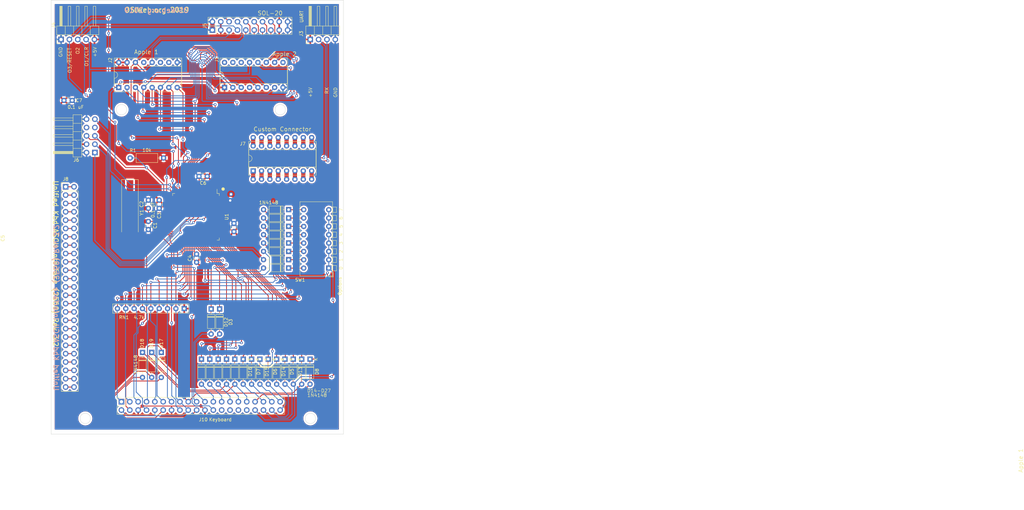
<source format=kicad_pcb>
(kicad_pcb (version 20171130) (host pcbnew "(5.1.5-0-10_14)")
  (title_block (title "Unified Retro Keyboard ASCII Interface (2560)") (date 2020-04-16) (rev 3.2))
  (layers (0 F.Cu signal) (31 B.Cu signal) (34 B.Paste user) (35 F.Paste user) (36 B.SilkS user) (37 F.SilkS user) (38 B.Mask user) (39 F.Mask user) (44 Edge.Cuts user))
  (net 0 "")
  (net 1 GND)
  (net 2 /Row3)
  (net 3 /Row0)
  (net 4 /Row1)
  (net 5 /Row4)
  (net 6 /Row5)
  (net 7 /Row7)
  (net 8 /D7)
  (net 9 /D1)
  (net 10 /D2)
  (net 11 /D3)
  (net 12 /D4)
  (net 13 /D5)
  (net 14 /D6)
  (net 15 /Col0)
  (net 16 /Col1)
  (net 17 /Col2)
  (net 18 /Col3)
  (net 19 /Col4)
  (net 20 /Col5)
  (net 21 /Col6)
  (net 22 /Col7)
  (net 23 /Row6)
  (net 24 /Row2)
  (net 25 /D0)
  (net 26 /~STROBE)
  (net 27 /Row10)
  (net 28 /Row9)
  (net 29 /Row8)
  (net 30 /Row15)
  (net 31 /Row14)
  (net 32 /Row13)
  (net 33 /Row12)
  (net 34 /Row11)
  (net 35 /Tx)
  (net 36 /Rx)
  (net 37 "Net-(D11-Pad1)")
  (net 38 "Net-(D12-Pad1)")
  (net 39 "Net-(D13-Pad1)")
  (net 40 "Net-(D14-Pad1)")
  (net 41 "Net-(D15-Pad1)")
  (net 42 "Net-(D16-Pad1)")
  (net 43 "Net-(D20-Pad1)")
  (net 44 "Net-(D24-Pad1)")
  (net 45 "Net-(D25-Pad1)")
  (net 46 "Net-(D26-Pad1)")
  (net 47 "Net-(D4-Pad1)")
  (net 48 "Net-(D5-Pad1)")
  (net 49 "Net-(D6-Pad1)")
  (net 50 "Net-(D7-Pad1)")
  (net 51 "Net-(D8-Pad1)")
  (net 52 "Net-(D9-Pad1)")
  (net 53 "Net-(D10-Pad1)")
  (net 54 "Net-(D27-Pad1)")
  (net 55 /LED1)
  (net 56 /OUT1)
  (net 57 /OUT2)
  (net 58 /OUT3)
  (net 59 /LED3)
  (net 60 /LED2)
  (net 61 "Net-(C1-Pad1)")
  (net 62 "Net-(C2-Pad1)")
  (net 63 "Net-(D21-Pad1)")
  (net 64 "Net-(D22-Pad1)")
  (net 65 "Net-(D23-Pad1)")
  (net 66 "Net-(J1-Pad9)")
  (net 67 "Net-(J1-Pad4)")
  (net 68 "Net-(J1-Pad14)")
  (net 69 "Net-(J1-Pad15)")
  (net 70 "Net-(J1-Pad16)")
  (net 71 "Net-(J2-Pad10)")
  (net 72 "Net-(J2-Pad11)")
  (net 73 "Net-(J2-Pad13)")
  (net 74 "Net-(U1-Pad98)")
  (net 75 "Net-(U1-Pad97)")
  (net 76 "Net-(U1-Pad96)")
  (net 77 "Net-(U1-Pad95)")
  (net 78 "Net-(U1-Pad94)")
  (net 79 "Net-(U1-Pad89)")
  (net 80 "Net-(U1-Pad88)")
  (net 81 "Net-(U1-Pad87)")
  (net 82 "Net-(U1-Pad86)")
  (net 83 "Net-(U1-Pad85)")
  (net 84 "Net-(U1-Pad84)")
  (net 85 "Net-(U1-Pad83)")
  (net 86 "Net-(U1-Pad82)")
  (net 87 "Net-(U1-Pad70)")
  (net 88 "Net-(U1-Pad52)")
  (net 89 "Net-(U1-Pad51)")
  (net 90 "Net-(U1-Pad47)")
  (net 91 "Net-(U1-Pad46)")
  (net 92 "Net-(U1-Pad45)")
  (net 93 "Net-(U1-Pad44)")
  (net 94 "Net-(U1-Pad43)")
  (net 95 "Net-(U1-Pad42)")
  (net 96 "Net-(U1-Pad41)")
  (net 97 "Net-(U1-Pad40)")
  (net 98 "Net-(U1-Pad39)")
  (net 99 "Net-(U1-Pad38)")
  (net 100 "Net-(U1-Pad37)")
  (net 101 "Net-(U1-Pad36)")
  (net 102 "Net-(U1-Pad35)")
  (net 103 "Net-(U1-Pad29)")
  (net 104 "Net-(U1-Pad28)")
  (net 105 "Net-(U1-Pad19)")
  (net 106 "Net-(U1-Pad9)")
  (net 107 "Net-(U1-Pad8)")
  (net 108 "Net-(U1-Pad7)")
  (net 109 "Net-(U1-Pad6)")
  (net 110 "Net-(U1-Pad5)")
  (net 111 "Net-(U1-Pad4)")
  (net 112 "Net-(U1-Pad1)")
  (net 113 VCC)
  (net 114 "Net-(J8-Pad1)")
  (net 115 "Net-(J8-Pad9)")
  (net 116 "Net-(J8-Pad2)")
  (net 117 "Net-(J8-Pad10)")
  (net 118 "Net-(J8-Pad3)")
  (net 119 "Net-(J8-Pad11)")
  (net 120 "Net-(J8-Pad4)")
  (net 121 "Net-(J8-Pad12)")
  (net 122 "Net-(J8-Pad5)")
  (net 123 "Net-(J8-Pad13)")
  (net 124 "Net-(J8-Pad6)")
  (net 125 "Net-(J8-Pad14)")
  (net 126 "Net-(J8-Pad7)")
  (net 127 "Net-(J8-Pad15)")
  (net 128 "Net-(J8-Pad8)")
  (net 129 "Net-(J8-Pad16)")
  (net 130 /TDI)
  (net 131 "Net-(J6-Pad8)")
  (net 132 "Net-(J6-Pad7)")
  (net 133 /~RESET)
  (net 134 /TMS)
  (net 135 /TDO)
  (net 136 /TCK)
  (net 137 "Net-(U1-Pad22)")
  (net 138 "Net-(U1-Pad21)")
  (net 139 "Net-(U1-Pad20)")
  (net 140 "Net-(D1-Pad1)")
  (net 141 "Net-(D2-Pad1)")
  (net 142 "Net-(D3-Pad1)")
  (net 143 "Net-(D17-Pad2)")
  (net 144 "Net-(D18-Pad2)")
  (net 145 "Net-(D19-Pad2)")
  (net 146 "Net-(J7-Pad1)")
  (net 147 "Net-(J7-Pad9)")
  (net 148 "Net-(J7-Pad2)")
  (net 149 "Net-(J7-Pad10)")
  (net 150 "Net-(J7-Pad3)")
  (net 151 "Net-(J7-Pad11)")
  (net 152 "Net-(J7-Pad4)")
  (net 153 "Net-(J7-Pad12)")
  (net 154 "Net-(J7-Pad5)")
  (net 155 "Net-(J7-Pad13)")
  (net 156 "Net-(J7-Pad6)")
  (net 157 "Net-(J7-Pad14)")
  (net 158 "Net-(J7-Pad7)")
  (net 159 "Net-(J7-Pad15)")
  (net 160 "Net-(J7-Pad8)")
  (net 161 "Net-(J7-Pad16)")
  (net 162 "Net-(J10-Pad32)")
  (net 163 "Net-(J10-Pad30)")
  (net 164 "Net-(J10-Pad28)")
  (net 165 "Net-(J10-Pad26)")
  (net 166 "Net-(J8-Pad25)")
  (net 167 "Net-(J8-Pad24)")
  (net 168 "Net-(J8-Pad23)")
  (net 169 "Net-(J8-Pad22)")
  (net 170 "Net-(J8-Pad21)")
  (net 171 "Net-(J8-Pad20)")
  (net 172 "Net-(J8-Pad19)")
  (net 173 "Net-(J8-Pad18)")
  (net 174 "Net-(J8-Pad17)")
  (module unikbd:D_DO-35_SOD27_P7.62mm_Horizontal_bypassed (layer F.Cu) (at 227.33 160.0724 270)
    (fp_text reference D15 (at 3.81 -2.12 90) (layer F.SilkS))
    (fp_text value 1N4148)
    (fp_poly (pts (xy 7.239 0.127) (xy 0.381 0.127) (xy 0.381 0) (xy 7.239 0)) (layer F.Cu) (width 0.0508))
    (fp_text user K (at 0 -1.8 90) (layer F.SilkS))
    (pad 1 thru_hole rect (at 0 0 270) (size 1.6 1.6) (drill 0.8) (layers *.Cu *.Mask) (net 41 "Net-(D15-Pad1)"))
    (pad 2 thru_hole oval (at 7.62 0 270) (size 1.6 1.6) (drill 0.8) (layers *.Cu *.Mask) (net 33 /Row12))
  )
  (module unikbd:D_DO-35_SOD27_P7.62mm_Horizontal_bypassed (layer F.Cu) (at 229.87 160.0724 270)
    (fp_text reference D6 (at 3.81 -2.12 90) (layer F.SilkS))
    (fp_text value 1N4148)
    (fp_poly (pts (xy 7.239 0.127) (xy 0.381 0.127) (xy 0.381 0) (xy 7.239 0)) (layer F.Cu) (width 0.0508))
    (fp_text user K (at 0 -1.8 90) (layer F.SilkS))
    (fp_text user K (at 0 -1.8 90) (layer F.SilkS))
    (pad 1 thru_hole rect (at 0 0 270) (size 1.6 1.6) (drill 0.8) (layers *.Cu *.Mask) (net 49 "Net-(D6-Pad1)"))
    (pad 2 thru_hole oval (at 7.62 0 270) (size 1.6 1.6) (drill 0.8) (layers *.Cu *.Mask) (net 34 /Row11))
  )
  (module unikbd:D_DO-35_SOD27_P7.62mm_Horizontal_bypassed (layer F.Cu) (at 232.41 160.0724 270)
    (fp_text reference D14 (at 3.81 -2.12 90) (layer F.SilkS))
    (fp_text value 1N4148)
    (fp_poly (pts (xy 7.239 0.127) (xy 0.381 0.127) (xy 0.381 0) (xy 7.239 0)) (layer F.Cu) (width 0.0508))
    (fp_text user K (at 0 -1.8 90) (layer F.SilkS))
    (fp_text user K (at 0 -1.8 90) (layer F.SilkS))
    (pad 1 thru_hole rect (at 0 0 270) (size 1.6 1.6) (drill 0.8) (layers *.Cu *.Mask) (net 40 "Net-(D14-Pad1)"))
    (pad 2 thru_hole oval (at 7.62 0 270) (size 1.6 1.6) (drill 0.8) (layers *.Cu *.Mask) (net 27 /Row10))
  )
  (module unikbd:D_DO-35_SOD27_P7.62mm_Horizontal_bypassed (layer F.Cu) (at 234.95 160.0724 270)
    (fp_text reference D5 (at 3.81 -2.12 90) (layer F.SilkS))
    (fp_text value 1N4148)
    (fp_poly (pts (xy 7.239 0.127) (xy 0.381 0.127) (xy 0.381 0) (xy 7.239 0)) (layer F.Cu) (width 0.0508))
    (fp_text user K (at 0 -1.8 90) (layer F.SilkS))
    (fp_text user K (at 0 -1.8 90) (layer F.SilkS))
    (pad 1 thru_hole rect (at 0 0 270) (size 1.6 1.6) (drill 0.8) (layers *.Cu *.Mask) (net 48 "Net-(D5-Pad1)"))
    (pad 2 thru_hole oval (at 7.62 0 270) (size 1.6 1.6) (drill 0.8) (layers *.Cu *.Mask) (net 28 /Row9))
  )
  (module unikbd:D_DO-35_SOD27_P7.62mm_Horizontal_bypassed (layer F.Cu) (at 237.49 160.0724 270)
    (fp_text reference D13 (at 3.81 -2.12 90) (layer F.SilkS))
    (fp_text value 1N4148)
    (fp_poly (pts (xy 7.239 0.127) (xy 0.381 0.127) (xy 0.381 0) (xy 7.239 0)) (layer F.Cu) (width 0.0508))
    (fp_text user K (at 0 -1.8 90) (layer F.SilkS))
    (pad 1 thru_hole rect (at 0 0 270) (size 1.6 1.6) (drill 0.8) (layers *.Cu *.Mask) (net 39 "Net-(D13-Pad1)"))
    (pad 2 thru_hole oval (at 7.62 0 270) (size 1.6 1.6) (drill 0.8) (layers *.Cu *.Mask) (net 29 /Row8))
  )
  (module unikbd:D_DO-35_SOD27_P7.62mm_Horizontal_bypassed (layer F.Cu) (at 242.57 160.0724 270)
    (fp_text reference D8 (at 3.81 -2.12 90) (layer F.SilkS))
    (fp_text value 1N4148)
    (fp_poly (pts (xy 7.239 0.127) (xy 0.381 0.127) (xy 0.381 0) (xy 7.239 0)) (layer F.Cu) (width 0.0508))
    (fp_text user K (at 0 -1.8 90) (layer F.SilkS))
    (pad 1 thru_hole rect (at 0 0 270) (size 1.6 1.6) (drill 0.8) (layers *.Cu *.Mask) (net 51 "Net-(D8-Pad1)"))
    (pad 2 thru_hole oval (at 7.62 0 270) (size 1.6 1.6) (drill 0.8) (layers *.Cu *.Mask) (net 30 /Row15))
  )
  (module unikbd:D_DO-35_SOD27_P7.62mm_Horizontal_bypassed (layer F.Cu) (at 224.79 160.0724 270)
    (fp_text reference D7 (at 3.81 -2.12 90) (layer F.SilkS))
    (fp_text value 1N4148)
    (fp_poly (pts (xy 7.239 0.127) (xy 0.381 0.127) (xy 0.381 0) (xy 7.239 0)) (layer F.Cu) (width 0.0508))
    (fp_text user K (at 0 -1.8 90) (layer F.SilkS))
    (pad 1 thru_hole rect (at 0 0 270) (size 1.6 1.6) (drill 0.8) (layers *.Cu *.Mask) (net 50 "Net-(D7-Pad1)"))
    (pad 2 thru_hole oval (at 7.62 0 270) (size 1.6 1.6) (drill 0.8) (layers *.Cu *.Mask) (net 32 /Row13))
  )
  (module unikbd:D_DO-35_SOD27_P7.62mm_Horizontal_bypassed (layer F.Cu) (at 222.25 160.0724 270)
    (fp_text reference D16 (at 3.81 -2.12 90) (layer F.SilkS))
    (fp_text value 1N4148)
    (fp_poly (pts (xy 7.239 0.127) (xy 0.381 0.127) (xy 0.381 0) (xy 7.239 0)) (layer F.Cu) (width 0.0508))
    (fp_text user K (at 0 -1.8 90) (layer F.SilkS))
    (pad 1 thru_hole rect (at 0 0 270) (size 1.6 1.6) (drill 0.8) (layers *.Cu *.Mask) (net 42 "Net-(D16-Pad1)"))
    (pad 2 thru_hole oval (at 7.62 0 270) (size 1.6 1.6) (drill 0.8) (layers *.Cu *.Mask) (net 31 /Row14))
  )
  (module unikbd:ExpansionHeader_1x25_P2.54 (layer F.Cu) (at 168.252 107.596)
    (fp_text reference J8 (at 0 -2.33) (layer F.SilkS))
    (fp_text value Conn_01x25)
    (fp_line (start 0 40.64) (end 2.54 40.64) (layer F.Cu) (width 0.254))
    (fp_line (start 0 43.18) (end 2.54 43.18) (layer F.Cu) (width 0.254))
    (fp_line (start 0 38.1) (end 2.54 38.1) (layer F.Cu) (width 0.254))
    (fp_line (start 0 48.26) (end 2.54 48.26) (layer F.Cu) (width 0.254))
    (fp_line (start 0 45.72) (end 2.54 45.72) (layer F.Cu) (width 0.254))
    (fp_line (start 0 53.34) (end 2.54 53.34) (layer F.Cu) (width 0.254))
    (fp_line (start 0 55.88) (end 2.54 55.88) (layer F.Cu) (width 0.254))
    (fp_line (start 0 50.8) (end 2.54 50.8) (layer F.Cu) (width 0.254))
    (fp_line (start 0 60.96) (end 2.54 60.96) (layer F.Cu) (width 0.254))
    (fp_line (start 0 58.42) (end 2.54 58.42) (layer F.Cu) (width 0.254))
    (fp_line (start 0 33.02) (end 2.54 33.02) (layer F.Cu) (width 0.254))
    (fp_line (start 0 35.56) (end 2.54 35.56) (layer F.Cu) (width 0.254))
    (fp_line (start 0 25.4) (end 2.54 25.4) (layer F.Cu) (width 0.254))
    (fp_line (start 0 30.48) (end 2.54 30.48) (layer F.Cu) (width 0.254))
    (fp_line (start 0 27.94) (end 2.54 27.94) (layer F.Cu) (width 0.254))
    (fp_line (start 0 20.32) (end 2.54 20.32) (layer F.Cu) (width 0.254))
    (fp_line (start 0 22.86) (end 2.54 22.86) (layer F.Cu) (width 0.254))
    (fp_line (start 0 12.7) (end 2.54 12.7) (layer F.Cu) (width 0.254))
    (fp_line (start 0 17.78) (end 2.54 17.78) (layer F.Cu) (width 0.254))
    (fp_line (start 0 15.24) (end 2.54 15.24) (layer F.Cu) (width 0.254))
    (fp_line (start 0 10.16) (end 2.54 10.16) (layer F.Cu) (width 0.254))
    (fp_line (start 0 7.62) (end 2.54 7.62) (layer F.Cu) (width 0.254))
    (fp_line (start 0 5.08) (end 2.54 5.08) (layer F.Cu) (width 0.254))
    (fp_line (start 0 2.54) (end 2.54 2.54) (layer F.Cu) (width 0.254))
    (fp_line (start 0 0) (end 2.54 0) (layer F.Cu) (width 0.254))
    (pad 26 thru_hole circle (at 2.54 0) (size 1.7 1.7) (drill 1) (layers *.Cu *.Mask))
    (pad 27 thru_hole oval (at 2.54 2.54) (size 1.7 1.7) (drill 1) (layers *.Cu *.Mask))
    (pad 28 thru_hole oval (at 2.54 5.08) (size 1.7 1.7) (drill 1) (layers *.Cu *.Mask))
    (pad 29 thru_hole oval (at 2.54 7.62) (size 1.7 1.7) (drill 1) (layers *.Cu *.Mask))
    (pad 30 thru_hole oval (at 2.54 10.16) (size 1.7 1.7) (drill 1) (layers *.Cu *.Mask))
    (pad 31 thru_hole oval (at 2.54 12.7) (size 1.7 1.7) (drill 1) (layers *.Cu *.Mask))
    (pad 32 thru_hole oval (at 2.54 15.24) (size 1.7 1.7) (drill 1) (layers *.Cu *.Mask))
    (pad 33 thru_hole oval (at 2.54 17.78) (size 1.7 1.7) (drill 1) (layers *.Cu *.Mask))
    (pad 34 thru_hole oval (at 2.54 20.32) (size 1.7 1.7) (drill 1) (layers *.Cu *.Mask))
    (pad 35 thru_hole oval (at 2.54 22.86) (size 1.7 1.7) (drill 1) (layers *.Cu *.Mask))
    (pad 36 thru_hole oval (at 2.54 25.4) (size 1.7 1.7) (drill 1) (layers *.Cu *.Mask))
    (pad 37 thru_hole oval (at 2.54 27.94) (size 1.7 1.7) (drill 1) (layers *.Cu *.Mask))
    (pad 38 thru_hole oval (at 2.54 30.48) (size 1.7 1.7) (drill 1) (layers *.Cu *.Mask))
    (pad 39 thru_hole oval (at 2.54 33.02) (size 1.7 1.7) (drill 1) (layers *.Cu *.Mask))
    (pad 40 thru_hole oval (at 2.54 35.56) (size 1.7 1.7) (drill 1) (layers *.Cu *.Mask))
    (pad 50 thru_hole oval (at 2.54 60.96) (size 1.7 1.7) (drill 1) (layers *.Cu *.Mask))
    (pad 49 thru_hole oval (at 2.54 58.42) (size 1.7 1.7) (drill 1) (layers *.Cu *.Mask))
    (pad 48 thru_hole oval (at 2.54 55.88) (size 1.7 1.7) (drill 1) (layers *.Cu *.Mask))
    (pad 47 thru_hole oval (at 2.54 53.34) (size 1.7 1.7) (drill 1) (layers *.Cu *.Mask))
    (pad 46 thru_hole oval (at 2.54 50.8) (size 1.7 1.7) (drill 1) (layers *.Cu *.Mask))
    (pad 45 thru_hole oval (at 2.54 48.26) (size 1.7 1.7) (drill 1) (layers *.Cu *.Mask))
    (pad 44 thru_hole oval (at 2.54 45.72) (size 1.7 1.7) (drill 1) (layers *.Cu *.Mask))
    (pad 43 thru_hole oval (at 2.54 43.18) (size 1.7 1.7) (drill 1) (layers *.Cu *.Mask))
    (pad 42 thru_hole oval (at 2.54 40.64) (size 1.7 1.7) (drill 1) (layers *.Cu *.Mask))
    (pad 41 thru_hole oval (at 2.54 38.1) (size 1.7 1.7) (drill 1) (layers *.Cu *.Mask))
    (pad 16 thru_hole oval (at 0 38.1) (size 1.7 1.7) (drill 1) (layers *.Cu *.Mask) (net 129 "Net-(J8-Pad16)"))
    (pad 17 thru_hole oval (at 0 40.64) (size 1.7 1.7) (drill 1) (layers *.Cu *.Mask) (net 174 "Net-(J8-Pad17)"))
    (pad 18 thru_hole oval (at 0 43.18) (size 1.7 1.7) (drill 1) (layers *.Cu *.Mask) (net 173 "Net-(J8-Pad18)"))
    (pad 19 thru_hole oval (at 0 45.72) (size 1.7 1.7) (drill 1) (layers *.Cu *.Mask) (net 172 "Net-(J8-Pad19)"))
    (pad 20 thru_hole oval (at 0 48.26) (size 1.7 1.7) (drill 1) (layers *.Cu *.Mask) (net 171 "Net-(J8-Pad20)"))
    (pad 21 thru_hole oval (at 0 50.8) (size 1.7 1.7) (drill 1) (layers *.Cu *.Mask) (net 170 "Net-(J8-Pad21)"))
    (pad 22 thru_hole oval (at 0 53.34) (size 1.7 1.7) (drill 1) (layers *.Cu *.Mask) (net 169 "Net-(J8-Pad22)"))
    (pad 23 thru_hole oval (at 0 55.88) (size 1.7 1.7) (drill 1) (layers *.Cu *.Mask) (net 168 "Net-(J8-Pad23)"))
    (pad 24 thru_hole oval (at 0 58.42) (size 1.7 1.7) (drill 1) (layers *.Cu *.Mask) (net 167 "Net-(J8-Pad24)"))
    (pad 25 thru_hole oval (at 0 60.96) (size 1.7 1.7) (drill 1) (layers *.Cu *.Mask) (net 166 "Net-(J8-Pad25)"))
    (pad 15 thru_hole oval (at 0 35.56) (size 1.7 1.7) (drill 1) (layers *.Cu *.Mask) (net 127 "Net-(J8-Pad15)"))
    (pad 14 thru_hole oval (at 0 33.02) (size 1.7 1.7) (drill 1) (layers *.Cu *.Mask) (net 125 "Net-(J8-Pad14)"))
    (pad 13 thru_hole oval (at 0 30.48) (size 1.7 1.7) (drill 1) (layers *.Cu *.Mask) (net 123 "Net-(J8-Pad13)"))
    (pad 12 thru_hole oval (at 0 27.94) (size 1.7 1.7) (drill 1) (layers *.Cu *.Mask) (net 121 "Net-(J8-Pad12)"))
    (pad 11 thru_hole oval (at 0 25.4) (size 1.7 1.7) (drill 1) (layers *.Cu *.Mask) (net 119 "Net-(J8-Pad11)"))
    (pad 10 thru_hole oval (at 0 22.86) (size 1.7 1.7) (drill 1) (layers *.Cu *.Mask) (net 117 "Net-(J8-Pad10)"))
    (pad 9 thru_hole oval (at 0 20.32) (size 1.7 1.7) (drill 1) (layers *.Cu *.Mask) (net 115 "Net-(J8-Pad9)"))
    (pad 8 thru_hole oval (at 0 17.78) (size 1.7 1.7) (drill 1) (layers *.Cu *.Mask) (net 128 "Net-(J8-Pad8)"))
    (pad 7 thru_hole oval (at 0 15.24) (size 1.7 1.7) (drill 1) (layers *.Cu *.Mask) (net 126 "Net-(J8-Pad7)"))
    (pad 6 thru_hole oval (at 0 12.7) (size 1.7 1.7) (drill 1) (layers *.Cu *.Mask) (net 124 "Net-(J8-Pad6)"))
    (pad 5 thru_hole oval (at 0 10.16) (size 1.7 1.7) (drill 1) (layers *.Cu *.Mask) (net 122 "Net-(J8-Pad5)"))
    (pad 4 thru_hole oval (at 0 7.62) (size 1.7 1.7) (drill 1) (layers *.Cu *.Mask) (net 120 "Net-(J8-Pad4)"))
    (pad 3 thru_hole oval (at 0 5.08) (size 1.7 1.7) (drill 1) (layers *.Cu *.Mask) (net 118 "Net-(J8-Pad3)"))
    (pad 2 thru_hole oval (at 0 2.54) (size 1.7 1.7) (drill 1) (layers *.Cu *.Mask) (net 116 "Net-(J8-Pad2)"))
    (pad 1 thru_hole rect (at 0 0) (size 1.7 1.7) (drill 1) (layers *.Cu *.Mask) (net 114 "Net-(J8-Pad1)"))
  )
  (module Connector_PinHeader_2.54mm:PinHeader_2x05_P2.54mm_Horizontal (layer F.Cu) (at 177.142 97.182 180)
    (fp_text reference J6 (at 5.655 -2.27) (layer F.SilkS))
    (fp_text value Conn_01x10)
    (pad 10 thru_hole oval (at 2.54 10.16 180) (size 1.7 1.7) (drill 1) (layers *.Cu *.Mask) (net 1 GND))
    (pad 9 thru_hole oval (at 0 10.16 180) (size 1.7 1.7) (drill 1) (layers *.Cu *.Mask) (net 130 /TDI))
    (pad 8 thru_hole oval (at 2.54 7.62 180) (size 1.7 1.7) (drill 1) (layers *.Cu *.Mask) (net 131 "Net-(J6-Pad8)"))
    (pad 7 thru_hole oval (at 0 7.62 180) (size 1.7 1.7) (drill 1) (layers *.Cu *.Mask) (net 132 "Net-(J6-Pad7)"))
    (pad 6 thru_hole oval (at 2.54 5.08 180) (size 1.7 1.7) (drill 1) (layers *.Cu *.Mask) (net 133 /~RESET))
    (pad 5 thru_hole oval (at 0 5.08 180) (size 1.7 1.7) (drill 1) (layers *.Cu *.Mask) (net 134 /TMS))
    (pad 4 thru_hole oval (at 2.54 2.54 180) (size 1.7 1.7) (drill 1) (layers *.Cu *.Mask) (net 113 VCC))
    (pad 3 thru_hole oval (at 0 2.54 180) (size 1.7 1.7) (drill 1) (layers *.Cu *.Mask) (net 135 /TDO))
    (pad 2 thru_hole oval (at 2.54 0 180) (size 1.7 1.7) (drill 1) (layers *.Cu *.Mask) (net 1 GND))
    (pad 1 thru_hole rect (at 0 0 180) (size 1.7 1.7) (drill 1) (layers *.Cu *.Mask) (net 136 /TCK))
  )
  (module "" (layer F.Cu) (at 230.355 88.165)
    (fp_text reference "" (at 225.275 102.77) (layer F.SilkS) (effects (font (size 1.27 1.27))))
    (fp_text value "" (at 225.275 102.77) (layer F.SilkS) (effects (font (size 1.27 1.27))))
    (fp_text user "Apple 1" (at 228.323 102.77 90) (layer F.SilkS) (effects (font (size 1.27 1.27))))
  )
  (module unikbd:DIP-16_W7.62mm_Proto (layer F.Cu) (at 225.275 102.77 90)
    (fp_text reference J7 (at 8.255 -3.175 180) (layer F.SilkS))
    (fp_text value "Custom Connector 1 / Proto")
    (fp_line (start 10.16 17.78) (end 7.62 17.78) (layer F.Cu) (width 1.27))
    (fp_line (start 10.16 15.24) (end 7.62 15.24) (layer F.Cu) (width 1.27))
    (fp_line (start 10.16 12.7) (end 7.62 12.7) (layer F.Cu) (width 1.27))
    (fp_line (start 10.16 10.16) (end 7.62 10.16) (layer F.Cu) (width 1.27))
    (fp_line (start 10.16 7.62) (end 7.62 7.62) (layer F.Cu) (width 1.27))
    (fp_line (start 10.16 5.08) (end 7.62 5.08) (layer F.Cu) (width 1.27))
    (fp_line (start 10.16 2.54) (end 7.62 2.54) (layer F.Cu) (width 1.27))
    (fp_line (start 10.16 0) (end 7.62 0) (layer F.Cu) (width 1.27))
    (fp_line (start 0 0) (end -2.54 0) (layer F.Cu) (width 1.27))
    (fp_line (start 0 2.54) (end -2.54 2.54) (layer F.Cu) (width 1.27))
    (fp_line (start 0 5.08) (end -2.54 5.08) (layer F.Cu) (width 1.27))
    (fp_line (start 0 7.62) (end -2.54 7.62) (layer F.Cu) (width 1.27))
    (fp_line (start 0 10.16) (end -2.54 10.16) (layer F.Cu) (width 1.27))
    (fp_line (start 0 12.7) (end -2.54 12.7) (layer F.Cu) (width 1.27))
    (fp_line (start 0 15.24) (end -2.54 15.24) (layer F.Cu) (width 1.27))
    (fp_line (start 0 17.78) (end -2.54 17.78) (layer F.Cu) (width 1.27))
    (pad 46 thru_hole oval (at 10.16 17.78 90) (size 1.6 1.6) (drill 0.8) (layers *.Cu *.Mask))
    (pad 45 thru_hole oval (at -2.54 17.78 90) (size 1.6 1.6) (drill 0.8) (layers *.Cu *.Mask))
    (pad 42 thru_hole oval (at 10.16 15.24 90) (size 1.6 1.6) (drill 0.8) (layers *.Cu *.Mask))
    (pad 41 thru_hole oval (at -2.54 15.24 90) (size 1.6 1.6) (drill 0.8) (layers *.Cu *.Mask))
    (pad 38 thru_hole oval (at 10.16 12.7 90) (size 1.6 1.6) (drill 0.8) (layers *.Cu *.Mask))
    (pad 37 thru_hole oval (at -2.54 12.7 90) (size 1.6 1.6) (drill 0.8) (layers *.Cu *.Mask))
    (pad 34 thru_hole oval (at 10.16 10.16 90) (size 1.6 1.6) (drill 0.8) (layers *.Cu *.Mask))
    (pad 33 thru_hole oval (at -2.54 10.16 90) (size 1.6 1.6) (drill 0.8) (layers *.Cu *.Mask))
    (pad 30 thru_hole oval (at 10.16 7.62 90) (size 1.6 1.6) (drill 0.8) (layers *.Cu *.Mask))
    (pad 29 thru_hole oval (at -2.54 7.62 90) (size 1.6 1.6) (drill 0.8) (layers *.Cu *.Mask))
    (pad 26 thru_hole oval (at 10.16 5.08 90) (size 1.6 1.6) (drill 0.8) (layers *.Cu *.Mask))
    (pad 25 thru_hole oval (at -2.54 5.08 90) (size 1.6 1.6) (drill 0.8) (layers *.Cu *.Mask))
    (pad 22 thru_hole oval (at 10.16 2.54 90) (size 1.6 1.6) (drill 0.8) (layers *.Cu *.Mask))
    (pad 21 thru_hole oval (at -2.54 2.54 90) (size 1.6 1.6) (drill 0.8) (layers *.Cu *.Mask))
    (pad 18 thru_hole oval (at 10.16 0 90) (size 1.6 1.6) (drill 0.8) (layers *.Cu *.Mask))
    (pad 17 thru_hole oval (at -2.54 0 90) (size 1.6 1.6) (drill 0.8) (layers *.Cu *.Mask))
    (pad 1 thru_hole rect (at 0 0 90) (size 1.6 1.6) (drill 0.8) (layers *.Cu *.Mask) (net 146 "Net-(J7-Pad1)"))
    (pad 9 thru_hole oval (at 7.62 17.78 90) (size 1.6 1.6) (drill 0.8) (layers *.Cu *.Mask) (net 147 "Net-(J7-Pad9)"))
    (pad 2 thru_hole oval (at 0 2.54 90) (size 1.6 1.6) (drill 0.8) (layers *.Cu *.Mask) (net 148 "Net-(J7-Pad2)"))
    (pad 10 thru_hole oval (at 7.62 15.24 90) (size 1.6 1.6) (drill 0.8) (layers *.Cu *.Mask) (net 149 "Net-(J7-Pad10)"))
    (pad 3 thru_hole oval (at 0 5.08 90) (size 1.6 1.6) (drill 0.8) (layers *.Cu *.Mask) (net 150 "Net-(J7-Pad3)"))
    (pad 11 thru_hole oval (at 7.62 12.7 90) (size 1.6 1.6) (drill 0.8) (layers *.Cu *.Mask) (net 151 "Net-(J7-Pad11)"))
    (pad 4 thru_hole oval (at 0 7.62 90) (size 1.6 1.6) (drill 0.8) (layers *.Cu *.Mask) (net 152 "Net-(J7-Pad4)"))
    (pad 12 thru_hole oval (at 7.62 10.16 90) (size 1.6 1.6) (drill 0.8) (layers *.Cu *.Mask) (net 153 "Net-(J7-Pad12)"))
    (pad 5 thru_hole oval (at 0 10.16 90) (size 1.6 1.6) (drill 0.8) (layers *.Cu *.Mask) (net 154 "Net-(J7-Pad5)"))
    (pad 13 thru_hole oval (at 7.62 7.62 90) (size 1.6 1.6) (drill 0.8) (layers *.Cu *.Mask) (net 155 "Net-(J7-Pad13)"))
    (pad 6 thru_hole oval (at 0 12.7 90) (size 1.6 1.6) (drill 0.8) (layers *.Cu *.Mask) (net 156 "Net-(J7-Pad6)"))
    (pad 14 thru_hole oval (at 7.62 5.08 90) (size 1.6 1.6) (drill 0.8) (layers *.Cu *.Mask) (net 157 "Net-(J7-Pad14)"))
    (pad 7 thru_hole oval (at 0 15.24 90) (size 1.6 1.6) (drill 0.8) (layers *.Cu *.Mask) (net 158 "Net-(J7-Pad7)"))
    (pad 15 thru_hole oval (at 7.62 2.54 90) (size 1.6 1.6) (drill 0.8) (layers *.Cu *.Mask) (net 159 "Net-(J7-Pad15)"))
    (pad 8 thru_hole oval (at 0 17.78 90) (size 1.6 1.6) (drill 0.8) (layers *.Cu *.Mask) (net 160 "Net-(J7-Pad8)"))
    (pad 16 thru_hole oval (at 7.62 0 90) (size 1.6 1.6) (drill 0.8) (layers *.Cu *.Mask) (net 161 "Net-(J7-Pad16)"))
  )
  (module unikbd:D_DO-35_SOD27_P7.62mm_Horizontal_bypassed (layer F.Cu) (at 240.03 160.0724 270)
    (fp_text reference D4 hide)
    (fp_text value 1N4148)
    (fp_poly (pts (xy 7.239 0.127) (xy 0.381 0.127) (xy 0.381 0) (xy 7.239 0)) (layer F.Cu) (width 0.0508))
    (pad 1 thru_hole rect (at 0 0 270) (size 1.6 1.6) (drill 0.8) (layers *.Cu *.Mask) (net 47 "Net-(D4-Pad1)"))
    (pad 2 thru_hole oval (at 7.62 0 270) (size 1.6 1.6) (drill 0.8) (layers *.Cu *.Mask) (net 7 /Row7))
  )
  (module Package_QFP:TQFP-100_14x14mm_P0.5mm (layer F.Cu) (at 207.876 116.74 270)
    (fp_text reference U1 (at 0 -9.35 90) (layer F.SilkS))
    (fp_text value ATmega2560-16AU)
    (pad 100 smd roundrect (at -6 -7.6625 270) (size 0.3 1.475) (layers F.Cu F.Paste F.Mask) (net 113 VCC))
    (pad 99 smd roundrect (at -5.5 -7.6625 270) (size 0.3 1.475) (layers F.Cu F.Paste F.Mask) (net 1 GND))
    (pad 98 smd roundrect (at -5 -7.6625 270) (size 0.3 1.475) (layers F.Cu F.Paste F.Mask) (net 74 "Net-(U1-Pad98)"))
    (pad 97 smd roundrect (at -4.5 -7.6625 270) (size 0.3 1.475) (layers F.Cu F.Paste F.Mask) (net 75 "Net-(U1-Pad97)"))
    (pad 96 smd roundrect (at -4 -7.6625 270) (size 0.3 1.475) (layers F.Cu F.Paste F.Mask) (net 76 "Net-(U1-Pad96)"))
    (pad 95 smd roundrect (at -3.5 -7.6625 270) (size 0.3 1.475) (layers F.Cu F.Paste F.Mask) (net 77 "Net-(U1-Pad95)"))
    (pad 94 smd roundrect (at -3 -7.6625 270) (size 0.3 1.475) (layers F.Cu F.Paste F.Mask) (net 78 "Net-(U1-Pad94)"))
    (pad 93 smd roundrect (at -2.5 -7.6625 270) (size 0.3 1.475) (layers F.Cu F.Paste F.Mask) (net 136 /TCK))
    (pad 92 smd roundrect (at -2 -7.6625 270) (size 0.3 1.475) (layers F.Cu F.Paste F.Mask) (net 134 /TMS))
    (pad 91 smd roundrect (at -1.5 -7.6625 270) (size 0.3 1.475) (layers F.Cu F.Paste F.Mask) (net 135 /TDO))
    (pad 90 smd roundrect (at -1 -7.6625 270) (size 0.3 1.475) (layers F.Cu F.Paste F.Mask) (net 130 /TDI))
    (pad 89 smd roundrect (at -0.5 -7.6625 270) (size 0.3 1.475) (layers F.Cu F.Paste F.Mask) (net 79 "Net-(U1-Pad89)"))
    (pad 88 smd roundrect (at 0 -7.6625 270) (size 0.3 1.475) (layers F.Cu F.Paste F.Mask) (net 80 "Net-(U1-Pad88)"))
    (pad 87 smd roundrect (at 0.5 -7.6625 270) (size 0.3 1.475) (layers F.Cu F.Paste F.Mask) (net 81 "Net-(U1-Pad87)"))
    (pad 86 smd roundrect (at 1 -7.6625 270) (size 0.3 1.475) (layers F.Cu F.Paste F.Mask) (net 82 "Net-(U1-Pad86)"))
    (pad 85 smd roundrect (at 1.5 -7.6625 270) (size 0.3 1.475) (layers F.Cu F.Paste F.Mask) (net 83 "Net-(U1-Pad85)"))
    (pad 84 smd roundrect (at 2 -7.6625 270) (size 0.3 1.475) (layers F.Cu F.Paste F.Mask) (net 84 "Net-(U1-Pad84)"))
    (pad 83 smd roundrect (at 2.5 -7.6625 270) (size 0.3 1.475) (layers F.Cu F.Paste F.Mask) (net 85 "Net-(U1-Pad83)"))
    (pad 82 smd roundrect (at 3 -7.6625 270) (size 0.3 1.475) (layers F.Cu F.Paste F.Mask) (net 86 "Net-(U1-Pad82)"))
    (pad 81 smd roundrect (at 3.5 -7.6625 270) (size 0.3 1.475) (layers F.Cu F.Paste F.Mask) (net 1 GND))
    (pad 80 smd roundrect (at 4 -7.6625 270) (size 0.3 1.475) (layers F.Cu F.Paste F.Mask) (net 113 VCC))
    (pad 79 smd roundrect (at 4.5 -7.6625 270) (size 0.3 1.475) (layers F.Cu F.Paste F.Mask) (net 47 "Net-(D4-Pad1)"))
    (pad 78 smd roundrect (at 5 -7.6625 270) (size 0.3 1.475) (layers F.Cu F.Paste F.Mask) (net 39 "Net-(D13-Pad1)"))
    (pad 77 smd roundrect (at 5.5 -7.6625 270) (size 0.3 1.475) (layers F.Cu F.Paste F.Mask) (net 48 "Net-(D5-Pad1)"))
    (pad 76 smd roundrect (at 6 -7.6625 270) (size 0.3 1.475) (layers F.Cu F.Paste F.Mask) (net 40 "Net-(D14-Pad1)"))
    (pad 75 smd roundrect (at 7.6625 -6 270) (size 1.475 0.3) (layers F.Cu F.Paste F.Mask) (net 49 "Net-(D6-Pad1)"))
    (pad 74 smd roundrect (at 7.6625 -5.5 270) (size 1.475 0.3) (layers F.Cu F.Paste F.Mask) (net 41 "Net-(D15-Pad1)"))
    (pad 73 smd roundrect (at 7.6625 -5 270) (size 1.475 0.3) (layers F.Cu F.Paste F.Mask) (net 50 "Net-(D7-Pad1)"))
    (pad 72 smd roundrect (at 7.6625 -4.5 270) (size 1.475 0.3) (layers F.Cu F.Paste F.Mask) (net 42 "Net-(D16-Pad1)"))
    (pad 71 smd roundrect (at 7.6625 -4 270) (size 1.475 0.3) (layers F.Cu F.Paste F.Mask) (net 51 "Net-(D8-Pad1)"))
    (pad 70 smd roundrect (at 7.6625 -3.5 270) (size 1.475 0.3) (layers F.Cu F.Paste F.Mask) (net 87 "Net-(U1-Pad70)"))
    (pad 69 smd roundrect (at 7.6625 -3 270) (size 1.475 0.3) (layers F.Cu F.Paste F.Mask) (net 38 "Net-(D12-Pad1)"))
    (pad 68 smd roundrect (at 7.6625 -2.5 270) (size 1.475 0.3) (layers F.Cu F.Paste F.Mask) (net 142 "Net-(D3-Pad1)"))
    (pad 67 smd roundrect (at 7.6625 -2 270) (size 1.475 0.3) (layers F.Cu F.Paste F.Mask) (net 37 "Net-(D11-Pad1)"))
    (pad 66 smd roundrect (at 7.6625 -1.5 270) (size 1.475 0.3) (layers F.Cu F.Paste F.Mask) (net 141 "Net-(D2-Pad1)"))
    (pad 65 smd roundrect (at 7.6625 -1 270) (size 1.475 0.3) (layers F.Cu F.Paste F.Mask) (net 53 "Net-(D10-Pad1)"))
    (pad 64 smd roundrect (at 7.6625 -0.5 270) (size 1.475 0.3) (layers F.Cu F.Paste F.Mask) (net 140 "Net-(D1-Pad1)"))
    (pad 63 smd roundrect (at 7.6625 0 270) (size 1.475 0.3) (layers F.Cu F.Paste F.Mask) (net 52 "Net-(D9-Pad1)"))
    (pad 62 smd roundrect (at 7.6625 0.5 270) (size 1.475 0.3) (layers F.Cu F.Paste F.Mask) (net 1 GND))
    (pad 61 smd roundrect (at 7.6625 1 270) (size 1.475 0.3) (layers F.Cu F.Paste F.Mask) (net 113 VCC))
    (pad 60 smd roundrect (at 7.6625 1.5 270) (size 1.475 0.3) (layers F.Cu F.Paste F.Mask) (net 22 /Col7))
    (pad 59 smd roundrect (at 7.6625 2 270) (size 1.475 0.3) (layers F.Cu F.Paste F.Mask) (net 21 /Col6))
    (pad 58 smd roundrect (at 7.6625 2.5 270) (size 1.475 0.3) (layers F.Cu F.Paste F.Mask) (net 20 /Col5))
    (pad 57 smd roundrect (at 7.6625 3 270) (size 1.475 0.3) (layers F.Cu F.Paste F.Mask) (net 19 /Col4))
    (pad 56 smd roundrect (at 7.6625 3.5 270) (size 1.475 0.3) (layers F.Cu F.Paste F.Mask) (net 18 /Col3))
    (pad 55 smd roundrect (at 7.6625 4 270) (size 1.475 0.3) (layers F.Cu F.Paste F.Mask) (net 17 /Col2))
    (pad 54 smd roundrect (at 7.6625 4.5 270) (size 1.475 0.3) (layers F.Cu F.Paste F.Mask) (net 16 /Col1))
    (pad 53 smd roundrect (at 7.6625 5 270) (size 1.475 0.3) (layers F.Cu F.Paste F.Mask) (net 15 /Col0))
    (pad 52 smd roundrect (at 7.6625 5.5 270) (size 1.475 0.3) (layers F.Cu F.Paste F.Mask) (net 88 "Net-(U1-Pad52)"))
    (pad 51 smd roundrect (at 7.6625 6 270) (size 1.475 0.3) (layers F.Cu F.Paste F.Mask) (net 89 "Net-(U1-Pad51)"))
    (pad 50 smd roundrect (at 6 7.6625 270) (size 0.3 1.475) (layers F.Cu F.Paste F.Mask) (net 59 /LED3))
    (pad 49 smd roundrect (at 5.5 7.6625 270) (size 0.3 1.475) (layers F.Cu F.Paste F.Mask) (net 60 /LED2))
    (pad 48 smd roundrect (at 5 7.6625 270) (size 0.3 1.475) (layers F.Cu F.Paste F.Mask) (net 55 /LED1))
    (pad 47 smd roundrect (at 4.5 7.6625 270) (size 0.3 1.475) (layers F.Cu F.Paste F.Mask) (net 90 "Net-(U1-Pad47)"))
    (pad 46 smd roundrect (at 4 7.6625 270) (size 0.3 1.475) (layers F.Cu F.Paste F.Mask) (net 91 "Net-(U1-Pad46)"))
    (pad 45 smd roundrect (at 3.5 7.6625 270) (size 0.3 1.475) (layers F.Cu F.Paste F.Mask) (net 92 "Net-(U1-Pad45)"))
    (pad 44 smd roundrect (at 3 7.6625 270) (size 0.3 1.475) (layers F.Cu F.Paste F.Mask) (net 93 "Net-(U1-Pad44)"))
    (pad 43 smd roundrect (at 2.5 7.6625 270) (size 0.3 1.475) (layers F.Cu F.Paste F.Mask) (net 94 "Net-(U1-Pad43)"))
    (pad 42 smd roundrect (at 2 7.6625 270) (size 0.3 1.475) (layers F.Cu F.Paste F.Mask) (net 95 "Net-(U1-Pad42)"))
    (pad 41 smd roundrect (at 1.5 7.6625 270) (size 0.3 1.475) (layers F.Cu F.Paste F.Mask) (net 96 "Net-(U1-Pad41)"))
    (pad 40 smd roundrect (at 1 7.6625 270) (size 0.3 1.475) (layers F.Cu F.Paste F.Mask) (net 97 "Net-(U1-Pad40)"))
    (pad 39 smd roundrect (at 0.5 7.6625 270) (size 0.3 1.475) (layers F.Cu F.Paste F.Mask) (net 98 "Net-(U1-Pad39)"))
    (pad 38 smd roundrect (at 0 7.6625 270) (size 0.3 1.475) (layers F.Cu F.Paste F.Mask) (net 99 "Net-(U1-Pad38)"))
    (pad 37 smd roundrect (at -0.5 7.6625 270) (size 0.3 1.475) (layers F.Cu F.Paste F.Mask) (net 100 "Net-(U1-Pad37)"))
    (pad 36 smd roundrect (at -1 7.6625 270) (size 0.3 1.475) (layers F.Cu F.Paste F.Mask) (net 101 "Net-(U1-Pad36)"))
    (pad 35 smd roundrect (at -1.5 7.6625 270) (size 0.3 1.475) (layers F.Cu F.Paste F.Mask) (net 102 "Net-(U1-Pad35)"))
    (pad 34 smd roundrect (at -2 7.6625 270) (size 0.3 1.475) (layers F.Cu F.Paste F.Mask) (net 61 "Net-(C1-Pad1)"))
    (pad 33 smd roundrect (at -2.5 7.6625 270) (size 0.3 1.475) (layers F.Cu F.Paste F.Mask) (net 62 "Net-(C2-Pad1)"))
    (pad 32 smd roundrect (at -3 7.6625 270) (size 0.3 1.475) (layers F.Cu F.Paste F.Mask) (net 1 GND))
    (pad 31 smd roundrect (at -3.5 7.6625 270) (size 0.3 1.475) (layers F.Cu F.Paste F.Mask) (net 113 VCC))
    (pad 30 smd roundrect (at -4 7.6625 270) (size 0.3 1.475) (layers F.Cu F.Paste F.Mask) (net 133 /~RESET))
    (pad 29 smd roundrect (at -4.5 7.6625 270) (size 0.3 1.475) (layers F.Cu F.Paste F.Mask) (net 103 "Net-(U1-Pad29)"))
    (pad 28 smd roundrect (at -5 7.6625 270) (size 0.3 1.475) (layers F.Cu F.Paste F.Mask) (net 104 "Net-(U1-Pad28)"))
    (pad 27 smd roundrect (at -5.5 7.6625 270) (size 0.3 1.475) (layers F.Cu F.Paste F.Mask) (net 8 /D7))
    (pad 26 smd roundrect (at -6 7.6625 270) (size 0.3 1.475) (layers F.Cu F.Paste F.Mask) (net 58 /OUT3))
    (pad 25 smd roundrect (at -7.6625 6 270) (size 1.475 0.3) (layers F.Cu F.Paste F.Mask) (net 57 /OUT2))
    (pad 24 smd roundrect (at -7.6625 5.5 270) (size 1.475 0.3) (layers F.Cu F.Paste F.Mask) (net 56 /OUT1))
    (pad 23 smd roundrect (at -7.6625 5 270) (size 1.475 0.3) (layers F.Cu F.Paste F.Mask) (net 26 /~STROBE))
    (pad 22 smd roundrect (at -7.6625 4.5 270) (size 1.475 0.3) (layers F.Cu F.Paste F.Mask) (net 137 "Net-(U1-Pad22)"))
    (pad 21 smd roundrect (at -7.6625 4 270) (size 1.475 0.3) (layers F.Cu F.Paste F.Mask) (net 138 "Net-(U1-Pad21)"))
    (pad 20 smd roundrect (at -7.6625 3.5 270) (size 1.475 0.3) (layers F.Cu F.Paste F.Mask) (net 139 "Net-(U1-Pad20)"))
    (pad 19 smd roundrect (at -7.6625 3 270) (size 1.475 0.3) (layers F.Cu F.Paste F.Mask) (net 105 "Net-(U1-Pad19)"))
    (pad 18 smd roundrect (at -7.6625 2.5 270) (size 1.475 0.3) (layers F.Cu F.Paste F.Mask) (net 14 /D6))
    (pad 17 smd roundrect (at -7.6625 2 270) (size 1.475 0.3) (layers F.Cu F.Paste F.Mask) (net 13 /D5))
    (pad 16 smd roundrect (at -7.6625 1.5 270) (size 1.475 0.3) (layers F.Cu F.Paste F.Mask) (net 12 /D4))
    (pad 15 smd roundrect (at -7.6625 1 270) (size 1.475 0.3) (layers F.Cu F.Paste F.Mask) (net 11 /D3))
    (pad 14 smd roundrect (at -7.6625 0.5 270) (size 1.475 0.3) (layers F.Cu F.Paste F.Mask) (net 10 /D2))
    (pad 13 smd roundrect (at -7.6625 0 270) (size 1.475 0.3) (layers F.Cu F.Paste F.Mask) (net 9 /D1))
    (pad 12 smd roundrect (at -7.6625 -0.5 270) (size 1.475 0.3) (layers F.Cu F.Paste F.Mask) (net 25 /D0))
    (pad 11 smd roundrect (at -7.6625 -1 270) (size 1.475 0.3) (layers F.Cu F.Paste F.Mask) (net 1 GND))
    (pad 10 smd roundrect (at -7.6625 -1.5 270) (size 1.475 0.3) (layers F.Cu F.Paste F.Mask) (net 113 VCC))
    (pad 9 smd roundrect (at -7.6625 -2 270) (size 1.475 0.3) (layers F.Cu F.Paste F.Mask) (net 106 "Net-(U1-Pad9)"))
    (pad 8 smd roundrect (at -7.6625 -2.5 270) (size 1.475 0.3) (layers F.Cu F.Paste F.Mask) (net 107 "Net-(U1-Pad8)"))
    (pad 7 smd roundrect (at -7.6625 -3 270) (size 1.475 0.3) (layers F.Cu F.Paste F.Mask) (net 108 "Net-(U1-Pad7)"))
    (pad 6 smd roundrect (at -7.6625 -3.5 270) (size 1.475 0.3) (layers F.Cu F.Paste F.Mask) (net 109 "Net-(U1-Pad6)"))
    (pad 5 smd roundrect (at -7.6625 -4 270) (size 1.475 0.3) (layers F.Cu F.Paste F.Mask) (net 110 "Net-(U1-Pad5)"))
    (pad 4 smd roundrect (at -7.6625 -4.5 270) (size 1.475 0.3) (layers F.Cu F.Paste F.Mask) (net 111 "Net-(U1-Pad4)"))
    (pad 3 smd roundrect (at -7.6625 -5 270) (size 1.475 0.3) (layers F.Cu F.Paste F.Mask) (net 35 /Tx))
    (pad 2 smd roundrect (at -7.6625 -5.5 270) (size 1.475 0.3) (layers F.Cu F.Paste F.Mask) (net 36 /Rx))
    (pad 1 smd roundrect (at -7.6625 -6 270) (size 1.475 0.3) (layers F.Cu F.Paste F.Mask) (net 112 "Net-(U1-Pad1)"))
  )
  (module Crystal:Crystal_SMD_HC49-SD_HandSoldering (layer F.Cu) (at 187.81 115.47 270)
    (fp_text reference Y1 (at 0 -3.55 90) (layer F.SilkS))
    (fp_text value "16.000 MHz")
    (pad 2 smd rect (at 5.9375 0 270) (size 7.875 2) (layers F.Cu F.Paste F.Mask) (net 61 "Net-(C1-Pad1)"))
    (pad 1 smd rect (at -5.9375 0 270) (size 7.875 2) (layers F.Cu F.Paste F.Mask) (net 62 "Net-(C2-Pad1)"))
  )
  (module Resistor_THT:R_Axial_DIN0207_L6.3mm_D2.5mm_P10.16mm_Horizontal (layer F.Cu) (at 198.0335 98.833 180)
    (fp_text reference R1 (at 9.3345 2.286) (layer F.SilkS))
    (fp_text value 10k (at 5.08 2.37) (layer F.SilkS))
    (pad 2 thru_hole oval (at 10.16 0 180) (size 1.6 1.6) (drill 0.8) (layers *.Cu *.Mask) (net 133 /~RESET))
    (pad 1 thru_hole circle (at 0 0 180) (size 1.6 1.6) (drill 0.8) (layers *.Cu *.Mask) (net 113 VCC))
  )
  (module Capacitor_THT:C_Disc_D3.0mm_W1.6mm_P2.50mm (layer F.Cu) (at 211.305 104.421 180)
    (fp_text reference C6 (at 1.25 -2.05) (layer F.SilkS))
    (fp_text value "0.1 uF")
    (pad 2 thru_hole circle (at 2.5 0 180) (size 1.6 1.6) (drill 0.8) (layers *.Cu *.Mask) (net 1 GND))
    (pad 1 thru_hole circle (at 0 0 180) (size 1.6 1.6) (drill 0.8) (layers *.Cu *.Mask) (net 113 VCC))
  )
  (module Capacitor_THT:C_Disc_D3.0mm_W1.6mm_P2.50mm (layer F.Cu) (at 193.398 114.16 90)
    (fp_text reference C2 (at 1.25 -2.05 90) (layer F.SilkS))
    (fp_text value 36pf)
    (pad 2 thru_hole circle (at 2.5 0 90) (size 1.6 1.6) (drill 0.8) (layers *.Cu *.Mask) (net 1 GND))
    (pad 1 thru_hole circle (at 0 0 90) (size 1.6 1.6) (drill 0.8) (layers *.Cu *.Mask) (net 62 "Net-(C2-Pad1)"))
  )
  (module Capacitor_THT:C_Disc_D3.0mm_W1.6mm_P2.50mm (layer F.Cu) (at 219.433 121.2485 90)
    (fp_text reference C5 (at -2.032 -70.2945 90) (layer F.SilkS))
    (fp_text value "0.1 uF")
    (pad 2 thru_hole circle (at 2.5 0 90) (size 1.6 1.6) (drill 0.8) (layers *.Cu *.Mask) (net 1 GND))
    (pad 1 thru_hole circle (at 0 0 90) (size 1.6 1.6) (drill 0.8) (layers *.Cu *.Mask) (net 113 VCC))
  )
  (module Capacitor_THT:C_Disc_D3.0mm_W1.6mm_P2.50mm (layer F.Cu) (at 193.398 118.137 270)
    (fp_text reference C1 (at 1.25 -2.05 90) (layer F.SilkS))
    (fp_text value 36pf)
    (pad 2 thru_hole circle (at 2.5 0 270) (size 1.6 1.6) (drill 0.8) (layers *.Cu *.Mask) (net 1 GND))
    (pad 1 thru_hole circle (at 0 0 270) (size 1.6 1.6) (drill 0.8) (layers *.Cu *.Mask) (net 61 "Net-(C1-Pad1)"))
  )
  (module Capacitor_THT:C_Disc_D3.0mm_W1.6mm_P2.50mm (layer F.Cu) (at 208.0665 130.583 90)
    (fp_text reference C4 (at 1.25 -2.05 90) (layer F.SilkS))
    (fp_text value "0.1 uF")
    (pad 2 thru_hole circle (at 2.5 0 90) (size 1.6 1.6) (drill 0.8) (layers *.Cu *.Mask) (net 1 GND))
    (pad 1 thru_hole circle (at 0 0 90) (size 1.6 1.6) (drill 0.8) (layers *.Cu *.Mask) (net 113 VCC))
  )
  (module unikbd:PinHeader_2x20_P2.54mm_Vertical (layer F.Cu) (at 185.397 175.5918 90)
    (fp_text reference J10 (at -2.8702 24.7015 180) (layer F.SilkS))
    (fp_text value Keyboard (at -2.8702 29.9085 180) (layer F.SilkS))
    (pad 40 thru_hole oval (at 0.0254 48.0822 90) (size 1.7 1.7) (drill 1) (layers *.Cu *.Mask) (net 34 /Row11))
    (pad 39 thru_hole oval (at 2.5654 48.0822 90) (size 1.7 1.7) (drill 1) (layers *.Cu *.Mask) (net 33 /Row12))
    (pad 38 thru_hole oval (at 0.0254 45.5422 90) (size 1.7 1.7) (drill 1) (layers *.Cu *.Mask) (net 27 /Row10))
    (pad 37 thru_hole oval (at 2.5654 45.5422 90) (size 1.7 1.7) (drill 1) (layers *.Cu *.Mask) (net 32 /Row13))
    (pad 36 thru_hole oval (at 0.0254 43.0022 90) (size 1.7 1.7) (drill 1) (layers *.Cu *.Mask) (net 28 /Row9))
    (pad 35 thru_hole oval (at 2.5654 43.0022 90) (size 1.7 1.7) (drill 1) (layers *.Cu *.Mask) (net 31 /Row14))
    (pad 34 thru_hole oval (at 0.0254 40.4622 90) (size 1.7 1.7) (drill 1) (layers *.Cu *.Mask) (net 29 /Row8))
    (pad 33 thru_hole oval (at 2.5654 40.4622 90) (size 1.7 1.7) (drill 1) (layers *.Cu *.Mask) (net 30 /Row15))
    (pad 32 thru_hole oval (at 0.0254 37.9222 90) (size 1.7 1.7) (drill 1) (layers *.Cu *.Mask) (net 162 "Net-(J10-Pad32)"))
    (pad 31 thru_hole oval (at 2.5654 37.9222 90) (size 1.7 1.7) (drill 1) (layers *.Cu *.Mask) (net 3 /Row0))
    (pad 30 thru_hole oval (at 0.0254 35.3822 90) (size 1.7 1.7) (drill 1) (layers *.Cu *.Mask) (net 163 "Net-(J10-Pad30)"))
    (pad 29 thru_hole oval (at 2.5654 35.3822 90) (size 1.7 1.7) (drill 1) (layers *.Cu *.Mask) (net 4 /Row1))
    (pad 28 thru_hole oval (at 0.0254 32.8422 90) (size 1.7 1.7) (drill 1) (layers *.Cu *.Mask) (net 164 "Net-(J10-Pad28)"))
    (pad 27 thru_hole oval (at 2.5654 32.8422 90) (size 1.7 1.7) (drill 1) (layers *.Cu *.Mask) (net 24 /Row2))
    (pad 26 thru_hole oval (at 0.0254 30.3022 90) (size 1.7 1.7) (drill 1) (layers *.Cu *.Mask) (net 165 "Net-(J10-Pad26)"))
    (pad 25 thru_hole oval (at 2.5654 30.3022 90) (size 1.7 1.7) (drill 1) (layers *.Cu *.Mask) (net 2 /Row3))
    (pad 24 thru_hole oval (at 0.0254 27.7622 90) (size 1.7 1.7) (drill 1) (layers *.Cu *.Mask) (net 59 /LED3))
    (pad 23 thru_hole oval (at 2.5654 27.7622 90) (size 1.7 1.7) (drill 1) (layers *.Cu *.Mask) (net 5 /Row4))
    (pad 22 thru_hole oval (at 0.0254 25.2222 90) (size 1.7 1.7) (drill 1) (layers *.Cu *.Mask) (net 113 VCC))
    (pad 21 thru_hole oval (at 2.5654 25.2222 90) (size 1.7 1.7) (drill 1) (layers *.Cu *.Mask) (net 6 /Row5))
    (pad 20 thru_hole oval (at 0.0254 22.6822 90) (size 1.7 1.7) (drill 1) (layers *.Cu *.Mask) (net 145 "Net-(D19-Pad2)"))
    (pad 19 thru_hole oval (at 2.5654 22.6822 90) (size 1.7 1.7) (drill 1) (layers *.Cu *.Mask) (net 23 /Row6))
    (pad 18 thru_hole oval (at 0.0254 20.1422 90) (size 1.7 1.7) (drill 1) (layers *.Cu *.Mask) (net 15 /Col0))
    (pad 17 thru_hole oval (at 2.5654 20.1422 90) (size 1.7 1.7) (drill 1) (layers *.Cu *.Mask) (net 7 /Row7))
    (pad 16 thru_hole oval (at 0.0254 17.6022 90) (size 1.7 1.7) (drill 1) (layers *.Cu *.Mask) (net 60 /LED2))
    (pad 15 thru_hole oval (at 2.5654 17.6022 90) (size 1.7 1.7) (drill 1) (layers *.Cu *.Mask) (net 15 /Col0))
    (pad 14 thru_hole oval (at 0.0254 15.0622 90) (size 1.7 1.7) (drill 1) (layers *.Cu *.Mask) (net 113 VCC))
    (pad 13 thru_hole oval (at 2.5654 15.0622 90) (size 1.7 1.7) (drill 1) (layers *.Cu *.Mask) (net 16 /Col1))
    (pad 12 thru_hole oval (at 0.0254 12.5222 90) (size 1.7 1.7) (drill 1) (layers *.Cu *.Mask) (net 144 "Net-(D18-Pad2)"))
    (pad 11 thru_hole oval (at 2.5654 12.5222 90) (size 1.7 1.7) (drill 1) (layers *.Cu *.Mask) (net 17 /Col2))
    (pad 10 thru_hole oval (at 0.0254 9.9822 90) (size 1.7 1.7) (drill 1) (layers *.Cu *.Mask) (net 15 /Col0))
    (pad 9 thru_hole oval (at 2.5654 9.9822 90) (size 1.7 1.7) (drill 1) (layers *.Cu *.Mask) (net 18 /Col3))
    (pad 8 thru_hole oval (at 0.0254 7.4422 90) (size 1.7 1.7) (drill 1) (layers *.Cu *.Mask) (net 55 /LED1))
    (pad 7 thru_hole oval (at 2.5654 7.4422 90) (size 1.7 1.7) (drill 1) (layers *.Cu *.Mask) (net 19 /Col4))
    (pad 6 thru_hole oval (at 0.0254 4.9022 90) (size 1.7 1.7) (drill 1) (layers *.Cu *.Mask) (net 113 VCC))
    (pad 5 thru_hole oval (at 2.5654 4.9022 90) (size 1.7 1.7) (drill 1) (layers *.Cu *.Mask) (net 20 /Col5))
    (pad 4 thru_hole oval (at 0.0254 2.3622 90) (size 1.7 1.7) (drill 1) (layers *.Cu *.Mask) (net 143 "Net-(D17-Pad2)"))
    (pad 3 thru_hole oval (at 2.5654 2.3622 90) (size 1.7 1.7) (drill 1) (layers *.Cu *.Mask) (net 21 /Col6))
    (pad 2 thru_hole oval (at 0.0254 -0.1778 90) (size 1.7 1.7) (drill 1) (layers *.Cu *.Mask) (net 15 /Col0))
    (pad 1 thru_hole rect (at 2.5654 -0.1778 90) (size 1.7 1.7) (drill 1) (layers *.Cu *.Mask) (net 22 /Col7))
  )
  (module unikbd:SOL20-header-vertical (layer F.Cu) (at 212.8798 59.8948 90)
    (fp_text reference J5 (at 1.27 -2.33 90) (layer F.SilkS))
    (fp_text value SOL-20 (at 5.1308 17.5514 180) (layer F.SilkS) (effects (font (size 1.27 1.27) (thickness 0.1524))))
    (pad 20 thru_hole oval (at 2.54 22.86 90) (size 1.7 1.7) (drill 1) (layers *.Cu *.Mask) (net 1 GND))
    (pad 10 thru_hole oval (at 0 22.86 90) (size 1.7 1.7) (drill 1) (layers *.Cu *.Mask) (net 1 GND))
    (pad 19 thru_hole oval (at 2.54 20.32 90) (size 1.7 1.7) (drill 1) (layers *.Cu *.Mask) (net 113 VCC))
    (pad 9 thru_hole oval (at 0 20.32 90) (size 1.7 1.7) (drill 1) (layers *.Cu *.Mask) (net 113 VCC))
    (pad 18 thru_hole oval (at 2.54 17.78 90) (size 1.7 1.7) (drill 1) (layers *.Cu *.Mask) (net 8 /D7))
    (pad 8 thru_hole oval (at 0 17.78 90) (size 1.7 1.7) (drill 1) (layers *.Cu *.Mask) (net 11 /D3))
    (pad 17 thru_hole oval (at 2.54 15.24 90) (size 1.7 1.7) (drill 1) (layers *.Cu *.Mask) (net 14 /D6))
    (pad 7 thru_hole oval (at 0 15.24 90) (size 1.7 1.7) (drill 1) (layers *.Cu *.Mask) (net 10 /D2))
    (pad 16 thru_hole oval (at 2.54 12.7 90) (size 1.7 1.7) (drill 1) (layers *.Cu *.Mask) (net 13 /D5))
    (pad 6 thru_hole oval (at 0 12.7 90) (size 1.7 1.7) (drill 1) (layers *.Cu *.Mask) (net 9 /D1))
    (pad 15 thru_hole oval (at 2.54 10.16 90) (size 1.7 1.7) (drill 1) (layers *.Cu *.Mask) (net 12 /D4))
    (pad 5 thru_hole oval (at 0 10.16 90) (size 1.7 1.7) (drill 1) (layers *.Cu *.Mask) (net 25 /D0))
    (pad 14 thru_hole oval (at 2.54 7.62 90) (size 1.7 1.7) (drill 1) (layers *.Cu *.Mask) (net 56 /OUT1))
    (pad 4 thru_hole oval (at 0 7.62 90) (size 1.7 1.7) (drill 1) (layers *.Cu *.Mask) (net 57 /OUT2))
    (pad 13 thru_hole oval (at 2.54 5.08 90) (size 1.7 1.7) (drill 1) (layers *.Cu *.Mask) (net 58 /OUT3))
    (pad 3 thru_hole oval (at 0 5.08 90) (size 1.7 1.7) (drill 1) (layers *.Cu *.Mask) (net 26 /~STROBE))
    (pad 12 thru_hole oval (at 2.54 2.54 90) (size 1.7 1.7) (drill 1) (layers *.Cu *.Mask) (net 113 VCC))
    (pad 2 thru_hole oval (at 0 2.54 90) (size 1.7 1.7) (drill 1) (layers *.Cu *.Mask) (net 113 VCC))
    (pad 11 thru_hole oval (at 2.54 0 90) (size 1.7 1.7) (drill 1) (layers *.Cu *.Mask) (net 1 GND))
    (pad 1 thru_hole rect (at 0 0 90) (size 1.7 1.7) (drill 1) (layers *.Cu *.Mask) (net 1 GND))
  )
  (module Connector_PinHeader_2.54mm:PinHeader_1x05_P2.54mm_Horizontal (layer F.Cu) (at 166.855 62.765 90)
    (fp_text reference J4 (at 4.385 -2.27 90) (layer F.SilkS))
    (fp_text value Conn_01x05)
    (pad 5 thru_hole oval (at 0 10.16 90) (size 1.7 1.7) (drill 1) (layers *.Cu *.Mask) (net 113 VCC))
    (pad 4 thru_hole oval (at 0 7.62 90) (size 1.7 1.7) (drill 1) (layers *.Cu *.Mask) (net 56 /OUT1))
    (pad 3 thru_hole oval (at 0 5.08 90) (size 1.7 1.7) (drill 1) (layers *.Cu *.Mask) (net 57 /OUT2))
    (pad 2 thru_hole oval (at 0 2.54 90) (size 1.7 1.7) (drill 1) (layers *.Cu *.Mask) (net 58 /OUT3))
    (pad 1 thru_hole rect (at 0 0 90) (size 1.7 1.7) (drill 1) (layers *.Cu *.Mask) (net 1 GND))
  )
  (module Capacitor_THT:C_Disc_D3.0mm_W1.6mm_P2.50mm (layer F.Cu) (at 167.744 81.307)
    (fp_text reference C7 (at 4.572 0) (layer F.SilkS))
    (fp_text value "0.1 uF" (at 3.556 2.05) (layer F.SilkS))
    (pad 2 thru_hole circle (at 2.5 0) (size 1.6 1.6) (drill 0.8) (layers *.Cu *.Mask) (net 1 GND))
    (pad 1 thru_hole circle (at 0 0) (size 1.6 1.6) (drill 0.8) (layers *.Cu *.Mask) (net 113 VCC))
  )
  (module unikbd:D_DO-35_SOD27_P7.62mm_Horizontal_bypassed (layer F.Cu) (at 212.4988 144.807 270)
    (fp_text reference D12 (at 3.9878 -4.4958 90) (layer F.SilkS))
    (fp_text value 1N4148)
    (fp_poly (pts (xy 7.239 0.127) (xy 0.381 0.127) (xy 0.381 0) (xy 7.239 0)) (layer F.Cu) (width 0.0508))
    (pad 1 thru_hole rect (at 0 0 270) (size 1.6 1.6) (drill 0.8) (layers *.Cu *.Mask) (net 38 "Net-(D12-Pad1)"))
    (pad 2 thru_hole oval (at 7.62 0 270) (size 1.6 1.6) (drill 0.8) (layers *.Cu *.Mask) (net 23 /Row6))
  )
  (module unikbd:D_DO-35_SOD27_P7.62mm_Horizontal_bypassed (layer F.Cu) (at 209.55 160.0724 270)
    (fp_text reference D11 hide)
    (fp_text value 1N4148)
    (fp_poly (pts (xy 7.239 0.127) (xy 0.381 0.127) (xy 0.381 0) (xy 7.239 0)) (layer F.Cu) (width 0.0508))
    (pad 1 thru_hole rect (at 0 0 270) (size 1.6 1.6) (drill 0.8) (layers *.Cu *.Mask) (net 37 "Net-(D11-Pad1)"))
    (pad 2 thru_hole oval (at 7.62 0 270) (size 1.6 1.6) (drill 0.8) (layers *.Cu *.Mask) (net 5 /Row4))
  )
  (module unikbd:D_DO-35_SOD27_P7.62mm_Horizontal_bypassed (layer F.Cu) (at 214.63 160.0724 270)
    (fp_text reference D10 hide)
    (fp_text value 1N4148)
    (fp_poly (pts (xy 7.239 0.127) (xy 0.381 0.127) (xy 0.381 0) (xy 7.239 0)) (layer F.Cu) (width 0.0508))
    (pad 1 thru_hole rect (at 0 0 270) (size 1.6 1.6) (drill 0.8) (layers *.Cu *.Mask) (net 53 "Net-(D10-Pad1)"))
    (pad 2 thru_hole oval (at 7.62 0 270) (size 1.6 1.6) (drill 0.8) (layers *.Cu *.Mask) (net 24 /Row2))
  )
  (module unikbd:D_DO-35_SOD27_P7.62mm_Horizontal_bypassed (layer F.Cu) (at 219.71 160.0724 270)
    (fp_text reference D9 hide)
    (fp_text value 1N4148)
    (fp_poly (pts (xy 7.239 0.127) (xy 0.381 0.127) (xy 0.381 0) (xy 7.239 0)) (layer F.Cu) (width 0.0508))
    (pad 1 thru_hole rect (at 0 0 270) (size 1.6 1.6) (drill 0.8) (layers *.Cu *.Mask) (net 52 "Net-(D9-Pad1)"))
    (pad 2 thru_hole oval (at 7.62 0 270) (size 1.6 1.6) (drill 0.8) (layers *.Cu *.Mask) (net 3 /Row0))
  )
  (module unikbd:D_DO-35_SOD27_P7.62mm_Horizontal_bypassed (layer F.Cu) (at 215.0642 144.7816 270)
    (fp_text reference D3 (at 4.0132 -3.3528 90) (layer F.SilkS))
    (fp_text value 1N4148)
    (fp_poly (pts (xy 7.239 0.127) (xy 0.381 0.127) (xy 0.381 0) (xy 7.239 0)) (layer F.Cu) (width 0.0508))
    (pad 1 thru_hole rect (at 0 0 270) (size 1.6 1.6) (drill 0.8) (layers *.Cu *.Mask) (net 142 "Net-(D3-Pad1)"))
    (pad 2 thru_hole oval (at 7.62 0 270) (size 1.6 1.6) (drill 0.8) (layers *.Cu *.Mask) (net 6 /Row5))
  )
  (module unikbd:D_DO-35_SOD27_P7.62mm_Horizontal_bypassed (layer F.Cu) (at 212.09 160.0724 270)
    (fp_text reference D2 hide)
    (fp_text value 1N4148)
    (fp_poly (pts (xy 7.239 0.127) (xy 0.381 0.127) (xy 0.381 0) (xy 7.239 0)) (layer F.Cu) (width 0.0508))
    (pad 1 thru_hole rect (at 0 0 270) (size 1.6 1.6) (drill 0.8) (layers *.Cu *.Mask) (net 141 "Net-(D2-Pad1)"))
    (pad 2 thru_hole oval (at 7.62 0 270) (size 1.6 1.6) (drill 0.8) (layers *.Cu *.Mask) (net 2 /Row3))
  )
  (module unikbd:D_DO-35_SOD27_P7.62mm_Horizontal_bypassed (layer F.Cu) (at 217.17 160.0724 270)
    (fp_text reference D1 hide)
    (fp_text value 1N4148)
    (fp_poly (pts (xy 7.239 0.127) (xy 0.381 0.127) (xy 0.381 0) (xy 7.239 0)) (layer F.Cu) (width 0.0508))
    (pad 1 thru_hole rect (at 0 0 270) (size 1.6 1.6) (drill 0.8) (layers *.Cu *.Mask) (net 140 "Net-(D1-Pad1)"))
    (pad 2 thru_hole oval (at 7.62 0 270) (size 1.6 1.6) (drill 0.8) (layers *.Cu *.Mask) (net 4 /Row1))
  )
  (module Diode_THT:D_DO-35_SOD27_P7.62mm_Horizontal (layer F.Cu) (at 194.414 158.015 270)
    (fp_text reference D19 (at -2.7305 0.0762 90) (layer F.SilkS))
    (fp_text value 1N4148)
    (pad 2 thru_hole oval (at 7.62 0 270) (size 1.6 1.6) (drill 0.8) (layers *.Cu *.Mask) (net 145 "Net-(D19-Pad2)"))
    (pad 1 thru_hole rect (at 0 0 270) (size 1.6 1.6) (drill 0.8) (layers *.Cu *.Mask) (net 4 /Row1))
  )
  (module Connector_PinHeader_2.54mm:PinHeader_1x04_P2.54mm_Horizontal (layer F.Cu) (at 242.62828 62.765 90)
    (fp_text reference J3 (at 1.76276 -2.74828 90) (layer F.SilkS))
    (fp_text value UART (at 6.96976 -2.62128 90) (layer F.SilkS))
    (pad 4 thru_hole oval (at 0 7.62 90) (size 1.7 1.7) (drill 1) (layers *.Cu *.Mask) (net 1 GND))
    (pad 3 thru_hole oval (at 0 5.08 90) (size 1.7 1.7) (drill 1) (layers *.Cu *.Mask) (net 36 /Rx))
    (pad 2 thru_hole oval (at 0 2.54 90) (size 1.7 1.7) (drill 1) (layers *.Cu *.Mask) (net 35 /Tx))
    (pad 1 thru_hole rect (at 0 0 90) (size 1.7 1.7) (drill 1) (layers *.Cu *.Mask) (net 113 VCC))
  )
  (module Button_Switch_THT:SW_DIP_SPSTx08_Piano_CTS_Series194-8MSTN_W7.62mm_P2.54mm (layer F.Cu) (at 248.262 132.361 180)
    (fp_text reference SW1 (at 8.7122 -3.6068) (layer F.SilkS))
    (fp_text value Options (at -3.3782 -5.4864 90) (layer F.SilkS))
    (pad 1 thru_hole rect (at 0 0 180) (size 1.6 1.6) (drill 0.8) (layers *.Cu *.Mask) (net 29 /Row8))
    (pad 9 thru_hole oval (at 7.62 17.78 180) (size 1.6 1.6) (drill 0.8) (layers *.Cu *.Mask) (net 54 "Net-(D27-Pad1)"))
    (pad 2 thru_hole oval (at 0 2.54 180) (size 1.6 1.6) (drill 0.8) (layers *.Cu *.Mask) (net 29 /Row8))
    (pad 10 thru_hole oval (at 7.62 15.24 180) (size 1.6 1.6) (drill 0.8) (layers *.Cu *.Mask) (net 65 "Net-(D23-Pad1)"))
    (pad 3 thru_hole oval (at 0 5.08 180) (size 1.6 1.6) (drill 0.8) (layers *.Cu *.Mask) (net 29 /Row8))
    (pad 11 thru_hole oval (at 7.62 12.7 180) (size 1.6 1.6) (drill 0.8) (layers *.Cu *.Mask) (net 46 "Net-(D26-Pad1)"))
    (pad 4 thru_hole oval (at 0 7.62 180) (size 1.6 1.6) (drill 0.8) (layers *.Cu *.Mask) (net 29 /Row8))
    (pad 12 thru_hole oval (at 7.62 10.16 180) (size 1.6 1.6) (drill 0.8) (layers *.Cu *.Mask) (net 64 "Net-(D22-Pad1)"))
    (pad 5 thru_hole oval (at 0 10.16 180) (size 1.6 1.6) (drill 0.8) (layers *.Cu *.Mask) (net 29 /Row8))
    (pad 13 thru_hole oval (at 7.62 7.62 180) (size 1.6 1.6) (drill 0.8) (layers *.Cu *.Mask) (net 45 "Net-(D25-Pad1)"))
    (pad 6 thru_hole oval (at 0 12.7 180) (size 1.6 1.6) (drill 0.8) (layers *.Cu *.Mask) (net 29 /Row8))
    (pad 14 thru_hole oval (at 7.62 5.08 180) (size 1.6 1.6) (drill 0.8) (layers *.Cu *.Mask) (net 63 "Net-(D21-Pad1)"))
    (pad 7 thru_hole oval (at 0 15.24 180) (size 1.6 1.6) (drill 0.8) (layers *.Cu *.Mask) (net 29 /Row8))
    (pad 15 thru_hole oval (at 7.62 2.54 180) (size 1.6 1.6) (drill 0.8) (layers *.Cu *.Mask) (net 44 "Net-(D24-Pad1)"))
    (pad 8 thru_hole oval (at 0 17.78 180) (size 1.6 1.6) (drill 0.8) (layers *.Cu *.Mask) (net 29 /Row8))
    (pad 16 thru_hole oval (at 7.62 0 180) (size 1.6 1.6) (drill 0.8) (layers *.Cu *.Mask) (net 43 "Net-(D20-Pad1)"))
  )
  (module Diode_THT:D_DO-35_SOD27_P7.62mm_Horizontal (layer F.Cu) (at 236.0446 114.5556 180)
    (fp_text reference D27 hide)
    (fp_text value 1N4148 hide)
    (pad 2 thru_hole oval (at 7.62 0 180) (size 1.6 1.6) (drill 0.8) (layers *.Cu *.Mask) (net 22 /Col7))
    (pad 1 thru_hole rect (at 0 0 180) (size 1.6 1.6) (drill 0.8) (layers *.Cu *.Mask) (net 54 "Net-(D27-Pad1)"))
  )
  (module Diode_THT:D_DO-35_SOD27_P7.62mm_Horizontal (layer F.Cu) (at 236.0446 119.6356 180)
    (fp_text reference D26)
    (fp_text value 1N4148 hide)
    (pad 2 thru_hole oval (at 7.62 0 180) (size 1.6 1.6) (drill 0.8) (layers *.Cu *.Mask) (net 20 /Col5))
    (pad 1 thru_hole rect (at 0 0 180) (size 1.6 1.6) (drill 0.8) (layers *.Cu *.Mask) (net 46 "Net-(D26-Pad1)"))
  )
  (module Diode_THT:D_DO-35_SOD27_P7.62mm_Horizontal (layer F.Cu) (at 236.0446 124.7156 180)
    (fp_text reference D25 hide)
    (fp_text value 1N4148 hide)
    (pad 2 thru_hole oval (at 7.62 0 180) (size 1.6 1.6) (drill 0.8) (layers *.Cu *.Mask) (net 18 /Col3))
    (pad 1 thru_hole rect (at 0 0 180) (size 1.6 1.6) (drill 0.8) (layers *.Cu *.Mask) (net 45 "Net-(D25-Pad1)"))
  )
  (module Diode_THT:D_DO-35_SOD27_P7.62mm_Horizontal (layer F.Cu) (at 236.0446 129.7956 180)
    (fp_text reference D24 hide)
    (fp_text value 1N4148 hide)
    (pad 2 thru_hole oval (at 7.62 0 180) (size 1.6 1.6) (drill 0.8) (layers *.Cu *.Mask) (net 16 /Col1))
    (pad 1 thru_hole rect (at 0 0 180) (size 1.6 1.6) (drill 0.8) (layers *.Cu *.Mask) (net 44 "Net-(D24-Pad1)"))
  )
  (module Diode_THT:D_DO-35_SOD27_P7.62mm_Horizontal (layer F.Cu) (at 236.0446 117.0956 180)
    (fp_text reference D23 hide)
    (fp_text value 1N4148 hide)
    (pad 2 thru_hole oval (at 7.62 0 180) (size 1.6 1.6) (drill 0.8) (layers *.Cu *.Mask) (net 21 /Col6))
    (pad 1 thru_hole rect (at 0 0 180) (size 1.6 1.6) (drill 0.8) (layers *.Cu *.Mask) (net 65 "Net-(D23-Pad1)"))
  )
  (module Diode_THT:D_DO-35_SOD27_P7.62mm_Horizontal (layer F.Cu) (at 236.0446 122.1756 180)
    (fp_text reference D22 hide)
    (fp_text value 1N4148 hide)
    (pad 2 thru_hole oval (at 7.62 0 180) (size 1.6 1.6) (drill 0.8) (layers *.Cu *.Mask) (net 19 /Col4))
    (pad 1 thru_hole rect (at 0 0 180) (size 1.6 1.6) (drill 0.8) (layers *.Cu *.Mask) (net 64 "Net-(D22-Pad1)"))
  )
  (module Diode_THT:D_DO-35_SOD27_P7.62mm_Horizontal (layer F.Cu) (at 236.0446 127.2556 180)
    (fp_text reference D21 hide)
    (fp_text value 1N4148 hide)
    (pad 2 thru_hole oval (at 7.62 0 180) (size 1.6 1.6) (drill 0.8) (layers *.Cu *.Mask) (net 17 /Col2))
    (pad 1 thru_hole rect (at 0 0 180) (size 1.6 1.6) (drill 0.8) (layers *.Cu *.Mask) (net 63 "Net-(D21-Pad1)"))
  )
  (module Diode_THT:D_DO-35_SOD27_P7.62mm_Horizontal (layer F.Cu) (at 236.0446 132.3356 180)
    (fp_text reference D20 hide)
    (fp_text value 1N4148 (at 6.0706 19.9136) (layer F.SilkS))
    (pad 2 thru_hole oval (at 7.62 0 180) (size 1.6 1.6) (drill 0.8) (layers *.Cu *.Mask) (net 15 /Col0))
    (pad 1 thru_hole rect (at 0 0 180) (size 1.6 1.6) (drill 0.8) (layers *.Cu *.Mask) (net 43 "Net-(D20-Pad1)"))
  )
  (module Capacitor_THT:C_Disc_D3.0mm_W1.6mm_P2.50mm (layer F.Cu) (at 196.7 111.66 270)
    (fp_text reference C3 (at 4.699 0 90) (layer F.SilkS))
    (fp_text value "0.1 uF" (at 2.921 1.905 90) (layer F.SilkS))
    (pad 2 thru_hole circle (at 2.5 0 270) (size 1.6 1.6) (drill 0.8) (layers *.Cu *.Mask) (net 1 GND))
    (pad 1 thru_hole circle (at 0 0 270) (size 1.6 1.6) (drill 0.8) (layers *.Cu *.Mask) (net 113 VCC))
  )
  (module Package_DIP:DIP-16_W7.62mm_Socket (layer F.Cu) (at 216.561832 77.37 90)
    (fp_text reference J1 (at 8.509 -2.335832 90) (layer F.SilkS))
    (fp_text value "Apple 2" (at 10.16 18.238168) (layer F.SilkS) (effects (font (size 1.27 1.27))))
    (pad 1 thru_hole rect (at 0 0 90) (size 1.6 1.6) (drill 0.8) (layers *.Cu *.Mask) (net 113 VCC))
    (pad 9 thru_hole oval (at 7.62 17.78 90) (size 1.6 1.6) (drill 0.8) (layers *.Cu *.Mask) (net 66 "Net-(J1-Pad9)"))
    (pad 2 thru_hole oval (at 0 2.54 90) (size 1.6 1.6) (drill 0.8) (layers *.Cu *.Mask) (net 26 /~STROBE))
    (pad 10 thru_hole oval (at 7.62 15.24 90) (size 1.6 1.6) (drill 0.8) (layers *.Cu *.Mask) (net 10 /D2))
    (pad 3 thru_hole oval (at 0 5.08 90) (size 1.6 1.6) (drill 0.8) (layers *.Cu *.Mask) (net 58 /OUT3))
    (pad 11 thru_hole oval (at 7.62 12.7 90) (size 1.6 1.6) (drill 0.8) (layers *.Cu *.Mask) (net 11 /D3))
    (pad 4 thru_hole oval (at 0 7.62 90) (size 1.6 1.6) (drill 0.8) (layers *.Cu *.Mask) (net 67 "Net-(J1-Pad4)"))
    (pad 12 thru_hole oval (at 7.62 10.16 90) (size 1.6 1.6) (drill 0.8) (layers *.Cu *.Mask) (net 25 /D0))
    (pad 5 thru_hole oval (at 0 10.16 90) (size 1.6 1.6) (drill 0.8) (layers *.Cu *.Mask) (net 13 /D5))
    (pad 13 thru_hole oval (at 7.62 7.62 90) (size 1.6 1.6) (drill 0.8) (layers *.Cu *.Mask) (net 9 /D1))
    (pad 6 thru_hole oval (at 0 12.7 90) (size 1.6 1.6) (drill 0.8) (layers *.Cu *.Mask) (net 12 /D4))
    (pad 14 thru_hole oval (at 7.62 5.08 90) (size 1.6 1.6) (drill 0.8) (layers *.Cu *.Mask) (net 68 "Net-(J1-Pad14)"))
    (pad 7 thru_hole oval (at 0 15.24 90) (size 1.6 1.6) (drill 0.8) (layers *.Cu *.Mask) (net 14 /D6))
    (pad 15 thru_hole oval (at 7.62 2.54 90) (size 1.6 1.6) (drill 0.8) (layers *.Cu *.Mask) (net 69 "Net-(J1-Pad15)"))
    (pad 8 thru_hole oval (at 0 17.78 90) (size 1.6 1.6) (drill 0.8) (layers *.Cu *.Mask) (net 1 GND))
    (pad 16 thru_hole oval (at 7.62 0 90) (size 1.6 1.6) (drill 0.8) (layers *.Cu *.Mask) (net 70 "Net-(J1-Pad16)"))
  )
  (module Diode_THT:D_DO-35_SOD27_P7.62mm_Horizontal (layer F.Cu) (at 191.62 158.015 270)
    (fp_text reference D18 (at -2.7305 0.127 90) (layer F.SilkS))
    (fp_text value 1N4148)
    (pad 2 thru_hole oval (at 7.62 0 270) (size 1.6 1.6) (drill 0.8) (layers *.Cu *.Mask) (net 144 "Net-(D18-Pad2)"))
    (pad 1 thru_hole rect (at 0 0 270) (size 1.6 1.6) (drill 0.8) (layers *.Cu *.Mask) (net 7 /Row7))
  )
  (module Diode_THT:D_DO-35_SOD27_P7.62mm_Horizontal (layer F.Cu) (at 197.335 158.015 270)
    (fp_text reference D17 (at -2.7305 0 90) (layer F.SilkS))
    (fp_text value 1N4148 (at 3.683 7.7724 90) (layer F.SilkS))
    (pad 2 thru_hole oval (at 7.62 0 270) (size 1.6 1.6) (drill 0.8) (layers *.Cu *.Mask) (net 143 "Net-(D17-Pad2)"))
    (pad 1 thru_hole rect (at 0 0 270) (size 1.6 1.6) (drill 0.8) (layers *.Cu *.Mask) (net 3 /Row0))
  )
  (module Resistor_THT:R_Array_SIP9 (layer F.Cu) (at 204.32 144.68 180)
    (fp_text reference RN1 (at 18.3388 -2.667) (layer F.SilkS))
    (fp_text value 4.7k (at 13.7668 -2.667) (layer F.SilkS))
    (pad 1 thru_hole rect (at 0 0 180) (size 1.6 1.6) (drill 0.8) (layers *.Cu *.Mask) (net 113 VCC))
    (pad 2 thru_hole oval (at 2.54 0 180) (size 1.6 1.6) (drill 0.8) (layers *.Cu *.Mask) (net 15 /Col0))
    (pad 3 thru_hole oval (at 5.08 0 180) (size 1.6 1.6) (drill 0.8) (layers *.Cu *.Mask) (net 16 /Col1))
    (pad 4 thru_hole oval (at 7.62 0 180) (size 1.6 1.6) (drill 0.8) (layers *.Cu *.Mask) (net 17 /Col2))
    (pad 5 thru_hole oval (at 10.16 0 180) (size 1.6 1.6) (drill 0.8) (layers *.Cu *.Mask) (net 18 /Col3))
    (pad 6 thru_hole oval (at 12.7 0 180) (size 1.6 1.6) (drill 0.8) (layers *.Cu *.Mask) (net 19 /Col4))
    (pad 7 thru_hole oval (at 15.24 0 180) (size 1.6 1.6) (drill 0.8) (layers *.Cu *.Mask) (net 20 /Col5))
    (pad 8 thru_hole oval (at 17.78 0 180) (size 1.6 1.6) (drill 0.8) (layers *.Cu *.Mask) (net 21 /Col6))
    (pad 9 thru_hole oval (at 20.32 0 180) (size 1.6 1.6) (drill 0.8) (layers *.Cu *.Mask) (net 22 /Col7))
  )
  (module Package_DIP:DIP-16_W7.62mm_Socket (layer F.Cu) (at 184.390166 77.37 90)
    (fp_text reference J2 (at 8.255 -2.549166 270) (layer F.SilkS))
    (fp_text value "Apple 1" (at 10.795 8.372834 180) (layer F.SilkS) (effects (font (size 1.27 1.27) (thickness 0.1524))))
    (pad 1 thru_hole rect (at 0 0 90) (size 1.6 1.6) (drill 0.8) (layers *.Cu *.Mask) (net 58 /OUT3))
    (pad 9 thru_hole oval (at 7.62 17.78 90) (size 1.6 1.6) (drill 0.8) (layers *.Cu *.Mask) (net 1 GND))
    (pad 2 thru_hole oval (at 0 2.54 90) (size 1.6 1.6) (drill 0.8) (layers *.Cu *.Mask) (net 11 /D3))
    (pad 10 thru_hole oval (at 7.62 15.24 90) (size 1.6 1.6) (drill 0.8) (layers *.Cu *.Mask) (net 71 "Net-(J2-Pad10)"))
    (pad 3 thru_hole oval (at 0 5.08 90) (size 1.6 1.6) (drill 0.8) (layers *.Cu *.Mask) (net 10 /D2))
    (pad 11 thru_hole oval (at 7.62 12.7 90) (size 1.6 1.6) (drill 0.8) (layers *.Cu *.Mask) (net 72 "Net-(J2-Pad11)"))
    (pad 4 thru_hole oval (at 0 7.62 90) (size 1.6 1.6) (drill 0.8) (layers *.Cu *.Mask) (net 9 /D1))
    (pad 12 thru_hole oval (at 7.62 10.16 90) (size 1.6 1.6) (drill 0.8) (layers *.Cu *.Mask) (net 56 /OUT1))
    (pad 5 thru_hole oval (at 0 10.16 90) (size 1.6 1.6) (drill 0.8) (layers *.Cu *.Mask) (net 25 /D0))
    (pad 13 thru_hole oval (at 7.62 7.62 90) (size 1.6 1.6) (drill 0.8) (layers *.Cu *.Mask) (net 73 "Net-(J2-Pad13)"))
    (pad 6 thru_hole oval (at 0 12.7 90) (size 1.6 1.6) (drill 0.8) (layers *.Cu *.Mask) (net 12 /D4))
    (pad 14 thru_hole oval (at 7.62 5.08 90) (size 1.6 1.6) (drill 0.8) (layers *.Cu *.Mask) (net 26 /~STROBE))
    (pad 7 thru_hole oval (at 0 15.24 90) (size 1.6 1.6) (drill 0.8) (layers *.Cu *.Mask) (net 13 /D5))
    (pad 15 thru_hole oval (at 7.62 2.54 90) (size 1.6 1.6) (drill 0.8) (layers *.Cu *.Mask) (net 113 VCC))
    (pad 8 thru_hole oval (at 0 17.78 90) (size 1.6 1.6) (drill 0.8) (layers *.Cu *.Mask) (net 14 /D6))
    (pad 16 thru_hole oval (at 7.62 0 90) (size 1.6 1.6) (drill 0.8) (layers *.Cu *.Mask) (net 113 VCC))
  )
  (gr_text "Unified Kbd ASCII Interface (2560) Rev 3.2\n" (at 165.3564 144.4006 270) (layer B.SilkS) (effects (font (size 1.524 1.524) (thickness 0.254)) (justify mirror)))
  (gr_text "Custom Connector" (at 234.165 90.07) (layer F.SilkS) (effects (font (size 1.27 1.27) (thickness 0.1524))))
  (gr_circle (center 216.131 108.2945) (end 216.385 108.2945) (layer F.SilkS) (width 0.508))
  (gr_text O2 (at 171.935 66.194 90) (layer F.SilkS) (effects (font (size 1.016 1.016) (thickness 0.127))))
  (gr_text 1N4148 (at 244.706 171.0452) (layer F.SilkS) (effects (font (size 1.016 1.016) (thickness 0.127))))
  (gr_text "D14-D27\n" (at 245.2902 169.6736) (layer F.SilkS) (effects (font (size 1.016 1.016) (thickness 0.127))))
  (gr_text 7 (at 251.9704 114.581 90) (layer F.SilkS) (effects (font (size 1.016 1.016) (thickness 0.127))))
  (gr_text 6 (at 251.9704 117.121 90) (layer F.SilkS) (effects (font (size 1.016 1.016) (thickness 0.127))))
  (gr_text 5 (at 251.9704 119.661 90) (layer F.SilkS) (effects (font (size 1.016 1.016) (thickness 0.127))))
  (gr_text 4 (at 251.9704 122.201 90) (layer F.SilkS) (effects (font (size 1.016 1.016) (thickness 0.127))))
  (gr_text 3 (at 251.9704 124.741 90) (layer F.SilkS) (effects (font (size 1.016 1.016) (thickness 0.127))))
  (gr_text 2 (at 251.9704 127.281 90) (layer F.SilkS) (effects (font (size 1.016 1.016) (thickness 0.127))))
  (gr_text 1 (at 251.9704 129.821 90) (layer F.SilkS) (effects (font (size 1.016 1.016) (thickness 0.127))))
  (gr_text 0 (at 251.9704 132.361 90) (layer F.SilkS) (effects (font (size 1.016 1.016) (thickness 0.127))))
  (gr_text +5V (at 242.674 78.87368 90) (layer F.SilkS) (effects (font (size 1.016 1.016) (thickness 0.127))))
  (gr_text GND (at 250.294 78.87368 90) (layer F.SilkS) (effects (font (size 1.016 1.016) (thickness 0.127))))
  (gr_text RX (at 247.6778 78.317299 90) (layer F.SilkS) (effects (font (size 1.016 1.016) (thickness 0.127))))
  (gr_text "OSIWeb.org 2019" (at 195.8618 53.9004) (layer B.SilkS) (effects (font (size 1.524 1.524) (thickness 0.254)) (justify mirror)))
  (gr_text "OSIWeb.org 2019" (at 195.9888 53.7734) (layer F.SilkS) (effects (font (size 1.524 1.524) (thickness 0.254))))
  (gr_text "Unified Kbd ASCII Interface (2560) Rev 3.2\n" (at 165.204 130.964 270) (layer F.SilkS) (effects (font (size 1.524 1.524) (thickness 0.254))))
  (gr_text +5V (at 177.142 66.575 90) (layer F.SilkS) (effects (font (size 1.016 1.016) (thickness 0.127))))
  (gr_text O1/CLR (at 174.602 67.972 90) (layer F.SilkS) (effects (font (size 1.016 1.016) (thickness 0.127))))
  (gr_text O3/~RESET (at 169.522 69.115 90) (layer F.SilkS) (effects (font (size 1.016 1.016) (thickness 0.127))))
  (gr_text GND (at 166.728 66.575 90) (layer F.SilkS) (effects (font (size 1.016 1.016) (thickness 0.127))))
  (gr_circle (center 233.506 84.1248) (end 235.0935 84.1248) (layer Edge.Cuts) (width 0.1))
  (gr_circle (center 185.246 84.1248) (end 186.8335 84.1248) (layer Edge.Cuts) (width 0.1))
  (gr_circle (center 174.2224 178.1048) (end 175.8099 178.1048) (layer Edge.Cuts) (width 0.1))
  (gr_circle (center 242.6754 178.1048) (end 244.2629 178.1048) (layer Edge.Cuts) (width 0.1))
  (gr_line (start 163.83 50.8) (end 252.73 50.8) (layer Edge.Cuts) (width 0.1))
  (gr_line (start 252.73 50.8) (end 252.73 182.88) (layer Edge.Cuts) (width 0.1))
  (gr_line (start 252.73 182.88) (end 163.83 182.88) (layer Edge.Cuts) (width 0.1))
  (gr_line (start 163.83 182.88) (end 163.83 50.8) (layer Edge.Cuts) (width 0.1))
  (segment (start 231.371 111.66) (end 231.371 111.914) (width 0.254) (layer B.Cu) (net 0))
  (segment (start 207.376 127.3925) (end 208.0665 128.083) (width 0.254) (layer F.Cu) (net 1))
  (segment (start 207.376 124.4025) (end 207.376 127.3925) (width 0.254) (layer F.Cu) (net 1))
  (segment (start 197.12 113.74) (end 196.7 114.16) (width 0.254) (layer F.Cu) (net 1))
  (segment (start 200.2135 113.74) (end 197.12 113.74) (width 0.254) (layer F.Cu) (net 1))
  (segment (start 212.8798 59.8948) (end 212.8798 57.3548) (width 1.27) (layer F.Cu) (net 1))
  (segment (start 217.9415 120.24) (end 219.433 118.7485) (width 0.254) (layer F.Cu) (net 1))
  (segment (start 215.5385 120.24) (end 217.9415 120.24) (width 0.254) (layer F.Cu) (net 1))
  (segment (start 208.876 104.492) (end 208.805 104.421) (width 0.254) (layer F.Cu) (net 1))
  (segment (start 208.876 109.0775) (end 208.876 104.492) (width 0.254) (layer F.Cu) (net 1))
  (via (at 218.29 111.787) (size 1.27) (drill 0.7112) (layers F.Cu B.Cu) (net 1))
  (segment (start 215.5385 111.24) (end 217.743 111.24) (width 0.254) (layer F.Cu) (net 1))
  (segment (start 217.743 111.24) (end 218.29 111.787) (width 0.254) (layer F.Cu) (net 1))
  (segment (start 215.6992 171.3246) (end 212.1432 167.7686) (width 0.254) (layer B.Cu) (net 2))
  (segment (start 215.6992 173.0264) (end 215.6992 171.3246) (width 0.254) (layer B.Cu) (net 2))
  (segment (start 223.346 173.6092) (end 223.346 173.0756) (width 0.254) (layer B.Cu) (net 3))
  (segment (start 223.3192 171.4008) (end 219.687 167.7686) (width 0.254) (layer B.Cu) (net 3))
  (segment (start 223.3192 173.0264) (end 223.3192 171.4008) (width 0.254) (layer B.Cu) (net 3))
  (segment (start 193.144 156.491) (end 193.652 155.983) (width 0.254) (layer F.Cu) (net 3))
  (segment (start 219.71 167.6924) (end 217.4494 169.953) (width 0.254) (layer F.Cu) (net 3))
  (segment (start 193.144 158.777) (end 193.144 156.491) (width 0.254) (layer F.Cu) (net 3))
  (segment (start 204.32 169.953) (end 193.144 158.777) (width 0.254) (layer F.Cu) (net 3))
  (segment (start 196.357 155.983) (end 197.335 156.961) (width 0.254) (layer F.Cu) (net 3))
  (segment (start 193.652 155.983) (end 196.357 155.983) (width 0.254) (layer F.Cu) (net 3))
  (segment (start 217.4494 169.953) (end 204.32 169.953) (width 0.254) (layer F.Cu) (net 3))
  (segment (start 197.335 156.961) (end 197.335 158.015) (width 0.254) (layer F.Cu) (net 3))
  (segment (start 220.7792 171.35) (end 220.7792 173.0264) (width 0.254) (layer B.Cu) (net 4))
  (segment (start 217.1978 167.7686) (end 220.7792 171.35) (width 0.254) (layer B.Cu) (net 4))
  (segment (start 205.89799 169.49899) (end 194.414 158.015) (width 0.254) (layer F.Cu) (net 4))
  (segment (start 215.36341 169.49899) (end 205.89799 169.49899) (width 0.254) (layer F.Cu) (net 4))
  (segment (start 217.17 167.6924) (end 215.36341 169.49899) (width 0.254) (layer F.Cu) (net 4))
  (segment (start 210.428599 168.568599) (end 210.428599 168.593999) (width 0.254) (layer B.Cu) (net 5))
  (segment (start 209.6286 167.7686) (end 210.428599 168.568599) (width 0.254) (layer B.Cu) (net 5))
  (segment (start 213.1592 171.3246) (end 213.1592 173.0264) (width 0.254) (layer B.Cu) (net 5))
  (segment (start 210.428599 168.593999) (end 213.1592 171.3246) (width 0.254) (layer B.Cu) (net 5))
  (segment (start 209.769201 172.176401) (end 210.6192 173.0264) (width 0.254) (layer B.Cu) (net 6))
  (segment (start 207.622 155.094) (end 207.622 170.0292) (width 0.254) (layer B.Cu) (net 6))
  (segment (start 213.6418 153.824) (end 208.892 153.824) (width 0.254) (layer B.Cu) (net 6))
  (segment (start 207.622 170.0292) (end 209.769201 172.176401) (width 0.254) (layer B.Cu) (net 6))
  (segment (start 208.892 153.824) (end 207.622 155.094) (width 0.254) (layer B.Cu) (net 6))
  (segment (start 215.0642 152.4016) (end 213.6418 153.824) (width 0.254) (layer B.Cu) (net 6))
  (segment (start 239.230001 168.492399) (end 240.03 167.6924) (width 0.254) (layer F.Cu) (net 7))
  (segment (start 237.315389 170.407011) (end 239.230001 168.492399) (width 0.254) (layer F.Cu) (net 7))
  (segment (start 217.637459 170.407011) (end 237.315389 170.407011) (width 0.254) (layer F.Cu) (net 7))
  (segment (start 208.158589 170.407011) (end 217.637459 170.407011) (width 0.254) (layer F.Cu) (net 7))
  (segment (start 205.5392 173.0264) (end 208.158589 170.407011) (width 0.254) (layer F.Cu) (net 7))
  (segment (start 204.689201 172.176401) (end 205.5392 173.0264) (width 0.254) (layer F.Cu) (net 7))
  (segment (start 204.689201 170.957201) (end 204.689201 172.176401) (width 0.254) (layer F.Cu) (net 7))
  (segment (start 191.747 158.015) (end 204.689201 170.957201) (width 0.254) (layer F.Cu) (net 7))
  (segment (start 191.62 158.015) (end 191.747 158.015) (width 0.254) (layer F.Cu) (net 7))
  (via (at 209.753328 70.693375) (size 0.8128) (drill 0.4064) (layers F.Cu B.Cu) (net 8))
  (segment (start 200.2135 111.24) (end 198.947 111.24) (width 0.254) (layer F.Cu) (net 8))
  (segment (start 198.947 111.24) (end 198.986 111.201) (width 0.254) (layer F.Cu) (net 8))
  (via (at 198.986 104.802) (size 0.8128) (drill 0.4064) (layers F.Cu B.Cu) (net 8))
  (segment (start 198.986 111.201) (end 198.986 104.802) (width 0.254) (layer F.Cu) (net 8))
  (segment (start 210.328064 70.693375) (end 209.753328 70.693375) (width 0.254) (layer F.Cu) (net 8))
  (segment (start 213.303439 67.718) (end 210.328064 70.693375) (width 0.254) (layer F.Cu) (net 8))
  (segment (start 230.6598 57.3548) (end 231.836801 58.531801) (width 0.254) (layer F.Cu) (net 8))
  (segment (start 229.9105 67.718) (end 213.303439 67.718) (width 0.254) (layer F.Cu) (net 8))
  (segment (start 231.836801 65.791699) (end 229.9105 67.718) (width 0.254) (layer F.Cu) (net 8))
  (segment (start 231.836801 58.531801) (end 231.836801 65.791699) (width 0.254) (layer F.Cu) (net 8))
  (segment (start 198.986 104.802) (end 198.986 102.135) (width 0.254) (layer B.Cu) (net 8))
  (segment (start 201.500601 99.620399) (end 209.755601 99.620399) (width 0.254) (layer B.Cu) (net 8))
  (via (at 211.432 97.944) (size 0.8128) (drill 0.4064) (layers F.Cu B.Cu) (net 8))
  (segment (start 198.986 102.135) (end 201.500601 99.620399) (width 0.254) (layer B.Cu) (net 8))
  (segment (start 211.025601 98.350399) (end 211.432 97.944) (width 0.254) (layer B.Cu) (net 8))
  (segment (start 209.755601 99.620399) (end 211.025601 98.350399) (width 0.254) (layer B.Cu) (net 8))
  (segment (start 209.958603 81.586401) (end 209.753328 81.381126) (width 0.254) (layer B.Cu) (net 8))
  (segment (start 220.3474 89.281586) (end 212.091385 97.537601) (width 0.254) (layer F.Cu) (net 8))
  (segment (start 212.091385 97.537601) (end 211.838399 97.537601) (width 0.254) (layer F.Cu) (net 8))
  (segment (start 220.3474 81.9928) (end 219.941001 81.586401) (width 0.254) (layer B.Cu) (net 8))
  (segment (start 219.941001 81.586401) (end 209.958603 81.586401) (width 0.254) (layer B.Cu) (net 8))
  (segment (start 209.753328 81.381126) (end 209.753328 71.268111) (width 0.254) (layer B.Cu) (net 8))
  (segment (start 209.753328 71.268111) (end 209.753328 70.693375) (width 0.254) (layer B.Cu) (net 8))
  (segment (start 211.838399 97.537601) (end 211.432 97.944) (width 0.254) (layer F.Cu) (net 8))
  (segment (start 220.3728 81.9674) (end 220.3474 81.9928) (width 0.254) (layer F.Cu) (net 8))
  (segment (start 220.3474 81.9928) (end 220.3474 89.281586) (width 0.254) (layer F.Cu) (net 8))
  (via (at 220.3474 81.9928) (size 0.8128) (drill 0.4064) (layers F.Cu B.Cu) (net 8))
  (via (at 206.4028 66.3718) (size 0.8128) (drill 0.4064) (layers F.Cu B.Cu) (net 9))
  (segment (start 192.010166 77.37) (end 196.048766 73.3314) (width 0.254) (layer B.Cu) (net 9))
  (segment (start 196.048766 73.3314) (end 205.8694 73.3314) (width 0.254) (layer B.Cu) (net 9))
  (segment (start 205.593199 67.181401) (end 206.4028 66.3718) (width 0.254) (layer B.Cu) (net 9))
  (segment (start 205.593199 67.892233) (end 205.593199 67.181401) (width 0.254) (layer B.Cu) (net 9))
  (segment (start 205.8694 73.3314) (end 205.8694 68.168434) (width 0.254) (layer B.Cu) (net 9))
  (segment (start 205.8694 68.168434) (end 205.593199 67.892233) (width 0.254) (layer B.Cu) (net 9))
  (segment (start 206.809199 65.965401) (end 206.4028 66.3718) (width 0.254) (layer F.Cu) (net 9))
  (segment (start 207.088655 65.685945) (end 206.809199 65.965401) (width 0.254) (layer F.Cu) (net 9))
  (segment (start 224.259055 65.685945) (end 207.088655 65.685945) (width 0.254) (layer F.Cu) (net 9))
  (segment (start 225.5798 64.3652) (end 224.259055 65.685945) (width 0.254) (layer F.Cu) (net 9))
  (segment (start 225.5798 59.8948) (end 225.5798 64.3652) (width 0.254) (layer F.Cu) (net 9))
  (via (at 191.747 84.609) (size 0.8128) (drill 0.4064) (layers F.Cu B.Cu) (net 9))
  (segment (start 191.747 77.633166) (end 192.010166 77.37) (width 0.254) (layer F.Cu) (net 9))
  (segment (start 191.747 84.609) (end 191.747 77.633166) (width 0.254) (layer F.Cu) (net 9))
  (segment (start 224.181832 69.75) (end 224.181832 73.306968) (width 0.254) (layer B.Cu) (net 9))
  (segment (start 214.8864 73.3314) (end 224.1574 73.3314) (width 0.254) (layer B.Cu) (net 9))
  (segment (start 213.8196 72.2646) (end 214.8864 73.3314) (width 0.254) (layer B.Cu) (net 9))
  (segment (start 211.78134 65.04474) (end 213.8196 67.083) (width 0.254) (layer B.Cu) (net 9))
  (segment (start 213.8196 67.083) (end 213.8196 72.2646) (width 0.254) (layer B.Cu) (net 9))
  (segment (start 207.72986 65.04474) (end 211.78134 65.04474) (width 0.254) (layer B.Cu) (net 9))
  (segment (start 206.4028 66.3718) (end 207.72986 65.04474) (width 0.254) (layer B.Cu) (net 9))
  (segment (start 207.876 106.961) (end 206.098 105.183) (width 0.254) (layer F.Cu) (net 9))
  (segment (start 192.128 84.99) (end 191.747 84.609) (width 0.254) (layer B.Cu) (net 9))
  (segment (start 207.876 109.0775) (end 207.876 106.961) (width 0.254) (layer F.Cu) (net 9))
  (segment (start 206.098 101.373) (end 211.813 95.658) (width 0.254) (layer F.Cu) (net 9))
  (segment (start 211.813 95.658) (end 211.813 84.99) (width 0.254) (layer F.Cu) (net 9))
  (segment (start 211.813 84.99) (end 192.128 84.99) (width 0.254) (layer B.Cu) (net 9))
  (via (at 211.813 84.99) (size 0.8128) (drill 0.4064) (layers F.Cu B.Cu) (net 9))
  (segment (start 206.098 105.183) (end 206.098 101.373) (width 0.254) (layer F.Cu) (net 9))
  (via (at 209.250618 69.242208) (size 0.8128) (drill 0.4064) (layers F.Cu B.Cu) (net 10))
  (segment (start 226.037 80.43702) (end 211.530411 80.43702) (width 0.254) (layer B.Cu) (net 10))
  (segment (start 210.615633 68.965799) (end 209.527027 68.965799) (width 0.254) (layer B.Cu) (net 10))
  (segment (start 209.527027 68.965799) (end 209.250618 69.242208) (width 0.254) (layer B.Cu) (net 10))
  (segment (start 211.530411 80.43702) (end 211.530411 69.880577) (width 0.254) (layer B.Cu) (net 10))
  (segment (start 211.530411 69.880577) (end 210.615633 68.965799) (width 0.254) (layer B.Cu) (net 10))
  (segment (start 228.1198 65.2542) (end 226.875233 66.498767) (width 0.254) (layer F.Cu) (net 10))
  (segment (start 209.250618 68.667472) (end 209.250618 69.242208) (width 0.254) (layer F.Cu) (net 10))
  (segment (start 228.1198 59.8948) (end 228.1198 65.2542) (width 0.254) (layer F.Cu) (net 10))
  (segment (start 209.882633 66.498767) (end 209.250618 67.130782) (width 0.254) (layer F.Cu) (net 10))
  (segment (start 209.250618 67.130782) (end 209.250618 68.667472) (width 0.254) (layer F.Cu) (net 10))
  (segment (start 226.875233 66.498767) (end 209.882633 66.498767) (width 0.254) (layer F.Cu) (net 10))
  (via (at 237.721 69.242) (size 0.8128) (drill 0.4064) (layers F.Cu B.Cu) (net 10))
  (segment (start 237.594 69.136204) (end 237.615204 69.136204) (width 0.254) (layer B.Cu) (net 10))
  (segment (start 234.087832 67.464) (end 235.921796 67.464) (width 0.254) (layer B.Cu) (net 10))
  (segment (start 237.615204 69.136204) (end 237.721 69.242) (width 0.254) (layer B.Cu) (net 10))
  (segment (start 235.921796 67.464) (end 237.594 69.136204) (width 0.254) (layer B.Cu) (net 10))
  (segment (start 231.801832 69.75) (end 234.087832 67.464) (width 0.254) (layer B.Cu) (net 10))
  (segment (start 237.263784 79.435069) (end 237.670183 79.02867) (width 0.254) (layer B.Cu) (net 10))
  (segment (start 237.594 69.136204) (end 237.670183 69.212387) (width 0.254) (layer F.Cu) (net 10))
  (via (at 237.670183 79.02867) (size 0.8128) (drill 0.4064) (layers F.Cu B.Cu) (net 10))
  (segment (start 237.670183 78.453934) (end 237.670183 79.02867) (width 0.254) (layer F.Cu) (net 10))
  (segment (start 236.261833 80.43702) (end 237.263784 79.435069) (width 0.254) (layer B.Cu) (net 10))
  (segment (start 226.056326 80.43702) (end 236.261833 80.43702) (width 0.254) (layer B.Cu) (net 10))
  (segment (start 237.670183 69.212387) (end 237.670183 78.453934) (width 0.254) (layer F.Cu) (net 10))
  (via (at 190.223 86.514) (size 0.8128) (drill 0.4064) (layers F.Cu B.Cu) (net 10))
  (segment (start 190.223 78.122834) (end 189.470166 77.37) (width 0.254) (layer F.Cu) (net 10))
  (segment (start 190.223 86.514) (end 190.223 78.122834) (width 0.254) (layer F.Cu) (net 10))
  (segment (start 208.844219 69.648607) (end 209.250618 69.242208) (width 0.254) (layer B.Cu) (net 10))
  (segment (start 208.22522 80.034825) (end 208.22522 70.267606) (width 0.254) (layer B.Cu) (net 10))
  (segment (start 189.470166 77.37) (end 192.645166 80.545) (width 0.254) (layer B.Cu) (net 10))
  (segment (start 208.22522 70.267606) (end 208.844219 69.648607) (width 0.254) (layer B.Cu) (net 10))
  (segment (start 207.715045 80.545) (end 208.22522 80.034825) (width 0.254) (layer B.Cu) (net 10))
  (segment (start 192.645166 80.545) (end 207.715045 80.545) (width 0.254) (layer B.Cu) (net 10))
  (via (at 210.416 87.149) (size 0.8128) (drill 0.4064) (layers F.Cu B.Cu) (net 10))
  (segment (start 205.691589 105.35134) (end 205.691589 101.20466) (width 0.254) (layer F.Cu) (net 10))
  (segment (start 205.691589 101.20466) (end 210.416 96.48025) (width 0.254) (layer F.Cu) (net 10))
  (segment (start 210.416 87.149) (end 190.731 87.149) (width 0.254) (layer B.Cu) (net 10))
  (segment (start 207.376 107.03575) (end 205.691589 105.35134) (width 0.254) (layer F.Cu) (net 10))
  (segment (start 190.731 87.149) (end 190.223 86.641) (width 0.254) (layer B.Cu) (net 10))
  (segment (start 207.376 109.0775) (end 207.376 107.03575) (width 0.254) (layer F.Cu) (net 10))
  (segment (start 190.223 86.641) (end 190.223 86.514) (width 0.254) (layer B.Cu) (net 10))
  (segment (start 210.416 87.723736) (end 210.416 87.149) (width 0.254) (layer F.Cu) (net 10))
  (segment (start 210.416 96.48025) (end 210.416 87.723736) (width 0.254) (layer F.Cu) (net 10))
  (via (at 210.2636 69.6992) (size 0.8128) (drill 0.4064) (layers F.Cu B.Cu) (net 11))
  (segment (start 212.651211 67.311589) (end 210.669999 69.292801) (width 0.254) (layer F.Cu) (net 11))
  (segment (start 210.669999 69.292801) (end 210.2636 69.6992) (width 0.254) (layer F.Cu) (net 11))
  (segment (start 228.983411 67.311589) (end 212.651211 67.311589) (width 0.254) (layer F.Cu) (net 11))
  (segment (start 230.6598 65.6352) (end 228.983411 67.311589) (width 0.254) (layer F.Cu) (net 11))
  (segment (start 230.6598 59.8948) (end 230.6598 65.6352) (width 0.254) (layer F.Cu) (net 11))
  (via (at 238.524104 68.706597) (size 0.8128) (drill 0.4064) (layers F.Cu B.Cu) (net 11))
  (segment (start 238.117705 68.300198) (end 238.524104 68.706597) (width 0.254) (layer B.Cu) (net 11))
  (segment (start 236.773507 66.956) (end 238.117705 68.300198) (width 0.254) (layer B.Cu) (net 11))
  (segment (start 232.055832 66.956) (end 236.773507 66.956) (width 0.254) (layer B.Cu) (net 11))
  (segment (start 229.261832 69.75) (end 232.055832 66.956) (width 0.254) (layer B.Cu) (net 11))
  (via (at 238.483004 79.91) (size 0.8128) (drill 0.4064) (layers F.Cu B.Cu) (net 11))
  (segment (start 238.524104 79.8689) (end 238.483004 79.91) (width 0.254) (layer F.Cu) (net 11))
  (segment (start 238.524104 68.706597) (end 238.524104 79.8689) (width 0.254) (layer F.Cu) (net 11))
  (via (at 207.622 81.561) (size 0.8128) (drill 0.4064) (layers F.Cu B.Cu) (net 11))
  (segment (start 207.622 98.699498) (end 207.622 82.135736) (width 0.254) (layer F.Cu) (net 11))
  (segment (start 210.482445 69.975609) (end 209.159285 69.975609) (width 0.254) (layer B.Cu) (net 11))
  (segment (start 206.876 107.110502) (end 205.285178 105.51968) (width 0.254) (layer F.Cu) (net 11))
  (segment (start 207.622 82.135736) (end 207.622 81.561) (width 0.254) (layer F.Cu) (net 11))
  (segment (start 211.0764 80.891031) (end 211.0764 70.569564) (width 0.254) (layer B.Cu) (net 11))
  (segment (start 205.285178 105.51968) (end 205.285179 101.036319) (width 0.254) (layer F.Cu) (net 11))
  (segment (start 238.483004 79.91) (end 237.501973 80.891031) (width 0.254) (layer B.Cu) (net 11))
  (segment (start 237.501973 80.891031) (end 211.0764 80.891031) (width 0.254) (layer B.Cu) (net 11))
  (segment (start 206.876 109.0775) (end 206.876 107.110502) (width 0.254) (layer F.Cu) (net 11))
  (segment (start 205.285179 101.036319) (end 207.622 98.699498) (width 0.254) (layer F.Cu) (net 11))
  (segment (start 209.159285 69.975609) (end 208.774569 70.360325) (width 0.254) (layer B.Cu) (net 11))
  (segment (start 208.774569 70.360325) (end 208.774569 80.408431) (width 0.254) (layer B.Cu) (net 11))
  (segment (start 211.0764 70.569564) (end 210.482445 69.975609) (width 0.254) (layer B.Cu) (net 11))
  (segment (start 208.774569 80.408431) (end 207.622 81.561) (width 0.254) (layer B.Cu) (net 11))
  (segment (start 189.969 81.561) (end 207.622 81.561) (width 0.254) (layer B.Cu) (net 11))
  (segment (start 186.930166 78.522166) (end 189.969 81.561) (width 0.254) (layer B.Cu) (net 11))
  (segment (start 186.930166 77.37) (end 186.930166 78.522166) (width 0.254) (layer B.Cu) (net 11))
  (segment (start 226.236033 74.344201) (end 229.261832 77.37) (width 0.254) (layer B.Cu) (net 12))
  (segment (start 226.213832 74.322) (end 226.236033 74.344201) (width 0.254) (layer B.Cu) (net 12))
  (segment (start 214.0482 74.322) (end 226.213832 74.322) (width 0.254) (layer B.Cu) (net 12))
  (segment (start 213.352833 73.626633) (end 214.0482 74.322) (width 0.254) (layer B.Cu) (net 12))
  (segment (start 211.07689 65.49875) (end 213.352833 67.774693) (width 0.254) (layer B.Cu) (net 12))
  (segment (start 208.39345 65.49875) (end 211.07689 65.49875) (width 0.254) (layer B.Cu) (net 12))
  (segment (start 213.352833 67.774693) (end 213.352833 73.626633) (width 0.254) (layer B.Cu) (net 12))
  (segment (start 200.115965 74.344201) (end 206.329799 74.344201) (width 0.254) (layer B.Cu) (net 12))
  (segment (start 206.329799 67.562401) (end 208.39345 65.49875) (width 0.254) (layer B.Cu) (net 12))
  (segment (start 206.329799 74.344201) (end 206.329799 67.562401) (width 0.254) (layer B.Cu) (net 12))
  (segment (start 197.090166 77.37) (end 200.115965 74.344201) (width 0.254) (layer B.Cu) (net 12))
  (via (at 206.3266 67.5402) (size 0.8128) (drill 0.4064) (layers F.Cu B.Cu) (net 12))
  (segment (start 223.889799 58.204799) (end 223.0398 57.3548) (width 0.254) (layer F.Cu) (net 12))
  (segment (start 224.3098 58.6248) (end 223.889799 58.204799) (width 0.254) (layer F.Cu) (net 12))
  (segment (start 205.386811 66.193255) (end 206.300532 65.279534) (width 0.254) (layer F.Cu) (net 12))
  (segment (start 206.300532 65.279534) (end 222.887466 65.279534) (width 0.254) (layer F.Cu) (net 12))
  (segment (start 224.3098 63.8572) (end 224.3098 58.6248) (width 0.254) (layer F.Cu) (net 12))
  (segment (start 206.3266 67.5402) (end 205.386811 66.600411) (width 0.254) (layer F.Cu) (net 12))
  (segment (start 205.386811 66.600411) (end 205.386811 66.193255) (width 0.254) (layer F.Cu) (net 12))
  (segment (start 222.887466 65.279534) (end 224.3098 63.8572) (width 0.254) (layer F.Cu) (net 12))
  (segment (start 197.090166 89.806834) (end 196.827 90.07) (width 0.254) (layer F.Cu) (net 12))
  (segment (start 197.090166 77.37) (end 197.090166 89.806834) (width 0.254) (layer F.Cu) (net 12))
  (via (at 196.827 90.07) (size 0.8128) (drill 0.4064) (layers F.Cu B.Cu) (net 12))
  (segment (start 206.606 90.517736) (end 206.606 89.943) (width 0.254) (layer F.Cu) (net 12))
  (segment (start 206.606 99.140747) (end 206.606 90.517736) (width 0.254) (layer F.Cu) (net 12))
  (segment (start 204.878768 105.688019) (end 204.87877 100.867977) (width 0.254) (layer F.Cu) (net 12))
  (segment (start 206.376 107.185252) (end 204.878768 105.688019) (width 0.254) (layer F.Cu) (net 12))
  (segment (start 206.376 109.0775) (end 206.376 107.185252) (width 0.254) (layer F.Cu) (net 12))
  (segment (start 196.827 90.07) (end 206.479 90.07) (width 0.254) (layer B.Cu) (net 12))
  (segment (start 206.479 90.07) (end 206.606 89.943) (width 0.254) (layer B.Cu) (net 12))
  (segment (start 204.87877 100.867977) (end 206.606 99.140747) (width 0.254) (layer F.Cu) (net 12))
  (via (at 206.606 89.943) (size 0.8128) (drill 0.4064) (layers F.Cu B.Cu) (net 12))
  (segment (start 206.790188 74.798212) (end 206.790188 68.422833) (width 0.254) (layer B.Cu) (net 13))
  (segment (start 209.263536 66.524221) (end 208.6888 66.524221) (width 0.254) (layer B.Cu) (net 13))
  (segment (start 199.630166 77.37) (end 202.201954 74.798212) (width 0.254) (layer B.Cu) (net 13))
  (segment (start 206.790188 68.422833) (end 208.6888 66.524221) (width 0.254) (layer B.Cu) (net 13))
  (segment (start 226.721832 77.37) (end 224.150044 74.798212) (width 0.254) (layer B.Cu) (net 13))
  (segment (start 213.343388 74.798212) (end 212.898822 74.353642) (width 0.254) (layer B.Cu) (net 13))
  (segment (start 211.203421 66.524221) (end 209.263536 66.524221) (width 0.254) (layer B.Cu) (net 13))
  (via (at 208.6888 66.524221) (size 0.8128) (drill 0.4064) (layers F.Cu B.Cu) (net 13))
  (segment (start 212.898822 74.353642) (end 212.898822 68.219622) (width 0.254) (layer B.Cu) (net 13))
  (segment (start 224.150044 74.798212) (end 213.343388 74.798212) (width 0.254) (layer B.Cu) (net 13))
  (segment (start 202.201954 74.798212) (end 206.790188 74.798212) (width 0.254) (layer B.Cu) (net 13))
  (segment (start 212.898822 68.219622) (end 211.203421 66.524221) (width 0.254) (layer B.Cu) (net 13))
  (segment (start 226.8498 58.6248) (end 226.8498 64.6192) (width 0.254) (layer F.Cu) (net 13))
  (segment (start 225.376644 66.092356) (end 209.120665 66.092356) (width 0.254) (layer F.Cu) (net 13))
  (segment (start 209.120665 66.092356) (end 209.095199 66.117822) (width 0.254) (layer F.Cu) (net 13))
  (segment (start 209.095199 66.117822) (end 208.6888 66.524221) (width 0.254) (layer F.Cu) (net 13))
  (segment (start 225.5798 57.3548) (end 226.8498 58.6248) (width 0.254) (layer F.Cu) (net 13))
  (segment (start 226.8498 64.6192) (end 225.376644 66.092356) (width 0.254) (layer F.Cu) (net 13))
  (via (at 205.640878 98.920428) (size 0.8128) (drill 0.4064) (layers F.Cu B.Cu) (net 13))
  (segment (start 205.234479 99.326827) (end 205.640878 98.920428) (width 0.254) (layer F.Cu) (net 13))
  (segment (start 205.876 109.0775) (end 205.876 107.260003) (width 0.254) (layer F.Cu) (net 13))
  (segment (start 205.876 107.260003) (end 204.472358 105.85636) (width 0.254) (layer F.Cu) (net 13))
  (segment (start 204.472358 105.85636) (end 204.472358 100.088948) (width 0.254) (layer F.Cu) (net 13))
  (segment (start 204.472358 100.088948) (end 205.234479 99.326827) (width 0.254) (layer F.Cu) (net 13))
  (segment (start 201.23545 94.515) (end 200.891 94.515) (width 0.254) (layer B.Cu) (net 13))
  (segment (start 205.640878 98.920428) (end 201.23545 94.515) (width 0.254) (layer B.Cu) (net 13))
  (segment (start 200.891 78.630834) (end 200.891 94.515) (width 0.254) (layer F.Cu) (net 13))
  (segment (start 199.630166 77.37) (end 200.891 78.630834) (width 0.254) (layer F.Cu) (net 13))
  (via (at 200.891 94.515) (size 0.8128) (drill 0.4064) (layers F.Cu B.Cu) (net 13))
  (segment (start 202.170166 77.37) (end 202.170166 78.141166) (width 0.254) (layer F.Cu) (net 14))
  (segment (start 212.460765 79.465565) (end 212.444811 79.449611) (width 0.254) (layer B.Cu) (net 14))
  (segment (start 229.706267 79.465565) (end 212.460765 79.465565) (width 0.254) (layer B.Cu) (net 14))
  (segment (start 206.573532 77.37) (end 207.279165 76.664367) (width 0.254) (layer B.Cu) (net 14))
  (segment (start 231.801832 77.37) (end 229.706267 79.465565) (width 0.254) (layer B.Cu) (net 14))
  (segment (start 212.444811 69.111854) (end 211.076399 67.743442) (width 0.254) (layer B.Cu) (net 14))
  (segment (start 212.444811 79.449611) (end 212.444811 69.111854) (width 0.254) (layer B.Cu) (net 14))
  (via (at 210.67 67.337043) (size 0.8128) (drill 0.4064) (layers F.Cu B.Cu) (net 14))
  (segment (start 211.076399 67.743442) (end 210.67 67.337043) (width 0.254) (layer B.Cu) (net 14))
  (segment (start 208.866557 67.337043) (end 210.095264 67.337043) (width 0.254) (layer B.Cu) (net 14))
  (segment (start 207.279165 68.924435) (end 208.866557 67.337043) (width 0.254) (layer B.Cu) (net 14))
  (segment (start 207.279165 76.664367) (end 207.279165 68.924435) (width 0.254) (layer B.Cu) (net 14))
  (segment (start 210.095264 67.337043) (end 210.67 67.337043) (width 0.254) (layer B.Cu) (net 14))
  (segment (start 202.170166 77.37) (end 206.573532 77.37) (width 0.254) (layer B.Cu) (net 14))
  (segment (start 211.101865 66.905178) (end 211.076399 66.930644) (width 0.254) (layer F.Cu) (net 14))
  (segment (start 228.1198 57.3548) (end 229.3898 58.6248) (width 0.254) (layer F.Cu) (net 14))
  (segment (start 229.3898 58.6248) (end 229.3898 65.2542) (width 0.254) (layer F.Cu) (net 14))
  (segment (start 229.3898 65.2542) (end 227.738822 66.905178) (width 0.254) (layer F.Cu) (net 14))
  (segment (start 227.738822 66.905178) (end 211.101865 66.905178) (width 0.254) (layer F.Cu) (net 14))
  (segment (start 211.076399 66.930644) (end 210.67 67.337043) (width 0.254) (layer F.Cu) (net 14))
  (segment (start 205.376 109.0775) (end 205.376 107.334754) (width 0.254) (layer F.Cu) (net 14))
  (segment (start 205.376 107.334754) (end 204.065947 106.0247) (width 0.254) (layer F.Cu) (net 14))
  (segment (start 204.065947 106.0247) (end 204.065947 98.579053) (width 0.254) (layer F.Cu) (net 14))
  (segment (start 203.939 79.138834) (end 203.939 93.118) (width 0.254) (layer F.Cu) (net 14))
  (segment (start 202.170166 77.37) (end 203.939 79.138834) (width 0.254) (layer F.Cu) (net 14))
  (segment (start 205.056601 97.588399) (end 205.463 97.182) (width 0.254) (layer F.Cu) (net 14))
  (segment (start 205.463 97.182) (end 205.404093 97.123093) (width 0.254) (layer B.Cu) (net 14))
  (segment (start 204.065947 98.579053) (end 205.056601 97.588399) (width 0.254) (layer F.Cu) (net 14))
  (via (at 205.463 97.182) (size 0.8128) (drill 0.4064) (layers F.Cu B.Cu) (net 14))
  (via (at 203.939 93.118) (size 0.8128) (drill 0.4064) (layers F.Cu B.Cu) (net 14))
  (segment (start 205.463 97.182) (end 203.939 95.658) (width 0.254) (layer B.Cu) (net 14))
  (segment (start 203.939 95.658) (end 203.939 93.118) (width 0.254) (layer B.Cu) (net 14))
  (segment (start 185.2192 175.5664) (end 186.9718 177.319) (width 0.254) (layer B.Cu) (net 15))
  (segment (start 203.7866 177.319) (end 205.5392 175.5664) (width 0.254) (layer B.Cu) (net 15))
  (segment (start 195.3792 177.2682) (end 195.3792 175.5664) (width 0.254) (layer B.Cu) (net 15))
  (segment (start 186.9718 177.319) (end 195.43 177.319) (width 0.254) (layer B.Cu) (net 15))
  (segment (start 195.43 177.319) (end 195.3792 177.2682) (width 0.254) (layer B.Cu) (net 15))
  (segment (start 195.43 177.319) (end 203.7866 177.319) (width 0.254) (layer B.Cu) (net 15))
  (segment (start 202.9992 173.0264) (end 205.5392 175.5664) (width 0.254) (layer B.Cu) (net 15))
  (segment (start 201.78 171.8072) (end 202.9992 173.0264) (width 0.254) (layer B.Cu) (net 15))
  (segment (start 201.78 144.68) (end 201.78 171.8072) (width 0.254) (layer B.Cu) (net 15))
  (via (at 202.160992 133.377) (size 0.8128) (drill 0.4064) (layers F.Cu B.Cu) (net 15))
  (segment (start 227.3832 133.377) (end 202.160992 133.377) (width 0.254) (layer B.Cu) (net 15))
  (segment (start 201.78 133.757992) (end 202.160992 133.377) (width 0.254) (layer F.Cu) (net 15))
  (segment (start 201.78 144.68) (end 201.78 133.757992) (width 0.254) (layer F.Cu) (net 15))
  (segment (start 228.4246 132.3356) (end 227.3832 133.377) (width 0.254) (layer B.Cu) (net 15))
  (segment (start 202.288 133.249992) (end 202.160992 133.377) (width 0.254) (layer F.Cu) (net 15))
  (segment (start 202.288 126.519) (end 202.288 133.249992) (width 0.254) (layer F.Cu) (net 15))
  (segment (start 202.876 125.931) (end 202.288 126.519) (width 0.254) (layer F.Cu) (net 15))
  (segment (start 202.876 124.4025) (end 202.876 125.931) (width 0.254) (layer F.Cu) (net 15))
  (via (at 199.112998 128.297) (size 0.8128) (drill 0.4064) (layers F.Cu B.Cu) (net 16))
  (segment (start 199.1638 128.347802) (end 199.112998 128.297) (width 0.254) (layer F.Cu) (net 16))
  (segment (start 199.112998 144.552998) (end 199.24 144.68) (width 0.254) (layer F.Cu) (net 16))
  (segment (start 199.112998 128.297) (end 199.112998 144.552998) (width 0.254) (layer F.Cu) (net 16))
  (segment (start 199.189198 145.862172) (end 199.24 145.81137) (width 0.254) (layer B.Cu) (net 16))
  (segment (start 200.4592 173.0264) (end 199.189198 171.756398) (width 0.254) (layer B.Cu) (net 16))
  (segment (start 199.24 145.81137) (end 199.24 144.68) (width 0.254) (layer B.Cu) (net 16))
  (segment (start 199.189198 171.756398) (end 199.189198 145.862172) (width 0.254) (layer B.Cu) (net 16))
  (segment (start 204.447 126.519) (end 203.456399 127.509601) (width 0.254) (layer B.Cu) (net 16))
  (segment (start 225.148 126.519) (end 204.447 126.519) (width 0.254) (layer B.Cu) (net 16))
  (segment (start 228.4246 129.7956) (end 225.148 126.519) (width 0.254) (layer B.Cu) (net 16))
  (segment (start 203.376 124.4025) (end 203.376 127.59) (width 0.254) (layer F.Cu) (net 16))
  (segment (start 203.456399 127.509601) (end 203.05 127.916) (width 0.254) (layer B.Cu) (net 16))
  (segment (start 202.669 128.297) (end 203.05 127.916) (width 0.254) (layer B.Cu) (net 16))
  (segment (start 203.376 127.59) (end 203.05 127.916) (width 0.254) (layer F.Cu) (net 16))
  (segment (start 199.112998 128.297) (end 202.669 128.297) (width 0.254) (layer B.Cu) (net 16))
  (via (at 203.05 127.916) (size 0.8128) (drill 0.4064) (layers F.Cu B.Cu) (net 16))
  (segment (start 196.065 145.315) (end 196.7 144.68) (width 0.254) (layer B.Cu) (net 17))
  (segment (start 196.065 171.1722) (end 196.065 145.315) (width 0.254) (layer B.Cu) (net 17))
  (segment (start 197.9192 173.0264) (end 196.065 171.1722) (width 0.254) (layer B.Cu) (net 17))
  (via (at 195.938 135.663) (size 0.8128) (drill 0.4064) (layers F.Cu B.Cu) (net 17))
  (segment (start 196.7 136.425) (end 195.938 135.663) (width 0.254) (layer F.Cu) (net 17))
  (segment (start 196.7 144.68) (end 196.7 136.425) (width 0.254) (layer F.Cu) (net 17))
  (via (at 202.8595 134.774) (size 0.8128) (drill 0.4064) (layers F.Cu B.Cu) (net 17))
  (segment (start 203.876 133.7575) (end 202.8595 134.774) (width 0.254) (layer F.Cu) (net 17))
  (segment (start 195.938 135.663) (end 201.9705 135.663) (width 0.254) (layer B.Cu) (net 17))
  (segment (start 203.876 124.4025) (end 203.876 133.7575) (width 0.254) (layer F.Cu) (net 17))
  (segment (start 201.9705 135.663) (end 202.8595 134.774) (width 0.254) (layer B.Cu) (net 17))
  (segment (start 230.228 129.059) (end 228.4246 127.2556) (width 0.254) (layer B.Cu) (net 17))
  (segment (start 230.228 132.996) (end 230.228 129.059) (width 0.254) (layer B.Cu) (net 17))
  (segment (start 228.856399 134.367601) (end 230.228 132.996) (width 0.254) (layer B.Cu) (net 17))
  (segment (start 203.265899 134.367601) (end 228.856399 134.367601) (width 0.254) (layer B.Cu) (net 17))
  (segment (start 202.8595 134.774) (end 203.265899 134.367601) (width 0.254) (layer B.Cu) (net 17))
  (segment (start 231.498 127.789) (end 231.498 135.028014) (width 0.254) (layer F.Cu) (net 18))
  (segment (start 231.853601 135.383615) (end 232.26 135.790014) (width 0.254) (layer F.Cu) (net 18))
  (via (at 232.26 135.790014) (size 0.8128) (drill 0.4064) (layers F.Cu B.Cu) (net 18))
  (segment (start 231.498 135.028014) (end 231.853601 135.383615) (width 0.254) (layer F.Cu) (net 18))
  (segment (start 228.4246 124.7156) (end 231.498 127.789) (width 0.254) (layer F.Cu) (net 18))
  (segment (start 194.0838 145.88757) (end 194.16 145.81137) (width 0.254) (layer B.Cu) (net 18))
  (segment (start 195.658589 171.54493) (end 195.658589 149.988589) (width 0.254) (layer B.Cu) (net 18))
  (segment (start 194.0838 148.4138) (end 194.0838 145.88757) (width 0.254) (layer B.Cu) (net 18))
  (segment (start 195.658589 149.988589) (end 194.0838 148.4138) (width 0.254) (layer B.Cu) (net 18))
  (segment (start 195.3792 171.824319) (end 195.658589 171.54493) (width 0.254) (layer B.Cu) (net 18))
  (segment (start 194.16 145.81137) (end 194.16 144.68) (width 0.254) (layer B.Cu) (net 18))
  (segment (start 195.3792 173.0264) (end 195.3792 171.824319) (width 0.254) (layer B.Cu) (net 18))
  (via (at 194.16 136.679) (size 0.8128) (drill 0.4064) (layers F.Cu B.Cu) (net 18))
  (segment (start 194.16 144.68) (end 194.16 136.679) (width 0.254) (layer F.Cu) (net 18))
  (segment (start 204.376 134.972002) (end 202.669 136.679002) (width 0.254) (layer F.Cu) (net 18))
  (segment (start 194.16 136.679) (end 202.668998 136.679) (width 0.254) (layer B.Cu) (net 18))
  (via (at 202.669 136.679002) (size 0.8128) (drill 0.4064) (layers F.Cu B.Cu) (net 18))
  (segment (start 204.376 124.4025) (end 204.376 134.972002) (width 0.254) (layer F.Cu) (net 18))
  (segment (start 202.668998 136.679) (end 202.669 136.679002) (width 0.254) (layer B.Cu) (net 18))
  (segment (start 203.243736 136.679002) (end 202.669 136.679002) (width 0.254) (layer B.Cu) (net 18))
  (segment (start 232.26 135.790014) (end 231.320213 136.729801) (width 0.254) (layer B.Cu) (net 18))
  (segment (start 203.294535 136.729801) (end 203.243736 136.679002) (width 0.254) (layer B.Cu) (net 18))
  (segment (start 231.320213 136.729801) (end 203.294535 136.729801) (width 0.254) (layer B.Cu) (net 18))
  (via (at 234.164972 137.695) (size 0.8128) (drill 0.4064) (layers F.Cu B.Cu) (net 19))
  (segment (start 231.95519 125.70619) (end 231.95519 134.275436) (width 0.254) (layer F.Cu) (net 19))
  (segment (start 228.4246 122.1756) (end 231.95519 125.70619) (width 0.254) (layer F.Cu) (net 19))
  (segment (start 231.95519 134.275436) (end 234.164972 136.485218) (width 0.254) (layer F.Cu) (net 19))
  (segment (start 234.164972 136.485218) (end 234.164972 137.120264) (width 0.254) (layer F.Cu) (net 19))
  (segment (start 234.164972 137.120264) (end 234.164972 137.695) (width 0.254) (layer F.Cu) (net 19))
  (via (at 191.62 137.695) (size 0.8128) (drill 0.4064) (layers F.Cu B.Cu) (net 19))
  (segment (start 191.62 144.68) (end 191.62 137.695) (width 0.254) (layer F.Cu) (net 19))
  (segment (start 192.419999 145.479999) (end 191.62 144.68) (width 0.254) (layer B.Cu) (net 19))
  (segment (start 193.105812 146.165812) (end 192.419999 145.479999) (width 0.254) (layer B.Cu) (net 19))
  (segment (start 193.105812 172.759788) (end 193.105812 146.165812) (width 0.254) (layer B.Cu) (net 19))
  (segment (start 192.8392 173.0264) (end 193.105812 172.759788) (width 0.254) (layer B.Cu) (net 19))
  (via (at 203.558 137.821994) (size 0.8128) (drill 0.4064) (layers F.Cu B.Cu) (net 19))
  (segment (start 204.876 136.503994) (end 203.964399 137.415595) (width 0.254) (layer F.Cu) (net 19))
  (segment (start 203.431006 137.695) (end 203.558 137.821994) (width 0.254) (layer B.Cu) (net 19))
  (segment (start 191.62 137.695) (end 203.431006 137.695) (width 0.254) (layer B.Cu) (net 19))
  (segment (start 203.684994 137.695) (end 203.558 137.821994) (width 0.254) (layer B.Cu) (net 19))
  (segment (start 234.164972 137.695) (end 203.684994 137.695) (width 0.254) (layer B.Cu) (net 19))
  (segment (start 204.876 124.4025) (end 204.876 136.503994) (width 0.254) (layer F.Cu) (net 19))
  (segment (start 203.964399 137.415595) (end 203.558 137.821994) (width 0.254) (layer F.Cu) (net 19))
  (segment (start 235.206399 136.891663) (end 235.206399 138.558601) (width 0.254) (layer F.Cu) (net 20))
  (segment (start 228.4246 119.6356) (end 232.387 123.598) (width 0.254) (layer F.Cu) (net 20))
  (via (at 234.8 138.965) (size 0.8128) (drill 0.4064) (layers F.Cu B.Cu) (net 20))
  (segment (start 232.387 123.598) (end 232.387 134.072264) (width 0.254) (layer F.Cu) (net 20))
  (segment (start 232.387 134.072264) (end 235.206399 136.891663) (width 0.254) (layer F.Cu) (net 20))
  (segment (start 235.206399 138.558601) (end 234.8 138.965) (width 0.254) (layer F.Cu) (net 20))
  (segment (start 234.225264 138.965) (end 203.05 138.965) (width 0.254) (layer B.Cu) (net 20))
  (segment (start 234.8 138.965) (end 234.225264 138.965) (width 0.254) (layer B.Cu) (net 20))
  (via (at 203.05 138.965) (size 0.8128) (drill 0.4064) (layers F.Cu B.Cu) (net 20))
  (segment (start 203.05 138.965) (end 202.475264 138.965) (width 0.254) (layer B.Cu) (net 20))
  (segment (start 202.475264 138.965) (end 189.08 138.965) (width 0.254) (layer B.Cu) (net 20))
  (via (at 189.08 138.965) (size 0.8128) (drill 0.4064) (layers F.Cu B.Cu) (net 20))
  (segment (start 189.08 142.4956) (end 189.08 144.68) (width 0.254) (layer F.Cu) (net 20))
  (segment (start 189.08 138.965) (end 189.08 142.4956) (width 0.254) (layer F.Cu) (net 20))
  (segment (start 189.449201 172.176401) (end 190.2992 173.0264) (width 0.254) (layer B.Cu) (net 20))
  (segment (start 189.0038 152.756188) (end 189.0038 171.731) (width 0.254) (layer B.Cu) (net 20))
  (segment (start 189.879999 151.879989) (end 189.0038 152.756188) (width 0.254) (layer B.Cu) (net 20))
  (segment (start 189.0038 171.731) (end 189.449201 172.176401) (width 0.254) (layer B.Cu) (net 20))
  (segment (start 189.08 144.68) (end 189.879999 145.479999) (width 0.254) (layer B.Cu) (net 20))
  (segment (start 189.879999 145.479999) (end 189.879999 151.879989) (width 0.254) (layer B.Cu) (net 20))
  (segment (start 203.624736 138.965) (end 203.05 138.965) (width 0.254) (layer F.Cu) (net 20))
  (segment (start 205.376 137.213736) (end 203.624736 138.965) (width 0.254) (layer F.Cu) (net 20))
  (segment (start 205.376 124.4025) (end 205.376 137.213736) (width 0.254) (layer F.Cu) (net 20))
  (via (at 186.539976 140.235) (size 0.8128) (drill 0.4064) (layers F.Cu B.Cu) (net 21))
  (via (at 204.32 140.235) (size 0.8128) (drill 0.4064) (layers F.Cu B.Cu) (net 21))
  (segment (start 186.539976 140.235) (end 204.32 140.235) (width 0.254) (layer B.Cu) (net 21))
  (via (at 236.705 139.6) (size 0.8128) (drill 0.4064) (layers F.Cu B.Cu) (net 21))
  (segment (start 204.32 140.235) (end 236.07 140.235) (width 0.254) (layer B.Cu) (net 21))
  (segment (start 232.869589 133.600099) (end 236.705 137.43551) (width 0.254) (layer F.Cu) (net 21))
  (segment (start 228.4246 117.0956) (end 232.869589 121.540589) (width 0.254) (layer F.Cu) (net 21))
  (segment (start 236.705 137.43551) (end 236.705 139.025264) (width 0.254) (layer F.Cu) (net 21))
  (segment (start 232.869589 121.540589) (end 232.869589 133.600099) (width 0.254) (layer F.Cu) (net 21))
  (segment (start 236.705 139.025264) (end 236.705 139.6) (width 0.254) (layer F.Cu) (net 21))
  (segment (start 236.07 140.235) (end 236.705 139.6) (width 0.254) (layer B.Cu) (net 21))
  (segment (start 205.876 138.679) (end 204.32 140.235) (width 0.254) (layer F.Cu) (net 21))
  (segment (start 205.876 124.4025) (end 205.876 138.679) (width 0.254) (layer F.Cu) (net 21))
  (segment (start 186.4765 140.298476) (end 186.539976 140.235) (width 0.254) (layer F.Cu) (net 21))
  (segment (start 186.4765 144.6165) (end 186.4765 140.298476) (width 0.254) (layer F.Cu) (net 21))
  (segment (start 186.54 144.68) (end 186.4765 144.6165) (width 0.254) (layer F.Cu) (net 21))
  (segment (start 186.4638 144.7562) (end 186.54 144.68) (width 0.254) (layer B.Cu) (net 21))
  (segment (start 186.4638 171.731) (end 186.4638 144.7562) (width 0.254) (layer B.Cu) (net 21))
  (segment (start 187.7592 173.0264) (end 186.4638 171.731) (width 0.254) (layer B.Cu) (net 21))
  (segment (start 239.245 140.930264) (end 239.245 141.505) (width 0.254) (layer F.Cu) (net 22))
  (segment (start 239.245 139.400759) (end 239.245 140.930264) (width 0.254) (layer F.Cu) (net 22))
  (segment (start 228.4246 114.5556) (end 233.276 119.407) (width 0.254) (layer F.Cu) (net 22))
  (segment (start 233.276 119.407) (end 233.276 133.431759) (width 0.254) (layer F.Cu) (net 22))
  (segment (start 233.276 133.431759) (end 239.245 139.400759) (width 0.254) (layer F.Cu) (net 22))
  (via (at 239.245 141.505) (size 0.8128) (drill 0.4064) (layers F.Cu B.Cu) (net 22))
  (segment (start 238.432202 141.505) (end 238.838601 141.911399) (width 0.254) (layer B.Cu) (net 22))
  (segment (start 238.838601 141.911399) (end 239.245 141.505) (width 0.254) (layer B.Cu) (net 22))
  (segment (start 206.376 141.354) (end 206.225 141.505) (width 0.254) (layer F.Cu) (net 22))
  (via (at 206.225 141.505) (size 0.8128) (drill 0.4064) (layers F.Cu B.Cu) (net 22))
  (segment (start 206.376 124.4025) (end 206.376 141.354) (width 0.254) (layer F.Cu) (net 22))
  (segment (start 206.225 141.505) (end 238.432202 141.505) (width 0.254) (layer B.Cu) (net 22))
  (segment (start 187.175 141.505) (end 206.225 141.505) (width 0.254) (layer B.Cu) (net 22))
  (segment (start 183.9238 144.7562) (end 184 144.68) (width 0.254) (layer B.Cu) (net 22))
  (segment (start 183.9238 171.731) (end 183.9238 144.7562) (width 0.254) (layer B.Cu) (net 22))
  (segment (start 185.2192 173.0264) (end 183.9238 171.731) (width 0.254) (layer B.Cu) (net 22))
  (segment (start 187.175 141.505) (end 184 141.505) (width 0.254) (layer B.Cu) (net 22))
  (via (at 184 141.505) (size 0.8128) (drill 0.4064) (layers F.Cu B.Cu) (net 22))
  (segment (start 184 144.68) (end 184 141.505) (width 0.254) (layer F.Cu) (net 22))
  (segment (start 207.215589 154.92566) (end 207.215589 172.162789) (width 0.254) (layer B.Cu) (net 23))
  (segment (start 207.215589 172.162789) (end 207.229201 172.176401) (width 0.254) (layer B.Cu) (net 23))
  (segment (start 209.714249 152.427) (end 207.215589 154.92566) (width 0.254) (layer B.Cu) (net 23))
  (segment (start 212.4988 152.427) (end 209.714249 152.427) (width 0.254) (layer B.Cu) (net 23))
  (segment (start 207.229201 172.176401) (end 208.0792 173.0264) (width 0.254) (layer B.Cu) (net 23))
  (segment (start 218.2392 171.35) (end 218.2392 173.0264) (width 0.254) (layer B.Cu) (net 24))
  (segment (start 214.6578 167.7686) (end 218.2392 171.35) (width 0.254) (layer B.Cu) (net 24))
  (segment (start 194.550166 77.37) (end 197.099742 79.919576) (width 0.254) (layer B.Cu) (net 25))
  (segment (start 197.099742 79.919576) (end 207.733176 79.919576) (width 0.254) (layer B.Cu) (net 25))
  (segment (start 207.733176 79.919576) (end 207.733176 69.638824) (width 0.254) (layer B.Cu) (net 25))
  (segment (start 207.733176 69.638824) (end 208.2443 69.1277) (width 0.254) (layer B.Cu) (net 25))
  (via (at 208.2443 69.1277) (size 0.8128) (drill 0.4064) (layers F.Cu B.Cu) (net 25))
  (segment (start 207.669564 69.1277) (end 208.2443 69.1277) (width 0.254) (layer F.Cu) (net 25))
  (segment (start 204.9804 67.4894) (end 206.6187 69.1277) (width 0.254) (layer F.Cu) (net 25))
  (segment (start 204.9804 66.024915) (end 204.9804 67.4894) (width 0.254) (layer F.Cu) (net 25))
  (segment (start 206.132192 64.873123) (end 204.9804 66.024915) (width 0.254) (layer F.Cu) (net 25))
  (segment (start 221.769877 64.873123) (end 206.132192 64.873123) (width 0.254) (layer F.Cu) (net 25))
  (segment (start 223.0398 63.6032) (end 221.769877 64.873123) (width 0.254) (layer F.Cu) (net 25))
  (segment (start 206.6187 69.1277) (end 207.669564 69.1277) (width 0.254) (layer F.Cu) (net 25))
  (segment (start 223.0398 59.8948) (end 223.0398 63.6032) (width 0.254) (layer F.Cu) (net 25))
  (via (at 236.705 71.401) (size 0.8128) (drill 0.4064) (layers F.Cu B.Cu) (net 25))
  (segment (start 226.721832 69.75) (end 228.372832 71.401) (width 0.254) (layer B.Cu) (net 25))
  (segment (start 228.372832 71.401) (end 236.705 71.401) (width 0.254) (layer B.Cu) (net 25))
  (via (at 236.578004 79.021) (size 0.8128) (drill 0.4064) (layers F.Cu B.Cu) (net 25))
  (segment (start 212.142511 79.935399) (end 235.663605 79.935399) (width 0.254) (layer B.Cu) (net 25))
  (segment (start 236.171605 79.427399) (end 236.578004 79.021) (width 0.254) (layer B.Cu) (net 25))
  (segment (start 235.663605 79.935399) (end 236.171605 79.427399) (width 0.254) (layer B.Cu) (net 25))
  (segment (start 210.6192 68.099) (end 211.9908 69.4706) (width 0.254) (layer B.Cu) (net 25))
  (segment (start 236.705 78.894004) (end 236.578004 79.021) (width 0.254) (layer F.Cu) (net 25))
  (segment (start 209.273 68.099) (end 210.6192 68.099) (width 0.254) (layer B.Cu) (net 25))
  (segment (start 235.765204 79.8338) (end 236.578004 79.021) (width 0.254) (layer F.Cu) (net 25))
  (segment (start 236.705 71.401) (end 236.705 78.894004) (width 0.254) (layer F.Cu) (net 25))
  (segment (start 211.9908 79.783688) (end 212.142511 79.935399) (width 0.254) (layer B.Cu) (net 25))
  (segment (start 211.9908 69.4706) (end 211.9908 79.783688) (width 0.254) (layer B.Cu) (net 25))
  (segment (start 208.2443 69.1277) (end 209.273 68.099) (width 0.254) (layer B.Cu) (net 25))
  (segment (start 194.550166 77.37) (end 194.550166 82.459166) (width 0.254) (layer F.Cu) (net 25))
  (via (at 194.668 82.577) (size 0.8128) (drill 0.4064) (layers F.Cu B.Cu) (net 25))
  (segment (start 194.550166 82.459166) (end 194.668 82.577) (width 0.254) (layer F.Cu) (net 25))
  (segment (start 194.922 82.577) (end 194.668 82.577) (width 0.254) (layer B.Cu) (net 25))
  (via (at 213.718 82.577) (size 0.8128) (drill 0.4064) (layers F.Cu B.Cu) (net 25))
  (segment (start 213.718 82.577) (end 194.922 82.577) (width 0.254) (layer B.Cu) (net 25))
  (segment (start 208.376 109.0775) (end 208.376 106.572) (width 0.254) (layer F.Cu) (net 25))
  (segment (start 206.733 101.5) (end 213.718 94.515) (width 0.254) (layer F.Cu) (net 25))
  (segment (start 213.718 94.515) (end 213.718 82.577) (width 0.254) (layer F.Cu) (net 25))
  (segment (start 206.733 104.929) (end 206.733 101.5) (width 0.254) (layer F.Cu) (net 25))
  (segment (start 208.376 106.572) (end 206.733 104.929) (width 0.254) (layer F.Cu) (net 25))
  (segment (start 189.461 70.004) (end 189.461 69.877) (width 0.254) (layer B.Cu) (net 26))
  (segment (start 215.23785 73.506018) (end 218.301833 76.570001) (width 0.254) (layer F.Cu) (net 26))
  (segment (start 218.301833 76.570001) (end 219.101832 77.37) (width 0.254) (layer F.Cu) (net 26))
  (segment (start 193.226184 73.506018) (end 215.23785 73.506018) (width 0.254) (layer F.Cu) (net 26))
  (segment (start 189.470166 69.75) (end 193.226184 73.506018) (width 0.254) (layer F.Cu) (net 26))
  (segment (start 219.179 77.447168) (end 219.101832 77.37) (width 0.254) (layer F.Cu) (net 26))
  (segment (start 202.876 109.0775) (end 202.876 107.803) (width 0.254) (layer F.Cu) (net 26))
  (via (at 202.415 107.342) (size 0.8128) (drill 0.4064) (layers F.Cu B.Cu) (net 26))
  (segment (start 202.876 107.803) (end 202.415 107.342) (width 0.254) (layer F.Cu) (net 26))
  (segment (start 202.415 106.767264) (end 202.542 106.640264) (width 0.254) (layer B.Cu) (net 26))
  (segment (start 202.415 107.342) (end 202.415 106.767264) (width 0.254) (layer B.Cu) (net 26))
  (segment (start 202.542 106.640264) (end 202.542 101.5) (width 0.254) (layer B.Cu) (net 26))
  (segment (start 202.542 101.5) (end 202.542 100.738) (width 0.254) (layer B.Cu) (net 26))
  (segment (start 202.542 101.5) (end 202.542 101.373) (width 0.254) (layer B.Cu) (net 26))
  (segment (start 202.542 100.738) (end 202.542 100.484) (width 0.254) (layer B.Cu) (net 26))
  (via (at 202.542 100.611) (size 0.8128) (drill 0.4064) (layers F.Cu B.Cu) (net 26))
  (segment (start 202.542 100.484) (end 202.542 100.611) (width 0.254) (layer B.Cu) (net 26))
  (segment (start 202.542 100.611) (end 202.542 93.245) (width 0.254) (layer F.Cu) (net 26))
  (via (at 202.034 92.737) (size 0.8128) (drill 0.4064) (layers F.Cu B.Cu) (net 26))
  (segment (start 202.542 93.245) (end 202.034 92.737) (width 0.254) (layer F.Cu) (net 26))
  (segment (start 202.034 92.737) (end 188.572 92.737) (width 0.254) (layer B.Cu) (net 26))
  (via (at 188.572 92.737) (size 0.8128) (drill 0.4064) (layers F.Cu B.Cu) (net 26))
  (segment (start 188.572 92.737) (end 188.165601 92.330601) (width 0.254) (layer F.Cu) (net 26))
  (segment (start 188.165601 78.538399) (end 188.165601 71.054565) (width 0.254) (layer F.Cu) (net 26))
  (segment (start 188.165601 71.054565) (end 189.470166 69.75) (width 0.254) (layer F.Cu) (net 26))
  (segment (start 188.165601 92.330601) (end 188.165601 78.538399) (width 0.254) (layer F.Cu) (net 26))
  (segment (start 190.270165 68.950001) (end 189.470166 69.75) (width 0.254) (layer B.Cu) (net 26))
  (segment (start 197.090166 62.13) (end 190.270165 68.950001) (width 0.254) (layer B.Cu) (net 26))
  (segment (start 216.926681 62.13) (end 197.090166 62.13) (width 0.254) (layer B.Cu) (net 26))
  (segment (start 217.9598 61.096881) (end 216.926681 62.13) (width 0.254) (layer B.Cu) (net 26))
  (segment (start 217.9598 59.8948) (end 217.9598 61.096881) (width 0.254) (layer B.Cu) (net 26))
  (segment (start 233.022 177.6492) (end 230.9392 175.5664) (width 0.254) (layer B.Cu) (net 27))
  (segment (start 235.1048 177.6492) (end 233.022 177.6492) (width 0.254) (layer B.Cu) (net 27))
  (segment (start 235.9684 176.7856) (end 235.1048 177.6492) (width 0.254) (layer B.Cu) (net 27))
  (segment (start 235.9684 171.096) (end 235.9684 176.7856) (width 0.254) (layer B.Cu) (net 27))
  (segment (start 232.5902 167.7178) (end 235.9684 171.096) (width 0.254) (layer B.Cu) (net 27))
  (segment (start 230.9392 178.1064) (end 228.3992 175.5664) (width 0.254) (layer B.Cu) (net 28))
  (segment (start 235.7652 178.1064) (end 230.9392 178.1064) (width 0.254) (layer B.Cu) (net 28))
  (segment (start 237.086 176.7856) (end 235.7652 178.1064) (width 0.254) (layer B.Cu) (net 28))
  (segment (start 237.086 169.572) (end 237.086 176.7856) (width 0.254) (layer B.Cu) (net 28))
  (segment (start 235.2318 167.7178) (end 237.086 169.572) (width 0.254) (layer B.Cu) (net 28))
  (segment (start 236.47959 178.56041) (end 228.85321 178.56041) (width 0.254) (layer B.Cu) (net 29))
  (segment (start 228.85321 178.56041) (end 225.8592 175.5664) (width 0.254) (layer B.Cu) (net 29))
  (segment (start 237.8988 177.1412) (end 236.47959 178.56041) (width 0.254) (layer B.Cu) (net 29))
  (segment (start 237.8988 167.7178) (end 237.8988 177.1412) (width 0.254) (layer B.Cu) (net 29))
  (segment (start 248.262 114.581) (end 248.262 115.71237) (width 0.254) (layer B.Cu) (net 29))
  (segment (start 248.262 115.71237) (end 248.262 117.121) (width 0.254) (layer B.Cu) (net 29))
  (segment (start 248.262 129.821) (end 248.262 130.95237) (width 0.254) (layer B.Cu) (net 29))
  (segment (start 248.262 130.95237) (end 248.262 132.361) (width 0.254) (layer B.Cu) (net 29))
  (segment (start 248.262 127.281) (end 248.262 129.821) (width 0.254) (layer B.Cu) (net 29))
  (segment (start 248.262 124.741) (end 248.262 125.87237) (width 0.254) (layer B.Cu) (net 29))
  (segment (start 248.262 125.87237) (end 248.262 127.281) (width 0.254) (layer B.Cu) (net 29))
  (segment (start 248.262 122.201) (end 248.262 123.33237) (width 0.254) (layer B.Cu) (net 29))
  (segment (start 248.262 123.33237) (end 248.262 124.741) (width 0.254) (layer B.Cu) (net 29))
  (segment (start 248.262 119.661) (end 248.262 122.201) (width 0.254) (layer B.Cu) (net 29))
  (segment (start 248.262 117.121) (end 248.262 118.25237) (width 0.254) (layer B.Cu) (net 29))
  (segment (start 248.262 118.25237) (end 248.262 119.661) (width 0.254) (layer B.Cu) (net 29))
  (via (at 249.151 165.380994) (size 0.8128) (drill 0.4064) (layers F.Cu B.Cu) (net 29))
  (segment (start 248.576264 165.380994) (end 249.151 165.380994) (width 0.254) (layer B.Cu) (net 29))
  (segment (start 237.49 167.6924) (end 239.801406 165.380994) (width 0.254) (layer B.Cu) (net 29))
  (segment (start 239.801406 165.380994) (end 248.576264 165.380994) (width 0.254) (layer B.Cu) (net 29))
  (segment (start 249.659 164.872994) (end 249.151 165.380994) (width 0.254) (layer F.Cu) (net 29))
  (segment (start 249.659 142.14) (end 249.659 164.872994) (width 0.254) (layer F.Cu) (net 29))
  (via (at 249.532 142.14) (size 0.8128) (drill 0.4064) (layers F.Cu B.Cu) (net 29))
  (segment (start 249.659 142.14) (end 249.532 142.14) (width 0.254) (layer F.Cu) (net 29))
  (segment (start 249.532 133.631) (end 248.262 132.361) (width 0.254) (layer B.Cu) (net 29))
  (segment (start 249.532 142.14) (end 249.532 133.631) (width 0.254) (layer B.Cu) (net 29))
  (segment (start 242.57 167.6924) (end 239.401378 170.861022) (width 0.254) (layer F.Cu) (net 30))
  (segment (start 226.709199 172.176401) (end 225.8592 173.0264) (width 0.254) (layer F.Cu) (net 30))
  (segment (start 239.401378 170.861022) (end 228.024578 170.861022) (width 0.254) (layer F.Cu) (net 30))
  (segment (start 228.024578 170.861022) (end 226.709199 172.176401) (width 0.254) (layer F.Cu) (net 30))
  (segment (start 224.7416 170.2578) (end 225.6306 170.2578) (width 0.254) (layer B.Cu) (net 31))
  (segment (start 227.549201 172.176401) (end 228.3992 173.0264) (width 0.254) (layer B.Cu) (net 31))
  (segment (start 225.6306 170.2578) (end 227.549201 172.176401) (width 0.254) (layer B.Cu) (net 31))
  (segment (start 222.2524 167.7686) (end 224.7416 170.2578) (width 0.254) (layer B.Cu) (net 31))
  (segment (start 227.4086 170.3086) (end 228.2214 170.3086) (width 0.254) (layer B.Cu) (net 32))
  (segment (start 228.2214 170.3086) (end 230.9392 173.0264) (width 0.254) (layer B.Cu) (net 32))
  (segment (start 224.8686 167.7686) (end 227.4086 170.3086) (width 0.254) (layer B.Cu) (net 32))
  (segment (start 233.114031 172.661231) (end 233.4792 173.0264) (width 0.254) (layer F.Cu) (net 33))
  (segment (start 227.434 167.7686) (end 229.2882 169.6228) (width 0.254) (layer B.Cu) (net 33))
  (segment (start 230.0756 169.6228) (end 233.4792 173.0264) (width 0.254) (layer B.Cu) (net 33))
  (segment (start 229.2882 169.6228) (end 230.0756 169.6228) (width 0.254) (layer B.Cu) (net 33))
  (segment (start 235.2064 173.8392) (end 233.4792 175.5664) (width 0.254) (layer B.Cu) (net 34))
  (segment (start 235.2064 172.9756) (end 235.2064 173.8392) (width 0.254) (layer B.Cu) (net 34))
  (segment (start 229.9994 167.7686) (end 235.2064 172.9756) (width 0.254) (layer B.Cu) (net 34))
  (segment (start 212.876 109.0775) (end 212.876 107.676) (width 0.254) (layer F.Cu) (net 35))
  (segment (start 221.763968 98.788032) (end 246.185855 98.788032) (width 0.254) (layer F.Cu) (net 35))
  (segment (start 212.876 107.676) (end 221.763968 98.788032) (width 0.254) (layer F.Cu) (net 35))
  (segment (start 246.185855 98.788032) (end 246.760591 98.788032) (width 0.254) (layer F.Cu) (net 35))
  (via (at 246.760591 98.788032) (size 0.8128) (drill 0.4064) (layers F.Cu B.Cu) (net 35))
  (segment (start 246.760591 98.213296) (end 246.760591 98.788032) (width 0.254) (layer B.Cu) (net 35))
  (segment (start 247.246 97.727887) (end 246.760591 98.213296) (width 0.254) (layer B.Cu) (net 35))
  (segment (start 247.246 64.84272) (end 247.246 97.727887) (width 0.254) (layer B.Cu) (net 35))
  (segment (start 245.16828 62.765) (end 247.246 64.84272) (width 0.254) (layer B.Cu) (net 35))
  (segment (start 213.376 108.25875) (end 221.91275 99.722) (width 0.254) (layer F.Cu) (net 36))
  (segment (start 213.376 109.0775) (end 213.376 108.25875) (width 0.254) (layer F.Cu) (net 36))
  (segment (start 221.91275 99.722) (end 247.433264 99.722) (width 0.254) (layer F.Cu) (net 36))
  (segment (start 247.433264 99.722) (end 248.008 99.722) (width 0.254) (layer F.Cu) (net 36))
  (via (at 248.008 99.722) (size 0.8128) (drill 0.4064) (layers F.Cu B.Cu) (net 36))
  (segment (start 247.70828 99.42228) (end 248.008 99.722) (width 0.254) (layer B.Cu) (net 36))
  (segment (start 247.70828 62.765) (end 247.70828 99.42228) (width 0.254) (layer B.Cu) (net 36))
  (segment (start 221.144264 155.094) (end 221.719 155.094) (width 0.254) (layer B.Cu) (net 37))
  (segment (start 217.401 155.093978) (end 217.401022 155.094) (width 0.254) (layer B.Cu) (net 37))
  (via (at 221.719 155.094) (size 0.8128) (drill 0.4064) (layers F.Cu B.Cu) (net 37))
  (segment (start 217.401022 155.094) (end 221.144264 155.094) (width 0.254) (layer B.Cu) (net 37))
  (via (at 209.628608 155.368881) (size 0.8128) (drill 0.4064) (layers F.Cu B.Cu) (net 37))
  (segment (start 209.55 160.0724) (end 209.55 155.447489) (width 0.254) (layer F.Cu) (net 37))
  (segment (start 209.55 155.447489) (end 209.628608 155.368881) (width 0.254) (layer F.Cu) (net 37))
  (segment (start 217.401 155.094) (end 210.478225 155.094) (width 0.254) (layer B.Cu) (net 37))
  (segment (start 210.203344 155.368881) (end 209.628608 155.368881) (width 0.254) (layer B.Cu) (net 37))
  (segment (start 210.478225 155.094) (end 210.203344 155.368881) (width 0.254) (layer B.Cu) (net 37))
  (segment (start 209.876 125.584997) (end 221.719 137.427996) (width 0.254) (layer F.Cu) (net 37))
  (segment (start 209.876 124.4025) (end 209.876 125.584997) (width 0.254) (layer F.Cu) (net 37))
  (segment (start 221.719 154.519264) (end 221.719 155.094) (width 0.254) (layer F.Cu) (net 37))
  (segment (start 221.719 137.427996) (end 221.719 154.519264) (width 0.254) (layer F.Cu) (net 37))
  (segment (start 215.429264 129.948) (end 216.004 129.948) (width 0.254) (layer F.Cu) (net 38))
  (segment (start 210.876 125.394736) (end 215.429264 129.948) (width 0.254) (layer F.Cu) (net 38))
  (segment (start 210.876 124.4025) (end 210.876 125.394736) (width 0.254) (layer F.Cu) (net 38))
  (via (at 216.004 129.948) (size 0.8128) (drill 0.4064) (layers F.Cu B.Cu) (net 38))
  (segment (start 216.004 129.948) (end 215.429264 129.948) (width 0.254) (layer B.Cu) (net 38))
  (via (at 211.432 129.948) (size 0.8128) (drill 0.4064) (layers F.Cu B.Cu) (net 38))
  (segment (start 215.429264 129.948) (end 211.432 129.948) (width 0.254) (layer B.Cu) (net 38))
  (segment (start 212.4988 131.0148) (end 212.4988 144.807) (width 0.254) (layer F.Cu) (net 38))
  (segment (start 211.432 129.948) (end 212.4988 131.0148) (width 0.254) (layer F.Cu) (net 38))
  (segment (start 237.49 159.0184) (end 237.49 160.0724) (width 0.254) (layer F.Cu) (net 39))
  (segment (start 237.467 158.9954) (end 237.49 159.0184) (width 0.254) (layer F.Cu) (net 39))
  (segment (start 227.01166 134.382898) (end 227.063866 134.382898) (width 0.254) (layer F.Cu) (net 39))
  (segment (start 227.063866 134.382898) (end 237.467 144.786032) (width 0.254) (layer F.Cu) (net 39))
  (segment (start 226.099308 133.470546) (end 227.01166 134.382898) (width 0.254) (layer F.Cu) (net 39))
  (segment (start 216.961819 124.280851) (end 226.099308 133.41834) (width 0.254) (layer F.Cu) (net 39))
  (segment (start 237.467 144.786032) (end 237.467 158.9954) (width 0.254) (layer F.Cu) (net 39))
  (segment (start 216.961819 122.349854) (end 216.961819 124.280851) (width 0.254) (layer F.Cu) (net 39))
  (segment (start 226.099308 133.41834) (end 226.099308 133.470546) (width 0.254) (layer F.Cu) (net 39))
  (segment (start 216.351964 121.74) (end 216.961819 122.349854) (width 0.254) (layer F.Cu) (net 39))
  (segment (start 215.5385 121.74) (end 216.351964 121.74) (width 0.254) (layer F.Cu) (net 39))
  (segment (start 232.41 140.878534) (end 232.41 159.0184) (width 0.254) (layer F.Cu) (net 40))
  (segment (start 232.41 159.0184) (end 232.41 160.0724) (width 0.254) (layer F.Cu) (net 40))
  (segment (start 226.727186 135.19572) (end 232.41 140.878534) (width 0.254) (layer F.Cu) (net 40))
  (segment (start 215.5385 124.05924) (end 226.67498 135.19572) (width 0.254) (layer F.Cu) (net 40))
  (segment (start 226.67498 135.19572) (end 226.727186 135.19572) (width 0.254) (layer F.Cu) (net 40))
  (segment (start 215.5385 122.74) (end 215.5385 124.05924) (width 0.254) (layer F.Cu) (net 40))
  (via (at 231.117 157.634) (size 0.8128) (drill 0.4064) (layers F.Cu B.Cu) (net 41))
  (segment (start 231.117 157.059264) (end 231.117 157.634) (width 0.254) (layer F.Cu) (net 41))
  (segment (start 213.654196 123.38559) (end 214.097804 123.38559) (width 0.254) (layer F.Cu) (net 41))
  (segment (start 213.376 124.4025) (end 213.376 123.663786) (width 0.254) (layer F.Cu) (net 41))
  (segment (start 213.376 123.663786) (end 213.654196 123.38559) (width 0.254) (layer F.Cu) (net 41))
  (segment (start 214.097804 123.38559) (end 231.117 140.404786) (width 0.254) (layer F.Cu) (net 41))
  (segment (start 231.117 140.404786) (end 231.117 157.059264) (width 0.254) (layer F.Cu) (net 41))
  (segment (start 231.117 157.634) (end 231.117 161.317) (width 0.254) (layer B.Cu) (net 41))
  (segment (start 231.117 161.317) (end 230.355 162.079) (width 0.254) (layer B.Cu) (net 41))
  (segment (start 230.355 162.079) (end 228.069 162.079) (width 0.254) (layer B.Cu) (net 41))
  (segment (start 227.33 161.34) (end 227.33 160.0724) (width 0.254) (layer B.Cu) (net 41))
  (segment (start 228.069 162.079) (end 227.33 161.34) (width 0.254) (layer B.Cu) (net 41))
  (segment (start 212.376 125.215965) (end 213.399624 126.239589) (width 0.254) (layer F.Cu) (net 42))
  (segment (start 223.8145 135.86) (end 223.8145 157.4539) (width 0.254) (layer F.Cu) (net 42))
  (segment (start 214.19409 126.239589) (end 223.8145 135.86) (width 0.254) (layer F.Cu) (net 42))
  (segment (start 222.25 159.0184) (end 222.25 160.0724) (width 0.254) (layer F.Cu) (net 42))
  (segment (start 213.399624 126.239589) (end 214.19409 126.239589) (width 0.254) (layer F.Cu) (net 42))
  (segment (start 212.376 124.4025) (end 212.376 125.215965) (width 0.254) (layer F.Cu) (net 42))
  (segment (start 223.8145 157.4539) (end 222.25 159.0184) (width 0.254) (layer F.Cu) (net 42))
  (segment (start 236.07 132.361) (end 236.0446 132.3356) (width 0.254) (layer F.Cu) (net 43))
  (segment (start 240.642 132.361) (end 236.07 132.361) (width 0.254) (layer F.Cu) (net 43))
  (segment (start 240.6166 129.7956) (end 240.642 129.821) (width 0.254) (layer F.Cu) (net 44))
  (segment (start 236.0446 129.7956) (end 240.6166 129.7956) (width 0.254) (layer F.Cu) (net 44))
  (segment (start 240.6166 124.7156) (end 240.642 124.741) (width 0.254) (layer F.Cu) (net 45))
  (segment (start 236.0446 124.7156) (end 240.6166 124.7156) (width 0.254) (layer F.Cu) (net 45))
  (segment (start 240.6166 119.6356) (end 240.642 119.661) (width 0.254) (layer F.Cu) (net 46))
  (segment (start 236.0446 119.6356) (end 240.6166 119.6356) (width 0.254) (layer F.Cu) (net 46))
  (segment (start 240.03 159.0184) (end 240.03 160.0724) (width 0.254) (layer F.Cu) (net 47))
  (segment (start 240.03 146.735) (end 240.03 159.0184) (width 0.254) (layer F.Cu) (net 47))
  (segment (start 227.271487 133.976487) (end 240.03 146.735) (width 0.254) (layer F.Cu) (net 47))
  (segment (start 226.505719 133.25) (end 226.505719 133.302206) (width 0.254) (layer F.Cu) (net 47))
  (segment (start 217.36823 124.112511) (end 226.505719 133.25) (width 0.254) (layer F.Cu) (net 47))
  (segment (start 217.36823 122.181516) (end 217.36823 124.112511) (width 0.254) (layer F.Cu) (net 47))
  (segment (start 216.426714 121.24) (end 217.36823 122.181516) (width 0.254) (layer F.Cu) (net 47))
  (segment (start 227.18 133.976487) (end 227.271487 133.976487) (width 0.254) (layer F.Cu) (net 47))
  (segment (start 226.505719 133.302206) (end 227.18 133.976487) (width 0.254) (layer F.Cu) (net 47))
  (segment (start 215.5385 121.24) (end 216.426714 121.24) (width 0.254) (layer F.Cu) (net 47))
  (segment (start 235.054 142.947783) (end 235.054 159.9684) (width 0.254) (layer F.Cu) (net 48))
  (segment (start 226.895526 134.789309) (end 235.054 142.947783) (width 0.254) (layer F.Cu) (net 48))
  (segment (start 226.84332 134.789309) (end 226.895526 134.789309) (width 0.254) (layer F.Cu) (net 48))
  (segment (start 225.692897 133.638886) (end 226.84332 134.789309) (width 0.254) (layer F.Cu) (net 48))
  (segment (start 225.692897 133.58668) (end 225.692897 133.638886) (width 0.254) (layer F.Cu) (net 48))
  (segment (start 235.054 159.9684) (end 234.95 160.0724) (width 0.254) (layer F.Cu) (net 48))
  (segment (start 216.555408 124.449191) (end 225.692897 133.58668) (width 0.254) (layer F.Cu) (net 48))
  (segment (start 216.555408 122.518194) (end 216.555408 124.449191) (width 0.254) (layer F.Cu) (net 48))
  (segment (start 216.277214 122.24) (end 216.555408 122.518194) (width 0.254) (layer F.Cu) (net 48))
  (segment (start 215.5385 122.24) (end 216.277214 122.24) (width 0.254) (layer F.Cu) (net 48))
  (segment (start 229.87 140.766) (end 229.87 160.0724) (width 0.254) (layer F.Cu) (net 49))
  (segment (start 213.876 124.772) (end 229.87 140.766) (width 0.254) (layer F.Cu) (net 49))
  (segment (start 213.876 124.4025) (end 213.876 124.772) (width 0.254) (layer F.Cu) (net 49))
  (segment (start 213.567964 125.833178) (end 214.36243 125.833178) (width 0.254) (layer F.Cu) (net 50))
  (segment (start 214.36243 125.833178) (end 224.79 136.260748) (width 0.254) (layer F.Cu) (net 50))
  (segment (start 212.876 124.4025) (end 212.876 125.141214) (width 0.254) (layer F.Cu) (net 50))
  (segment (start 212.876 125.141214) (end 213.567964 125.833178) (width 0.254) (layer F.Cu) (net 50))
  (segment (start 224.79 136.260748) (end 224.79 159.0184) (width 0.254) (layer F.Cu) (net 50))
  (segment (start 224.79 159.0184) (end 224.79 160.0724) (width 0.254) (layer F.Cu) (net 50))
  (via (at 247.881 133.758002) (size 0.8128) (drill 0.4064) (layers F.Cu B.Cu) (net 51))
  (segment (start 242.57 160.0724) (end 243.624 160.0724) (width 0.254) (layer F.Cu) (net 51))
  (segment (start 247.881 134.332738) (end 247.881 133.758002) (width 0.254) (layer F.Cu) (net 51))
  (segment (start 243.624 160.0724) (end 247.881 155.8154) (width 0.254) (layer F.Cu) (net 51))
  (segment (start 247.881 155.8154) (end 247.881 134.332738) (width 0.254) (layer F.Cu) (net 51))
  (segment (start 221.531736 135.028) (end 221.277736 135.282) (width 0.254) (layer B.Cu) (net 51))
  (segment (start 211.876 125.290717) (end 213.231283 126.646) (width 0.254) (layer F.Cu) (net 51))
  (segment (start 221.277736 135.282) (end 220.703 135.282) (width 0.254) (layer B.Cu) (net 51))
  (segment (start 246.611002 135.028) (end 221.531736 135.028) (width 0.254) (layer B.Cu) (net 51))
  (segment (start 247.881 133.758002) (end 246.611002 135.028) (width 0.254) (layer B.Cu) (net 51))
  (segment (start 220.703 134.707264) (end 220.703 135.282) (width 0.254) (layer F.Cu) (net 51))
  (segment (start 213.231283 126.646) (end 214.02575 126.646) (width 0.254) (layer F.Cu) (net 51))
  (segment (start 211.876 124.4025) (end 211.876 125.290717) (width 0.254) (layer F.Cu) (net 51))
  (via (at 220.703 135.282) (size 0.8128) (drill 0.4064) (layers F.Cu B.Cu) (net 51))
  (segment (start 214.02575 126.646) (end 220.703 133.32325) (width 0.254) (layer F.Cu) (net 51))
  (segment (start 220.703 133.32325) (end 220.703 134.707264) (width 0.254) (layer F.Cu) (net 51))
  (via (at 221.972994 135.917) (size 0.8128) (drill 0.4064) (layers F.Cu B.Cu) (net 52))
  (segment (start 222.379393 136.323399) (end 221.972994 135.917) (width 0.254) (layer F.Cu) (net 52))
  (segment (start 219.71 160.0724) (end 219.71 159.0184) (width 0.254) (layer F.Cu) (net 52))
  (segment (start 219.71 159.0184) (end 223.116 155.6124) (width 0.254) (layer F.Cu) (net 52))
  (segment (start 223.116 155.6124) (end 223.116 137.060006) (width 0.254) (layer F.Cu) (net 52))
  (segment (start 223.116 137.060006) (end 222.379393 136.323399) (width 0.254) (layer F.Cu) (net 52))
  (segment (start 220.974709 135.917) (end 221.398258 135.917) (width 0.254) (layer B.Cu) (net 52))
  (segment (start 221.398258 135.917) (end 221.972994 135.917) (width 0.254) (layer B.Cu) (net 52))
  (segment (start 221.271258 136.044) (end 211.244736 136.044) (width 0.254) (layer B.Cu) (net 52))
  (segment (start 210.67 135.469264) (end 210.67 136.044) (width 0.254) (layer F.Cu) (net 52))
  (segment (start 210.67 128.883742) (end 210.67 135.469264) (width 0.254) (layer F.Cu) (net 52))
  (via (at 210.67 136.044) (size 0.8128) (drill 0.4064) (layers F.Cu B.Cu) (net 52))
  (segment (start 207.876 126.089742) (end 210.67 128.883742) (width 0.254) (layer F.Cu) (net 52))
  (segment (start 207.876 124.4025) (end 207.876 126.089742) (width 0.254) (layer F.Cu) (net 52))
  (segment (start 221.398258 135.917) (end 221.271258 136.044) (width 0.254) (layer B.Cu) (net 52))
  (segment (start 211.244736 136.044) (end 210.67 136.044) (width 0.254) (layer B.Cu) (net 52))
  (via (at 218.3535 155.7925) (size 0.8128) (drill 0.4064) (layers F.Cu B.Cu) (net 53))
  (segment (start 214.63 156.0235) (end 214.734 155.9195) (width 0.254) (layer F.Cu) (net 53))
  (via (at 214.734 155.9195) (size 0.8128) (drill 0.4064) (layers F.Cu B.Cu) (net 53))
  (segment (start 218.3535 155.7925) (end 214.861 155.7925) (width 0.254) (layer B.Cu) (net 53))
  (segment (start 214.861 155.7925) (end 214.734 155.9195) (width 0.254) (layer B.Cu) (net 53))
  (segment (start 214.63 160.0724) (end 214.63 156.0235) (width 0.254) (layer F.Cu) (net 53))
  (segment (start 218.759899 155.386101) (end 218.3535 155.7925) (width 0.254) (layer F.Cu) (net 53))
  (segment (start 218.937701 155.208299) (end 218.759899 155.386101) (width 0.254) (layer F.Cu) (net 53))
  (segment (start 218.937701 135.7962) (end 218.937701 155.208299) (width 0.254) (layer F.Cu) (net 53))
  (segment (start 208.876 124.4025) (end 208.876 125.734498) (width 0.254) (layer F.Cu) (net 53))
  (segment (start 208.876 125.734498) (end 218.937701 135.7962) (width 0.254) (layer F.Cu) (net 53))
  (segment (start 236.07 114.581) (end 236.0446 114.5556) (width 0.254) (layer F.Cu) (net 54))
  (segment (start 240.642 114.581) (end 236.07 114.581) (width 0.254) (layer F.Cu) (net 54))
  (segment (start 192.026399 148.718599) (end 191.62 149.124998) (width 0.254) (layer F.Cu) (net 55))
  (segment (start 192.89 125.56325) (end 192.89 147.854998) (width 0.254) (layer F.Cu) (net 55))
  (segment (start 196.71325 121.74) (end 192.89 125.56325) (width 0.254) (layer F.Cu) (net 55))
  (segment (start 200.2135 121.74) (end 196.71325 121.74) (width 0.254) (layer F.Cu) (net 55))
  (via (at 191.62 149.124998) (size 0.8128) (drill 0.4064) (layers F.Cu B.Cu) (net 55))
  (segment (start 192.89 147.854998) (end 192.026399 148.718599) (width 0.254) (layer F.Cu) (net 55))
  (segment (start 190.286409 150.458589) (end 191.62 149.124998) (width 0.254) (layer B.Cu) (net 55))
  (segment (start 190.286409 152.048329) (end 190.286409 150.458589) (width 0.254) (layer B.Cu) (net 55))
  (segment (start 189.715 152.619738) (end 190.286409 152.048329) (width 0.254) (layer B.Cu) (net 55))
  (segment (start 189.715 170.08) (end 189.715 152.619738) (width 0.254) (layer B.Cu) (net 55))
  (segment (start 191.62 171.985) (end 189.715 170.08) (width 0.254) (layer B.Cu) (net 55))
  (segment (start 191.62 174.3472) (end 191.62 171.985) (width 0.254) (layer B.Cu) (net 55))
  (segment (start 192.8392 175.5664) (end 191.62 174.3472) (width 0.254) (layer B.Cu) (net 55))
  (segment (start 202.376 108.338786) (end 200.764 106.726786) (width 0.254) (layer F.Cu) (net 56))
  (segment (start 202.376 109.0775) (end 202.376 108.338786) (width 0.254) (layer F.Cu) (net 56))
  (via (at 200.764 105.818) (size 0.8128) (drill 0.4064) (layers F.Cu B.Cu) (net 56))
  (segment (start 200.764 106.726786) (end 200.764 105.818) (width 0.254) (layer F.Cu) (net 56))
  (segment (start 200.764 105.818) (end 200.764 101.5) (width 0.254) (layer B.Cu) (net 56))
  (via (at 201.018 101.246) (size 0.8128) (drill 0.4064) (layers F.Cu B.Cu) (net 56))
  (segment (start 200.764 101.5) (end 201.018 101.246) (width 0.254) (layer B.Cu) (net 56))
  (segment (start 201.018 101.246) (end 201.018 100.219986) (width 0.254) (layer F.Cu) (net 56))
  (via (at 201.018 96.801) (size 0.8128) (drill 0.4064) (layers F.Cu B.Cu) (net 56))
  (segment (start 201.018 100.219986) (end 201.018 96.801) (width 0.254) (layer F.Cu) (net 56))
  (segment (start 175.5164 71.8836) (end 192.416566 71.8836) (width 0.254) (layer B.Cu) (net 56))
  (segment (start 192.416566 71.8836) (end 194.550166 69.75) (width 0.254) (layer B.Cu) (net 56))
  (via (at 175.491 78.386) (size 0.8128) (drill 0.4064) (layers F.Cu B.Cu) (net 56))
  (segment (start 175.491 71.909) (end 175.491 78.386) (width 0.254) (layer B.Cu) (net 56))
  (segment (start 175.491 63.781) (end 175.491 71.909) (width 0.254) (layer B.Cu) (net 56))
  (segment (start 174.475 62.765) (end 175.491 63.781) (width 0.254) (layer B.Cu) (net 56))
  (via (at 184.381 94.388) (size 0.8128) (drill 0.4064) (layers F.Cu B.Cu) (net 56))
  (segment (start 201.018 96.801) (end 186.794 96.801) (width 0.254) (layer B.Cu) (net 56))
  (segment (start 184.787399 94.794399) (end 184.381 94.388) (width 0.254) (layer B.Cu) (net 56))
  (segment (start 186.794 96.801) (end 184.787399 94.794399) (width 0.254) (layer B.Cu) (net 56))
  (segment (start 184.381 87.276) (end 184.381 93.813264) (width 0.254) (layer F.Cu) (net 56))
  (segment (start 175.491 78.386) (end 184.381 87.276) (width 0.254) (layer F.Cu) (net 56))
  (segment (start 184.381 93.813264) (end 184.381 94.388) (width 0.254) (layer F.Cu) (net 56))
  (segment (start 221.846 58.701) (end 220.4998 57.3548) (width 0.254) (layer B.Cu) (net 56))
  (segment (start 221.846 61.749) (end 221.846 58.701) (width 0.254) (layer B.Cu) (net 56))
  (segment (start 220.957 62.638) (end 221.846 61.749) (width 0.254) (layer B.Cu) (net 56))
  (segment (start 194.541 65.305) (end 197.208 62.638) (width 0.254) (layer B.Cu) (net 56))
  (segment (start 197.208 62.638) (end 220.957 62.638) (width 0.254) (layer B.Cu) (net 56))
  (segment (start 194.541 69.740834) (end 194.541 65.305) (width 0.254) (layer B.Cu) (net 56))
  (segment (start 194.550166 69.75) (end 194.541 69.740834) (width 0.254) (layer B.Cu) (net 56))
  (segment (start 201.726 108.9275) (end 201.5875 108.9275) (width 0.254) (layer F.Cu) (net 57))
  (segment (start 201.876 109.0775) (end 201.726 108.9275) (width 0.254) (layer F.Cu) (net 57))
  (via (at 199.875 106.961) (size 0.8128) (drill 0.4064) (layers F.Cu B.Cu) (net 57))
  (segment (start 199.875 107.215) (end 199.875 106.961) (width 0.254) (layer F.Cu) (net 57))
  (segment (start 201.5875 108.9275) (end 199.875 107.215) (width 0.254) (layer F.Cu) (net 57))
  (segment (start 219.2298 58.6248) (end 220.4998 59.8948) (width 0.254) (layer B.Cu) (net 57))
  (segment (start 176.0752 58.6248) (end 219.2298 58.6248) (width 0.254) (layer B.Cu) (net 57))
  (segment (start 171.935 62.765) (end 176.0752 58.6248) (width 0.254) (layer B.Cu) (net 57))
  (segment (start 173.967 64.797) (end 171.935 62.765) (width 0.254) (layer B.Cu) (net 57))
  (segment (start 173.967 74.957) (end 173.967 64.797) (width 0.254) (layer B.Cu) (net 57))
  (segment (start 173.967 74.957) (end 173.967 79.148) (width 0.254) (layer B.Cu) (net 57))
  (via (at 174.475 79.656) (size 0.8128) (drill 0.4064) (layers F.Cu B.Cu) (net 57))
  (segment (start 173.967 79.148) (end 174.475 79.656) (width 0.254) (layer B.Cu) (net 57))
  (segment (start 183.238 88.485736) (end 183.238 87.911) (width 0.254) (layer B.Cu) (net 57))
  (segment (start 188.130751 106.961) (end 183.238 102.068249) (width 0.254) (layer B.Cu) (net 57))
  (segment (start 182.73 87.911) (end 183.238 87.911) (width 0.254) (layer F.Cu) (net 57))
  (segment (start 199.875 106.961) (end 188.130751 106.961) (width 0.254) (layer B.Cu) (net 57))
  (segment (start 183.238 102.068249) (end 183.238 88.485736) (width 0.254) (layer B.Cu) (net 57))
  (segment (start 174.475 79.656) (end 182.73 87.911) (width 0.254) (layer F.Cu) (net 57))
  (via (at 183.238 87.911) (size 0.8128) (drill 0.4064) (layers F.Cu B.Cu) (net 57))
  (segment (start 184.254 77.497) (end 184.381 77.497) (width 0.254) (layer B.Cu) (net 58))
  (via (at 213.6926 78.386) (size 0.8128) (drill 0.4064) (layers F.Cu B.Cu) (net 58))
  (segment (start 184.390166 77.37) (end 183.336166 77.37) (width 0.254) (layer F.Cu) (net 58))
  (via (at 181.333 56.123799) (size 0.8128) (drill 0.4064) (layers F.Cu B.Cu) (net 58))
  (segment (start 183.336166 77.37) (end 181.333 75.366834) (width 0.254) (layer F.Cu) (net 58))
  (segment (start 181.333 56.698535) (end 181.333 56.123799) (width 0.254) (layer F.Cu) (net 58))
  (via (at 181.333 60.86) (size 0.8128) (drill 0.4064) (layers F.Cu B.Cu) (net 58))
  (segment (start 181.333 60.86) (end 181.333 56.698535) (width 0.254) (layer F.Cu) (net 58))
  (via (at 181.333 66.067) (size 0.8128) (drill 0.4064) (layers F.Cu B.Cu) (net 58))
  (segment (start 181.333 75.366834) (end 181.333 66.067) (width 0.254) (layer F.Cu) (net 58))
  (segment (start 181.333 66.067) (end 181.333 60.86) (width 0.254) (layer B.Cu) (net 58))
  (segment (start 215.369 75.846) (end 213.6926 77.5224) (width 0.254) (layer B.Cu) (net 58))
  (segment (start 213.6926 77.5224) (end 213.6926 78.386) (width 0.254) (layer B.Cu) (net 58))
  (segment (start 220.117832 75.846) (end 215.369 75.846) (width 0.254) (layer B.Cu) (net 58))
  (segment (start 221.641832 77.37) (end 220.117832 75.846) (width 0.254) (layer B.Cu) (net 58))
  (segment (start 213.286201 77.979601) (end 213.6926 78.386) (width 0.254) (layer F.Cu) (net 58))
  (segment (start 211.0256 75.719) (end 213.286201 77.979601) (width 0.254) (layer F.Cu) (net 58))
  (segment (start 184.390166 76.316) (end 184.987166 75.719) (width 0.254) (layer F.Cu) (net 58))
  (segment (start 184.390166 77.37) (end 184.390166 76.316) (width 0.254) (layer F.Cu) (net 58))
  (via (at 184.987166 75.719) (size 0.8128) (drill 0.4064) (layers F.Cu B.Cu) (net 58))
  (via (at 192.509 75.592) (size 0.8128) (drill 0.4064) (layers F.Cu B.Cu) (net 58))
  (segment (start 192.509 75.719) (end 192.509 75.592) (width 0.254) (layer F.Cu) (net 58))
  (segment (start 192.509 75.592) (end 211.0256 75.719) (width 0.254) (layer F.Cu) (net 58))
  (segment (start 184.987166 75.719) (end 192.509 75.719) (width 0.254) (layer B.Cu) (net 58))
  (via (at 199.748 108.231) (size 0.8128) (drill 0.4064) (layers F.Cu B.Cu) (net 58))
  (segment (start 200.2135 108.6965) (end 199.748 108.231) (width 0.254) (layer F.Cu) (net 58))
  (segment (start 200.2135 110.74) (end 200.2135 108.6965) (width 0.254) (layer F.Cu) (net 58))
  (segment (start 169.395 74.576) (end 169.395 62.765) (width 0.254) (layer B.Cu) (net 58))
  (segment (start 173.15419 78.33519) (end 169.395 74.576) (width 0.254) (layer B.Cu) (net 58))
  (segment (start 176.036201 56.123799) (end 169.395 62.765) (width 0.254) (layer B.Cu) (net 58))
  (segment (start 181.333 56.123799) (end 176.036201 56.123799) (width 0.254) (layer B.Cu) (net 58))
  (segment (start 183.336166 77.37) (end 184.390166 77.37) (width 0.254) (layer B.Cu) (net 58))
  (segment (start 181.841 78.865166) (end 183.336166 77.37) (width 0.254) (layer B.Cu) (net 58))
  (segment (start 181.841 102.77) (end 181.841 78.865166) (width 0.254) (layer B.Cu) (net 58))
  (segment (start 182.476 103.405) (end 181.841 102.77) (width 0.254) (layer B.Cu) (net 58))
  (segment (start 182.603 103.405) (end 182.476 103.405) (width 0.254) (layer B.Cu) (net 58))
  (segment (start 199.748 108.231) (end 187.429 108.231) (width 0.254) (layer B.Cu) (net 58))
  (segment (start 187.429 108.231) (end 182.603 103.405) (width 0.254) (layer B.Cu) (net 58))
  (segment (start 216.131 55.526) (end 217.9598 57.3548) (width 0.254) (layer F.Cu) (net 58))
  (segment (start 181.930799 55.526) (end 216.131 55.526) (width 0.254) (layer F.Cu) (net 58))
  (segment (start 181.333 56.123799) (end 181.930799 55.526) (width 0.254) (layer F.Cu) (net 58))
  (via (at 201.145 132.107) (size 0.8128) (drill 0.4064) (layers F.Cu B.Cu) (net 59))
  (segment (start 201.145 132.107) (end 206.86 132.107) (width 0.254) (layer B.Cu) (net 59))
  (segment (start 206.86 132.107) (end 206.987 132.107) (width 0.254) (layer B.Cu) (net 59))
  (via (at 207.368 132.488) (size 0.8128) (drill 0.4064) (layers F.Cu B.Cu) (net 59))
  (segment (start 206.987 132.107) (end 207.368 132.488) (width 0.254) (layer B.Cu) (net 59))
  (segment (start 201.145 126.773) (end 201.145 132.107) (width 0.254) (layer F.Cu) (net 59))
  (segment (start 201.145 125.503) (end 201.145 126.773) (width 0.254) (layer F.Cu) (net 59))
  (segment (start 200.0635 124.4215) (end 201.145 125.503) (width 0.254) (layer F.Cu) (net 59))
  (segment (start 200.0635 122.89) (end 200.0635 124.4215) (width 0.254) (layer F.Cu) (net 59))
  (segment (start 200.2135 122.74) (end 200.0635 122.89) (width 0.254) (layer F.Cu) (net 59))
  (via (at 206.606 147.093) (size 0.8128) (drill 0.4064) (layers F.Cu B.Cu) (net 59))
  (segment (start 213.1592 175.5664) (end 211.8638 174.271) (width 0.254) (layer B.Cu) (net 59))
  (segment (start 211.8638 174.271) (end 207.581838 174.271) (width 0.254) (layer B.Cu) (net 59))
  (segment (start 207.581838 174.271) (end 206.716201 173.405363) (width 0.254) (layer B.Cu) (net 59))
  (segment (start 206.716201 147.777937) (end 206.606 147.667736) (width 0.254) (layer B.Cu) (net 59))
  (segment (start 206.716201 173.405363) (end 206.716201 147.777937) (width 0.254) (layer B.Cu) (net 59))
  (segment (start 206.606 147.667736) (end 206.606 147.093) (width 0.254) (layer B.Cu) (net 59))
  (segment (start 207.368 146.331) (end 207.012399 146.686601) (width 0.254) (layer F.Cu) (net 59))
  (segment (start 207.368 132.488) (end 207.368 146.331) (width 0.254) (layer F.Cu) (net 59))
  (segment (start 207.012399 146.686601) (end 206.606 147.093) (width 0.254) (layer F.Cu) (net 59))
  (via (at 200.51 148.997994) (size 0.8128) (drill 0.4064) (layers F.Cu B.Cu) (net 60))
  (segment (start 201.78 174.3472) (end 201.78 172.453792) (width 0.254) (layer B.Cu) (net 60))
  (segment (start 202.9992 175.5664) (end 201.78 174.3472) (width 0.254) (layer B.Cu) (net 60))
  (segment (start 201.78 172.453792) (end 200.51 171.183792) (width 0.254) (layer B.Cu) (net 60))
  (segment (start 200.51 171.183792) (end 200.51 149.57273) (width 0.254) (layer B.Cu) (net 60))
  (segment (start 200.51 149.57273) (end 200.51 148.997994) (width 0.254) (layer B.Cu) (net 60))
  (segment (start 200.2135 122.24) (end 198.312 122.24) (width 0.254) (layer F.Cu) (net 60))
  (segment (start 200.459198 148.947192) (end 200.51 148.997994) (width 0.254) (layer F.Cu) (net 60))
  (segment (start 198.312 122.24) (end 197.589 122.963) (width 0.254) (layer F.Cu) (net 60))
  (segment (start 197.589 122.963) (end 200.459198 125.833198) (width 0.254) (layer F.Cu) (net 60))
  (segment (start 200.459198 125.833198) (end 200.459198 148.947192) (width 0.254) (layer F.Cu) (net 60))
  (segment (start 200.2135 114.74) (end 199.335 114.74) (width 0.254) (layer F.Cu) (net 61))
  (segment (start 199.335 114.74) (end 195.938 118.137) (width 0.254) (layer F.Cu) (net 61))
  (segment (start 195.938 118.137) (end 193.398 118.137) (width 0.254) (layer F.Cu) (net 61))
  (segment (start 187.81 118.137) (end 187.81 121.4075) (width 0.254) (layer F.Cu) (net 61))
  (segment (start 193.398 118.137) (end 187.81 118.137) (width 1.27) (layer F.Cu) (net 61))
  (segment (start 188.246 114.16) (end 187.81 113.724) (width 1.27) (layer F.Cu) (net 62))
  (segment (start 187.81 113.724) (end 187.81 109.5325) (width 1.27) (layer F.Cu) (net 62))
  (segment (start 193.398 114.16) (end 188.246 114.16) (width 1.27) (layer F.Cu) (net 62))
  (segment (start 199.2 114.24) (end 199.476 114.24) (width 0.254) (layer F.Cu) (net 62))
  (segment (start 197.97 115.47) (end 199.2 114.24) (width 0.254) (layer F.Cu) (net 62))
  (segment (start 193.57663 115.47) (end 197.97 115.47) (width 0.254) (layer F.Cu) (net 62))
  (segment (start 199.476 114.24) (end 200.2135 114.24) (width 0.254) (layer F.Cu) (net 62))
  (segment (start 193.398 115.29137) (end 193.57663 115.47) (width 0.254) (layer F.Cu) (net 62))
  (segment (start 193.398 114.16) (end 193.398 115.29137) (width 0.254) (layer F.Cu) (net 62))
  (segment (start 236.07 127.281) (end 236.0446 127.2556) (width 0.254) (layer F.Cu) (net 63))
  (segment (start 240.642 127.281) (end 236.07 127.281) (width 0.254) (layer F.Cu) (net 63))
  (segment (start 236.07 122.201) (end 236.0446 122.1756) (width 0.254) (layer F.Cu) (net 64))
  (segment (start 240.642 122.201) (end 236.07 122.201) (width 0.254) (layer F.Cu) (net 64))
  (segment (start 236.07 117.121) (end 236.0446 117.0956) (width 0.254) (layer F.Cu) (net 65))
  (segment (start 240.642 117.121) (end 236.07 117.121) (width 0.254) (layer F.Cu) (net 65))
  (segment (start 191.149199 174.716401) (end 190.2992 175.5664) (width 0.254) (layer F.Cu) (net 113))
  (segment (start 191.530201 174.335399) (end 191.149199 174.716401) (width 0.254) (layer F.Cu) (net 113))
  (segment (start 210.6192 175.5664) (end 209.388199 174.335399) (width 0.254) (layer F.Cu) (net 113))
  (segment (start 200.445601 174.335399) (end 200.4592 174.348998) (width 0.254) (layer F.Cu) (net 113))
  (segment (start 200.4592 174.348998) (end 200.4592 175.5664) (width 0.254) (layer F.Cu) (net 113))
  (segment (start 209.388199 174.335399) (end 200.445601 174.335399) (width 0.254) (layer F.Cu) (net 113))
  (segment (start 200.445601 174.335399) (end 191.530201 174.335399) (width 0.254) (layer F.Cu) (net 113))
  (segment (start 206.876 129.3925) (end 208.0665 130.583) (width 0.254) (layer F.Cu) (net 113))
  (segment (start 206.876 124.4025) (end 206.876 129.3925) (width 0.254) (layer F.Cu) (net 113))
  (segment (start 198.28 113.24) (end 196.7 111.66) (width 0.254) (layer F.Cu) (net 113))
  (segment (start 200.2135 113.24) (end 198.28 113.24) (width 0.254) (layer F.Cu) (net 113))
  (segment (start 218.9245 120.74) (end 219.433 121.2485) (width 0.254) (layer F.Cu) (net 113))
  (segment (start 215.5385 120.74) (end 218.9245 120.74) (width 0.254) (layer F.Cu) (net 113))
  (via (at 218.544 109.882) (size 1.27) (drill 0.7112) (layers F.Cu B.Cu) (net 113))
  (segment (start 215.5385 110.74) (end 217.686 110.74) (width 0.254) (layer F.Cu) (net 113))
  (segment (start 217.686 110.74) (end 218.544 109.882) (width 0.254) (layer F.Cu) (net 113))
  (segment (start 209.376 106.35) (end 211.305 104.421) (width 0.254) (layer F.Cu) (net 113))
  (segment (start 209.376 109.0775) (end 209.376 106.35) (width 0.254) (layer F.Cu) (net 113))
  (via (at 210.2128 117.502) (size 0.8128) (drill 0.4064) (layers F.Cu B.Cu) (net 130))
  (segment (start 211.9748 115.74) (end 210.2128 117.502) (width 0.254) (layer F.Cu) (net 130))
  (segment (start 215.5385 115.74) (end 211.9748 115.74) (width 0.254) (layer F.Cu) (net 130))
  (segment (start 192.0772 130.3544) (end 185.241652 130.3544) (width 0.254) (layer B.Cu) (net 130))
  (segment (start 210.2128 117.502) (end 204.9296 117.502) (width 0.254) (layer B.Cu) (net 130))
  (segment (start 181.434589 126.547337) (end 181.434589 91.314589) (width 0.254) (layer B.Cu) (net 130))
  (segment (start 177.991999 87.871999) (end 177.142 87.022) (width 0.254) (layer B.Cu) (net 130))
  (segment (start 185.241652 130.3544) (end 181.434589 126.547337) (width 0.254) (layer B.Cu) (net 130))
  (segment (start 204.9296 117.502) (end 192.0772 130.3544) (width 0.254) (layer B.Cu) (net 130))
  (segment (start 181.434589 91.314589) (end 177.991999 87.871999) (width 0.254) (layer B.Cu) (net 130))
  (segment (start 198.071591 111.697591) (end 198.071591 107.011781) (width 0.254) (layer F.Cu) (net 133))
  (segment (start 198.071591 107.011781) (end 193.296399 102.236589) (width 0.254) (layer F.Cu) (net 133))
  (segment (start 193.296399 102.236589) (end 192.89 101.83019) (width 0.254) (layer F.Cu) (net 133))
  (segment (start 200.2135 112.74) (end 199.114 112.74) (width 0.254) (layer F.Cu) (net 133))
  (segment (start 199.114 112.74) (end 198.071591 111.697591) (width 0.254) (layer F.Cu) (net 133))
  (via (at 192.89 101.83019) (size 0.8128) (drill 0.4064) (layers F.Cu B.Cu) (net 133))
  (segment (start 192.483601 101.423791) (end 192.89 101.83019) (width 0.254) (layer B.Cu) (net 133))
  (segment (start 189.89281 98.833) (end 192.483601 101.423791) (width 0.254) (layer B.Cu) (net 133))
  (segment (start 187.8735 98.833) (end 189.89281 98.833) (width 0.254) (layer B.Cu) (net 133))
  (segment (start 175.451999 92.951999) (end 174.602 92.102) (width 0.254) (layer F.Cu) (net 133))
  (segment (start 192.89 101.83019) (end 192.81381 101.754) (width 0.254) (layer F.Cu) (net 133))
  (segment (start 175.731401 93.231401) (end 175.451999 92.951999) (width 0.254) (layer F.Cu) (net 133))
  (segment (start 192.81381 101.754) (end 186.54 101.754) (width 0.254) (layer F.Cu) (net 133))
  (segment (start 178.017401 93.231401) (end 175.731401 93.231401) (width 0.254) (layer F.Cu) (net 133))
  (segment (start 186.54 101.754) (end 178.017401 93.231401) (width 0.254) (layer F.Cu) (net 133))
  (via (at 205.894798 118.2132) (size 0.8128) (drill 0.4064) (layers F.Cu B.Cu) (net 134))
  (segment (start 215.5385 114.74) (end 209.367998 114.74) (width 0.254) (layer F.Cu) (net 134))
  (segment (start 206.301197 117.806801) (end 205.894798 118.2132) (width 0.254) (layer F.Cu) (net 134))
  (segment (start 209.367998 114.74) (end 206.301197 117.806801) (width 0.254) (layer F.Cu) (net 134))
  (segment (start 192.24554 130.760811) (end 185.073311 130.760811) (width 0.254) (layer B.Cu) (net 134))
  (segment (start 185.073311 130.760811) (end 180.977411 126.664911) (width 0.254) (layer B.Cu) (net 134))
  (segment (start 205.894798 118.2132) (end 204.793151 118.2132) (width 0.254) (layer B.Cu) (net 134))
  (segment (start 180.977411 95.937411) (end 177.991999 92.951999) (width 0.254) (layer B.Cu) (net 134))
  (segment (start 177.991999 92.951999) (end 177.142 92.102) (width 0.254) (layer B.Cu) (net 134))
  (segment (start 204.793151 118.2132) (end 192.24554 130.760811) (width 0.254) (layer B.Cu) (net 134))
  (segment (start 180.977411 126.664911) (end 180.977411 95.937411) (width 0.254) (layer B.Cu) (net 134))
  (segment (start 210.3412 115.24) (end 207.469599 118.111601) (width 0.254) (layer F.Cu) (net 135))
  (segment (start 207.469599 118.111601) (end 207.0632 118.518) (width 0.254) (layer F.Cu) (net 135))
  (via (at 207.0632 118.518) (size 0.8128) (drill 0.4064) (layers F.Cu B.Cu) (net 135))
  (segment (start 215.5385 115.24) (end 210.3412 115.24) (width 0.254) (layer F.Cu) (net 135))
  (segment (start 177.991999 95.491999) (end 177.142 94.642) (width 0.254) (layer B.Cu) (net 135))
  (segment (start 180.571 98.071) (end 177.991999 95.491999) (width 0.254) (layer B.Cu) (net 135))
  (segment (start 184.90497 131.167221) (end 180.571 126.833251) (width 0.254) (layer B.Cu) (net 135))
  (segment (start 207.0632 118.518) (end 206.656801 118.924399) (width 0.254) (layer B.Cu) (net 135))
  (segment (start 180.571 126.833251) (end 180.571 98.071) (width 0.254) (layer B.Cu) (net 135))
  (segment (start 192.41388 131.167222) (end 184.90497 131.167221) (width 0.254) (layer B.Cu) (net 135))
  (segment (start 206.656801 118.924399) (end 204.656703 118.924399) (width 0.254) (layer B.Cu) (net 135))
  (segment (start 204.656703 118.924399) (end 192.41388 131.167222) (width 0.254) (layer B.Cu) (net 135))
  (segment (start 203.129467 119.785737) (end 203.129467 120.965874) (width 0.254) (layer F.Cu) (net 136))
  (via (at 203.129467 121.54061) (size 0.8128) (drill 0.4064) (layers F.Cu B.Cu) (net 136))
  (segment (start 215.5385 114.24) (end 208.675204 114.24) (width 0.254) (layer F.Cu) (net 136))
  (segment (start 203.129467 120.965874) (end 203.129467 121.54061) (width 0.254) (layer F.Cu) (net 136))
  (segment (start 208.675204 114.24) (end 203.129467 119.785737) (width 0.254) (layer F.Cu) (net 136))
  (segment (start 184.787422 131.624422) (end 193.045655 131.624422) (width 0.254) (layer B.Cu) (net 136))
  (segment (start 193.045655 131.624422) (end 202.723068 121.947009) (width 0.254) (layer B.Cu) (net 136))
  (segment (start 177.142 123.979) (end 184.787422 131.624422) (width 0.254) (layer B.Cu) (net 136))
  (segment (start 177.142 97.182) (end 177.142 123.979) (width 0.254) (layer B.Cu) (net 136))
  (segment (start 202.723068 121.947009) (end 203.129467 121.54061) (width 0.254) (layer B.Cu) (net 136))
  (segment (start 217.17 159.0184) (end 217.17 160.0724) (width 0.254) (layer F.Cu) (net 140))
  (segment (start 217.17 134.669999) (end 217.17 159.0184) (width 0.254) (layer F.Cu) (net 140))
  (segment (start 208.376 124.4025) (end 208.376 125.875999) (width 0.254) (layer F.Cu) (net 140))
  (segment (start 208.376 125.875999) (end 217.17 134.669999) (width 0.254) (layer F.Cu) (net 140))
  (via (at 212.1305 156.6815) (size 0.8128) (drill 0.4064) (layers F.Cu B.Cu) (net 141))
  (segment (start 212.362336 160.0724) (end 212.1305 159.840564) (width 0.254) (layer F.Cu) (net 141))
  (segment (start 212.1305 157.256236) (end 212.1305 156.6815) (width 0.254) (layer F.Cu) (net 141))
  (segment (start 212.1305 159.840564) (end 212.1305 157.256236) (width 0.254) (layer F.Cu) (net 141))
  (via (at 220.0045 156.5545) (size 0.8128) (drill 0.4064) (layers F.Cu B.Cu) (net 141))
  (segment (start 219.8775 156.6815) (end 220.0045 156.5545) (width 0.254) (layer B.Cu) (net 141))
  (segment (start 212.1305 156.6815) (end 219.8775 156.6815) (width 0.254) (layer B.Cu) (net 141))
  (segment (start 209.376 124.4025) (end 209.376 125.659748) (width 0.254) (layer F.Cu) (net 141))
  (segment (start 220.0045 136.288247) (end 220.0045 155.979764) (width 0.254) (layer F.Cu) (net 141))
  (segment (start 220.0045 155.979764) (end 220.0045 156.5545) (width 0.254) (layer F.Cu) (net 141))
  (segment (start 209.376 125.659748) (end 220.0045 136.288247) (width 0.254) (layer F.Cu) (net 141))
  (via (at 217.02 131.345) (size 0.8128) (drill 0.4064) (layers F.Cu B.Cu) (net 142))
  (segment (start 216.445264 131.345) (end 217.02 131.345) (width 0.254) (layer F.Cu) (net 142))
  (segment (start 210.376 124.4025) (end 210.376 125.510246) (width 0.254) (layer F.Cu) (net 142))
  (segment (start 210.376 125.510246) (end 216.210754 131.345) (width 0.254) (layer F.Cu) (net 142))
  (segment (start 216.210754 131.345) (end 216.445264 131.345) (width 0.254) (layer F.Cu) (net 142))
  (segment (start 217.02 131.345) (end 216.18181 132.18319) (width 0.254) (layer B.Cu) (net 142))
  (segment (start 216.18181 132.18319) (end 213.591 132.18319) (width 0.254) (layer B.Cu) (net 142))
  (via (at 213.591 132.18319) (size 0.8128) (drill 0.4064) (layers F.Cu B.Cu) (net 142))
  (segment (start 215.0642 133.65639) (end 213.591 132.18319) (width 0.254) (layer F.Cu) (net 142))
  (segment (start 215.0642 144.7816) (end 215.0642 133.65639) (width 0.254) (layer F.Cu) (net 142))
  (segment (start 186.909201 174.716401) (end 187.7592 175.5664) (width 0.254) (layer F.Cu) (net 143))
  (segment (start 186.54 174.3472) (end 186.909201 174.716401) (width 0.254) (layer F.Cu) (net 143))
  (segment (start 186.54 168.4355) (end 186.54 174.3472) (width 0.254) (layer F.Cu) (net 143))
  (segment (start 197.335 165.635) (end 196.255599 166.714401) (width 0.254) (layer F.Cu) (net 143))
  (segment (start 188.261099 166.714401) (end 186.54 168.4355) (width 0.254) (layer F.Cu) (net 143))
  (segment (start 196.255599 166.714401) (end 188.261099 166.714401) (width 0.254) (layer F.Cu) (net 143))
  (segment (start 195.5316 177.954) (end 197.069201 176.416399) (width 0.254) (layer F.Cu) (net 144))
  (segment (start 183.746 177.954) (end 195.5316 177.954) (width 0.254) (layer F.Cu) (net 144))
  (segment (start 183.009411 177.217411) (end 183.746 177.954) (width 0.254) (layer F.Cu) (net 144))
  (segment (start 183.009411 171.391339) (end 183.009411 177.217411) (width 0.254) (layer F.Cu) (net 144))
  (segment (start 188.76575 165.635) (end 183.009411 171.391339) (width 0.254) (layer F.Cu) (net 144))
  (segment (start 191.62 165.635) (end 188.76575 165.635) (width 0.254) (layer F.Cu) (net 144))
  (segment (start 197.069201 176.416399) (end 197.9192 175.5664) (width 0.254) (layer F.Cu) (net 144))
  (segment (start 207.229201 176.416399) (end 208.0792 175.5664) (width 0.254) (layer F.Cu) (net 145))
  (segment (start 205.237589 178.408011) (end 207.229201 176.416399) (width 0.254) (layer F.Cu) (net 145))
  (segment (start 184.700943 178.408011) (end 184.835011 178.408011) (width 0.254) (layer F.Cu) (net 145))
  (segment (start 184.835011 178.408011) (end 205.237589 178.408011) (width 0.254) (layer F.Cu) (net 145))
  (segment (start 193.614001 164.835001) (end 194.414 165.635) (width 0.254) (layer F.Cu) (net 145))
  (segment (start 183.62526 178.408011) (end 182.603 177.385751) (width 0.254) (layer F.Cu) (net 145))
  (segment (start 182.603 177.385751) (end 182.603 171.222999) (width 0.254) (layer F.Cu) (net 145))
  (segment (start 190.096 163.73) (end 192.509 163.73) (width 0.254) (layer F.Cu) (net 145))
  (segment (start 184.835011 178.408011) (end 183.62526 178.408011) (width 0.254) (layer F.Cu) (net 145))
  (segment (start 182.603 171.222999) (end 190.096 163.73) (width 0.254) (layer F.Cu) (net 145))
  (segment (start 192.509 163.73) (end 193.614001 164.835001) (width 0.254) (layer F.Cu) (net 145))
  (zone (net 1) (net_name GND) (layer B.Cu) (connect_pads (clearance 0.508)) (min_thickness 0.254) (fill yes (arc_segments 32) (thermal_gap 0.508) (thermal_bridge_width 0.508))
    (polygon (pts (xy 251.31 181.51) (xy 164.95 181.51) (xy 164.95 51.97) (xy 251.31 51.97)))
  )
  (zone (net 113) (net_name VCC) (layer F.Cu) (connect_pads (clearance 0.508)) (min_thickness 0.254) (fill yes (arc_segments 32) (thermal_gap 0.508) (thermal_bridge_width 0.508))
    (polygon (pts (xy 251.31 181.51) (xy 164.95 181.51) (xy 164.95 51.97) (xy 251.31 51.97)))
  )
)
</source>
